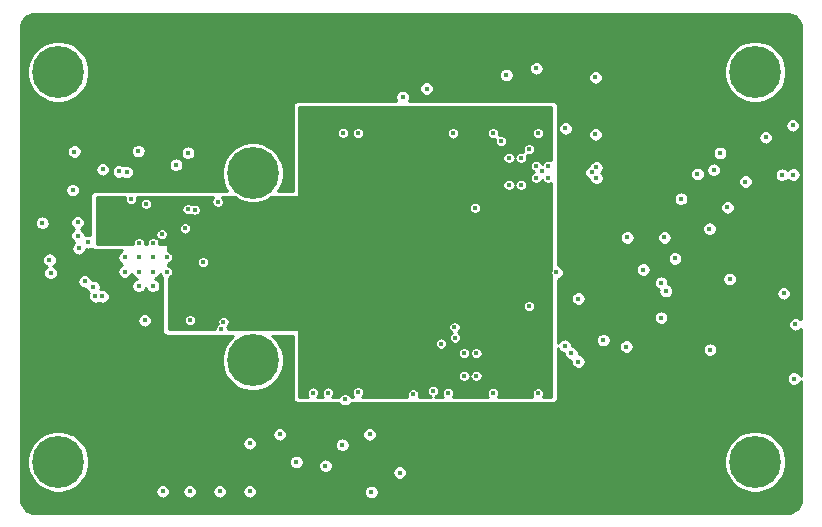
<source format=gbr>
G04 #@! TF.GenerationSoftware,KiCad,Pcbnew,(5.1.2)-2*
G04 #@! TF.CreationDate,2019-11-16T13:35:15-06:00*
G04 #@! TF.ProjectId,spi_control,7370695f-636f-46e7-9472-6f6c2e6b6963,rev?*
G04 #@! TF.SameCoordinates,Original*
G04 #@! TF.FileFunction,Copper,L3,Inr*
G04 #@! TF.FilePolarity,Positive*
%FSLAX46Y46*%
G04 Gerber Fmt 4.6, Leading zero omitted, Abs format (unit mm)*
G04 Created by KiCad (PCBNEW (5.1.2)-2) date 2019-11-16 13:35:15*
%MOMM*%
%LPD*%
G04 APERTURE LIST*
%ADD10C,0.700000*%
%ADD11C,4.400000*%
%ADD12C,0.400000*%
%ADD13C,0.254000*%
G04 APERTURE END LIST*
D10*
X78636726Y-83244274D03*
X77470000Y-82761000D03*
X76303274Y-83244274D03*
X75820000Y-84411000D03*
X76303274Y-85577726D03*
X77470000Y-86061000D03*
X78636726Y-85577726D03*
X79120000Y-84411000D03*
D11*
X77470000Y-84411000D03*
D10*
X78636726Y-67413274D03*
X77470000Y-66930000D03*
X76303274Y-67413274D03*
X75820000Y-68580000D03*
X76303274Y-69746726D03*
X77470000Y-70230000D03*
X78636726Y-69746726D03*
X79120000Y-68580000D03*
D11*
X77470000Y-68580000D03*
D10*
X121166726Y-91827874D03*
X120000000Y-91344600D03*
X118833274Y-91827874D03*
X118350000Y-92994600D03*
X118833274Y-94161326D03*
X120000000Y-94644600D03*
X121166726Y-94161326D03*
X121650000Y-92994600D03*
D11*
X120000000Y-92994600D03*
D10*
X121166726Y-58833274D03*
X120000000Y-58350000D03*
X118833274Y-58833274D03*
X118350000Y-60000000D03*
X118833274Y-61166726D03*
X120000000Y-61650000D03*
X121166726Y-61166726D03*
X121650000Y-60000000D03*
D11*
X120000000Y-60000000D03*
D10*
X62166726Y-91924274D03*
X61000000Y-91441000D03*
X59833274Y-91924274D03*
X59350000Y-93091000D03*
X59833274Y-94257726D03*
X61000000Y-94741000D03*
X62166726Y-94257726D03*
X62650000Y-93091000D03*
D11*
X61000000Y-92994600D03*
D10*
X62166726Y-58833274D03*
X61000000Y-58350000D03*
X59833274Y-58833274D03*
X59350000Y-60000000D03*
X59833274Y-61166726D03*
X61000000Y-61650000D03*
X62166726Y-61166726D03*
X62650000Y-60000000D03*
D11*
X61000000Y-60000000D03*
D12*
X115125500Y-68643500D03*
X116499500Y-68285500D03*
X117665500Y-71464010D03*
X113220500Y-75792490D03*
X106553000Y-68072000D03*
X106553000Y-68961000D03*
X60261500Y-75907900D03*
X68326008Y-81026000D03*
X70967600Y-67868796D03*
X71983604Y-66852800D03*
X66802000Y-68478400D03*
X106154220Y-68496180D03*
X112445800Y-78544420D03*
X123230500Y-68691902D03*
X59639200Y-72771000D03*
X67767200Y-66700400D03*
X60350400Y-77012800D03*
X116179600Y-83515200D03*
X109169200Y-74015600D03*
X112318800Y-74015600D03*
X123291602Y-85962916D03*
X112039400Y-80805790D03*
X117030500Y-66865500D03*
X62357000Y-66738500D03*
X66624200Y-76905000D03*
X66624200Y-75705000D03*
X67824200Y-78105000D03*
X67824200Y-76905000D03*
X67824200Y-75705000D03*
X67824200Y-74505000D03*
X69024200Y-78105000D03*
X69024200Y-76905000D03*
X69024200Y-75705000D03*
X69024200Y-74505000D03*
X70224200Y-76905000D03*
X70224200Y-75705000D03*
X123405900Y-81368900D03*
X119189500Y-69278500D03*
X106553000Y-70612000D03*
X106553000Y-71501000D03*
X112458500Y-69913500D03*
X112458500Y-68897500D03*
X112458500Y-70929500D03*
X111315500Y-68897500D03*
X111315500Y-69913500D03*
X111315500Y-70929500D03*
X111315500Y-71945500D03*
X112458500Y-71945500D03*
X112458500Y-72961500D03*
X111315500Y-72961500D03*
X63449200Y-76250800D03*
X106154220Y-71086980D03*
X111899700Y-69916040D03*
X111876840Y-69268340D03*
X111876840Y-70934580D03*
X111887000Y-71950580D03*
X111887000Y-72534780D03*
X109133640Y-75648820D03*
X112499140Y-79207360D03*
X111277400Y-84033360D03*
X120345200Y-80772000D03*
X69342000Y-81280000D03*
X96410000Y-83820000D03*
X95360000Y-85725000D03*
X99140000Y-69566000D03*
X100190000Y-67280000D03*
X96410000Y-85725000D03*
X95360000Y-83820000D03*
X99140000Y-67280000D03*
X100190000Y-69566000D03*
X102489000Y-71628000D03*
X101473000Y-71628000D03*
X102489000Y-70612000D03*
X101473000Y-70612000D03*
X64412821Y-72198444D03*
X66549637Y-71584555D03*
X73406000Y-77317600D03*
X73558400Y-70866000D03*
X68427620Y-72745600D03*
X83820000Y-65176332D03*
X82550000Y-65227212D03*
X101996240Y-71142860D03*
X101473000Y-67945000D03*
X101473000Y-68961000D03*
X102489000Y-68961000D03*
X102489000Y-67945000D03*
X73253600Y-76098400D03*
X72542408Y-71678800D03*
X85090000Y-65158618D03*
X86360000Y-65184020D03*
X94429580Y-65194178D03*
X97790000Y-65173860D03*
X101600000Y-65173860D03*
X101986080Y-68425060D03*
X101600000Y-87218520D03*
X97790000Y-87177878D03*
X93980000Y-87175338D03*
X83820000Y-87147400D03*
X82550000Y-87155020D03*
X74500000Y-71000000D03*
X64770000Y-68249800D03*
X71951823Y-71630633D03*
X62230000Y-70002400D03*
X91059000Y-87305611D03*
X69750002Y-73750002D03*
X67157600Y-70764400D03*
X68427600Y-71170800D03*
X62636400Y-73863200D03*
X62636400Y-72745600D03*
X62738020Y-74930000D03*
X116141500Y-73279000D03*
X110523020Y-76728320D03*
X117856000Y-77533500D03*
X112041940Y-77843380D03*
X122275600Y-68712080D03*
X123190000Y-64516000D03*
X122428000Y-78740000D03*
X107137200Y-82702400D03*
X113728501Y-70738999D03*
X120904020Y-65532000D03*
X66141600Y-68427600D03*
X72140189Y-81021811D03*
X94551500Y-81597500D03*
X103949496Y-64770000D03*
X103886000Y-83185000D03*
X74812094Y-81724932D03*
X74993507Y-81152993D03*
X92184990Y-61404500D03*
X90170000Y-62118244D03*
X85043510Y-91567826D03*
X103187500Y-76962000D03*
X89916000Y-93916500D03*
X98933000Y-60261500D03*
X96266000Y-71501000D03*
X98488498Y-65849500D03*
X86360000Y-87122000D03*
X94615000Y-82486500D03*
X105029000Y-84518500D03*
X105029000Y-79184500D03*
X100838000Y-79819500D03*
X100838000Y-66548000D03*
X101473000Y-59690000D03*
X87356000Y-90678000D03*
X93408500Y-82994508D03*
X106489500Y-65278000D03*
X106489500Y-60452000D03*
X104457508Y-83820000D03*
X85280500Y-87693500D03*
X109093000Y-83248500D03*
X87503000Y-95567500D03*
X77216000Y-91440000D03*
X63246000Y-77724000D03*
X63976430Y-78212303D03*
X64145450Y-78992344D03*
X64745402Y-79000872D03*
X69850000Y-95504000D03*
X72136000Y-95504000D03*
X74676000Y-95504000D03*
X77216000Y-95504000D03*
X71750000Y-73250000D03*
X92750000Y-87000000D03*
X63500000Y-74422000D03*
X79756000Y-90678000D03*
X83629504Y-93345000D03*
X81153008Y-93027500D03*
D13*
G36*
X122914466Y-55086961D02*
G01*
X123138075Y-55154472D01*
X123344317Y-55264133D01*
X123525328Y-55411762D01*
X123674220Y-55591742D01*
X123785315Y-55797209D01*
X123854388Y-56020344D01*
X123881000Y-56273544D01*
X123881001Y-80957289D01*
X123805589Y-80881877D01*
X123702896Y-80813260D01*
X123588789Y-80765995D01*
X123467654Y-80741900D01*
X123344146Y-80741900D01*
X123223011Y-80765995D01*
X123108904Y-80813260D01*
X123006211Y-80881877D01*
X122918877Y-80969211D01*
X122850260Y-81071904D01*
X122802995Y-81186011D01*
X122778900Y-81307146D01*
X122778900Y-81430654D01*
X122802995Y-81551789D01*
X122850260Y-81665896D01*
X122918877Y-81768589D01*
X123006211Y-81855923D01*
X123108904Y-81924540D01*
X123223011Y-81971805D01*
X123344146Y-81995900D01*
X123467654Y-81995900D01*
X123588789Y-81971805D01*
X123702896Y-81924540D01*
X123805589Y-81855923D01*
X123881001Y-81780511D01*
X123881001Y-85747420D01*
X123847242Y-85665920D01*
X123778625Y-85563227D01*
X123691291Y-85475893D01*
X123588598Y-85407276D01*
X123474491Y-85360011D01*
X123353356Y-85335916D01*
X123229848Y-85335916D01*
X123108713Y-85360011D01*
X122994606Y-85407276D01*
X122891913Y-85475893D01*
X122804579Y-85563227D01*
X122735962Y-85665920D01*
X122688697Y-85780027D01*
X122664602Y-85901162D01*
X122664602Y-86024670D01*
X122688697Y-86145805D01*
X122735962Y-86259912D01*
X122804579Y-86362605D01*
X122891913Y-86449939D01*
X122994606Y-86518556D01*
X123108713Y-86565821D01*
X123229848Y-86589916D01*
X123353356Y-86589916D01*
X123474491Y-86565821D01*
X123588598Y-86518556D01*
X123691291Y-86449939D01*
X123778625Y-86362605D01*
X123847242Y-86259912D01*
X123881001Y-86178412D01*
X123881001Y-96116881D01*
X123856039Y-96371465D01*
X123788526Y-96595079D01*
X123678867Y-96801317D01*
X123531236Y-96982330D01*
X123351258Y-97131220D01*
X123145794Y-97242314D01*
X122922655Y-97311388D01*
X122669456Y-97338000D01*
X59077109Y-97338000D01*
X58822535Y-97313039D01*
X58598921Y-97245526D01*
X58392683Y-97135867D01*
X58211670Y-96988236D01*
X58062780Y-96808258D01*
X57951686Y-96602794D01*
X57882612Y-96379655D01*
X57856000Y-96126456D01*
X57856000Y-92735863D01*
X58373000Y-92735863D01*
X58373000Y-93253337D01*
X58473954Y-93760868D01*
X58671983Y-94238951D01*
X58959476Y-94669215D01*
X59325385Y-95035124D01*
X59755649Y-95322617D01*
X60233732Y-95520646D01*
X60741263Y-95621600D01*
X61258737Y-95621600D01*
X61766268Y-95520646D01*
X61955541Y-95442246D01*
X69223000Y-95442246D01*
X69223000Y-95565754D01*
X69247095Y-95686889D01*
X69294360Y-95800996D01*
X69362977Y-95903689D01*
X69450311Y-95991023D01*
X69553004Y-96059640D01*
X69667111Y-96106905D01*
X69788246Y-96131000D01*
X69911754Y-96131000D01*
X70032889Y-96106905D01*
X70146996Y-96059640D01*
X70249689Y-95991023D01*
X70337023Y-95903689D01*
X70405640Y-95800996D01*
X70452905Y-95686889D01*
X70477000Y-95565754D01*
X70477000Y-95442246D01*
X71509000Y-95442246D01*
X71509000Y-95565754D01*
X71533095Y-95686889D01*
X71580360Y-95800996D01*
X71648977Y-95903689D01*
X71736311Y-95991023D01*
X71839004Y-96059640D01*
X71953111Y-96106905D01*
X72074246Y-96131000D01*
X72197754Y-96131000D01*
X72318889Y-96106905D01*
X72432996Y-96059640D01*
X72535689Y-95991023D01*
X72623023Y-95903689D01*
X72691640Y-95800996D01*
X72738905Y-95686889D01*
X72763000Y-95565754D01*
X72763000Y-95442246D01*
X74049000Y-95442246D01*
X74049000Y-95565754D01*
X74073095Y-95686889D01*
X74120360Y-95800996D01*
X74188977Y-95903689D01*
X74276311Y-95991023D01*
X74379004Y-96059640D01*
X74493111Y-96106905D01*
X74614246Y-96131000D01*
X74737754Y-96131000D01*
X74858889Y-96106905D01*
X74972996Y-96059640D01*
X75075689Y-95991023D01*
X75163023Y-95903689D01*
X75231640Y-95800996D01*
X75278905Y-95686889D01*
X75303000Y-95565754D01*
X75303000Y-95442246D01*
X76589000Y-95442246D01*
X76589000Y-95565754D01*
X76613095Y-95686889D01*
X76660360Y-95800996D01*
X76728977Y-95903689D01*
X76816311Y-95991023D01*
X76919004Y-96059640D01*
X77033111Y-96106905D01*
X77154246Y-96131000D01*
X77277754Y-96131000D01*
X77398889Y-96106905D01*
X77512996Y-96059640D01*
X77615689Y-95991023D01*
X77703023Y-95903689D01*
X77771640Y-95800996D01*
X77818905Y-95686889D01*
X77843000Y-95565754D01*
X77843000Y-95505746D01*
X86876000Y-95505746D01*
X86876000Y-95629254D01*
X86900095Y-95750389D01*
X86947360Y-95864496D01*
X87015977Y-95967189D01*
X87103311Y-96054523D01*
X87206004Y-96123140D01*
X87320111Y-96170405D01*
X87441246Y-96194500D01*
X87564754Y-96194500D01*
X87685889Y-96170405D01*
X87799996Y-96123140D01*
X87902689Y-96054523D01*
X87990023Y-95967189D01*
X88058640Y-95864496D01*
X88105905Y-95750389D01*
X88130000Y-95629254D01*
X88130000Y-95505746D01*
X88105905Y-95384611D01*
X88058640Y-95270504D01*
X87990023Y-95167811D01*
X87902689Y-95080477D01*
X87799996Y-95011860D01*
X87685889Y-94964595D01*
X87564754Y-94940500D01*
X87441246Y-94940500D01*
X87320111Y-94964595D01*
X87206004Y-95011860D01*
X87103311Y-95080477D01*
X87015977Y-95167811D01*
X86947360Y-95270504D01*
X86900095Y-95384611D01*
X86876000Y-95505746D01*
X77843000Y-95505746D01*
X77843000Y-95442246D01*
X77818905Y-95321111D01*
X77771640Y-95207004D01*
X77703023Y-95104311D01*
X77615689Y-95016977D01*
X77512996Y-94948360D01*
X77398889Y-94901095D01*
X77277754Y-94877000D01*
X77154246Y-94877000D01*
X77033111Y-94901095D01*
X76919004Y-94948360D01*
X76816311Y-95016977D01*
X76728977Y-95104311D01*
X76660360Y-95207004D01*
X76613095Y-95321111D01*
X76589000Y-95442246D01*
X75303000Y-95442246D01*
X75278905Y-95321111D01*
X75231640Y-95207004D01*
X75163023Y-95104311D01*
X75075689Y-95016977D01*
X74972996Y-94948360D01*
X74858889Y-94901095D01*
X74737754Y-94877000D01*
X74614246Y-94877000D01*
X74493111Y-94901095D01*
X74379004Y-94948360D01*
X74276311Y-95016977D01*
X74188977Y-95104311D01*
X74120360Y-95207004D01*
X74073095Y-95321111D01*
X74049000Y-95442246D01*
X72763000Y-95442246D01*
X72738905Y-95321111D01*
X72691640Y-95207004D01*
X72623023Y-95104311D01*
X72535689Y-95016977D01*
X72432996Y-94948360D01*
X72318889Y-94901095D01*
X72197754Y-94877000D01*
X72074246Y-94877000D01*
X71953111Y-94901095D01*
X71839004Y-94948360D01*
X71736311Y-95016977D01*
X71648977Y-95104311D01*
X71580360Y-95207004D01*
X71533095Y-95321111D01*
X71509000Y-95442246D01*
X70477000Y-95442246D01*
X70452905Y-95321111D01*
X70405640Y-95207004D01*
X70337023Y-95104311D01*
X70249689Y-95016977D01*
X70146996Y-94948360D01*
X70032889Y-94901095D01*
X69911754Y-94877000D01*
X69788246Y-94877000D01*
X69667111Y-94901095D01*
X69553004Y-94948360D01*
X69450311Y-95016977D01*
X69362977Y-95104311D01*
X69294360Y-95207004D01*
X69247095Y-95321111D01*
X69223000Y-95442246D01*
X61955541Y-95442246D01*
X62244351Y-95322617D01*
X62674615Y-95035124D01*
X63040524Y-94669215D01*
X63328017Y-94238951D01*
X63526046Y-93760868D01*
X63627000Y-93253337D01*
X63627000Y-92965746D01*
X80526008Y-92965746D01*
X80526008Y-93089254D01*
X80550103Y-93210389D01*
X80597368Y-93324496D01*
X80665985Y-93427189D01*
X80753319Y-93514523D01*
X80856012Y-93583140D01*
X80970119Y-93630405D01*
X81091254Y-93654500D01*
X81214762Y-93654500D01*
X81335897Y-93630405D01*
X81450004Y-93583140D01*
X81552697Y-93514523D01*
X81640031Y-93427189D01*
X81708648Y-93324496D01*
X81725734Y-93283246D01*
X83002504Y-93283246D01*
X83002504Y-93406754D01*
X83026599Y-93527889D01*
X83073864Y-93641996D01*
X83142481Y-93744689D01*
X83229815Y-93832023D01*
X83332508Y-93900640D01*
X83446615Y-93947905D01*
X83567750Y-93972000D01*
X83691258Y-93972000D01*
X83812393Y-93947905D01*
X83926500Y-93900640D01*
X83995185Y-93854746D01*
X89289000Y-93854746D01*
X89289000Y-93978254D01*
X89313095Y-94099389D01*
X89360360Y-94213496D01*
X89428977Y-94316189D01*
X89516311Y-94403523D01*
X89619004Y-94472140D01*
X89733111Y-94519405D01*
X89854246Y-94543500D01*
X89977754Y-94543500D01*
X90098889Y-94519405D01*
X90212996Y-94472140D01*
X90315689Y-94403523D01*
X90403023Y-94316189D01*
X90471640Y-94213496D01*
X90518905Y-94099389D01*
X90543000Y-93978254D01*
X90543000Y-93854746D01*
X90518905Y-93733611D01*
X90471640Y-93619504D01*
X90403023Y-93516811D01*
X90315689Y-93429477D01*
X90212996Y-93360860D01*
X90098889Y-93313595D01*
X89977754Y-93289500D01*
X89854246Y-93289500D01*
X89733111Y-93313595D01*
X89619004Y-93360860D01*
X89516311Y-93429477D01*
X89428977Y-93516811D01*
X89360360Y-93619504D01*
X89313095Y-93733611D01*
X89289000Y-93854746D01*
X83995185Y-93854746D01*
X84029193Y-93832023D01*
X84116527Y-93744689D01*
X84185144Y-93641996D01*
X84232409Y-93527889D01*
X84256504Y-93406754D01*
X84256504Y-93283246D01*
X84232409Y-93162111D01*
X84185144Y-93048004D01*
X84116527Y-92945311D01*
X84029193Y-92857977D01*
X83926500Y-92789360D01*
X83812393Y-92742095D01*
X83781063Y-92735863D01*
X117373000Y-92735863D01*
X117373000Y-93253337D01*
X117473954Y-93760868D01*
X117671983Y-94238951D01*
X117959476Y-94669215D01*
X118325385Y-95035124D01*
X118755649Y-95322617D01*
X119233732Y-95520646D01*
X119741263Y-95621600D01*
X120258737Y-95621600D01*
X120766268Y-95520646D01*
X121244351Y-95322617D01*
X121674615Y-95035124D01*
X122040524Y-94669215D01*
X122328017Y-94238951D01*
X122526046Y-93760868D01*
X122627000Y-93253337D01*
X122627000Y-92735863D01*
X122526046Y-92228332D01*
X122328017Y-91750249D01*
X122040524Y-91319985D01*
X121674615Y-90954076D01*
X121244351Y-90666583D01*
X120766268Y-90468554D01*
X120258737Y-90367600D01*
X119741263Y-90367600D01*
X119233732Y-90468554D01*
X118755649Y-90666583D01*
X118325385Y-90954076D01*
X117959476Y-91319985D01*
X117671983Y-91750249D01*
X117473954Y-92228332D01*
X117373000Y-92735863D01*
X83781063Y-92735863D01*
X83691258Y-92718000D01*
X83567750Y-92718000D01*
X83446615Y-92742095D01*
X83332508Y-92789360D01*
X83229815Y-92857977D01*
X83142481Y-92945311D01*
X83073864Y-93048004D01*
X83026599Y-93162111D01*
X83002504Y-93283246D01*
X81725734Y-93283246D01*
X81755913Y-93210389D01*
X81780008Y-93089254D01*
X81780008Y-92965746D01*
X81755913Y-92844611D01*
X81708648Y-92730504D01*
X81640031Y-92627811D01*
X81552697Y-92540477D01*
X81450004Y-92471860D01*
X81335897Y-92424595D01*
X81214762Y-92400500D01*
X81091254Y-92400500D01*
X80970119Y-92424595D01*
X80856012Y-92471860D01*
X80753319Y-92540477D01*
X80665985Y-92627811D01*
X80597368Y-92730504D01*
X80550103Y-92844611D01*
X80526008Y-92965746D01*
X63627000Y-92965746D01*
X63627000Y-92735863D01*
X63526046Y-92228332D01*
X63328017Y-91750249D01*
X63079453Y-91378246D01*
X76589000Y-91378246D01*
X76589000Y-91501754D01*
X76613095Y-91622889D01*
X76660360Y-91736996D01*
X76728977Y-91839689D01*
X76816311Y-91927023D01*
X76919004Y-91995640D01*
X77033111Y-92042905D01*
X77154246Y-92067000D01*
X77277754Y-92067000D01*
X77398889Y-92042905D01*
X77512996Y-91995640D01*
X77615689Y-91927023D01*
X77703023Y-91839689D01*
X77771640Y-91736996D01*
X77818905Y-91622889D01*
X77842141Y-91506072D01*
X84416510Y-91506072D01*
X84416510Y-91629580D01*
X84440605Y-91750715D01*
X84487870Y-91864822D01*
X84556487Y-91967515D01*
X84643821Y-92054849D01*
X84746514Y-92123466D01*
X84860621Y-92170731D01*
X84981756Y-92194826D01*
X85105264Y-92194826D01*
X85226399Y-92170731D01*
X85340506Y-92123466D01*
X85443199Y-92054849D01*
X85530533Y-91967515D01*
X85599150Y-91864822D01*
X85646415Y-91750715D01*
X85670510Y-91629580D01*
X85670510Y-91506072D01*
X85646415Y-91384937D01*
X85599150Y-91270830D01*
X85530533Y-91168137D01*
X85443199Y-91080803D01*
X85340506Y-91012186D01*
X85226399Y-90964921D01*
X85105264Y-90940826D01*
X84981756Y-90940826D01*
X84860621Y-90964921D01*
X84746514Y-91012186D01*
X84643821Y-91080803D01*
X84556487Y-91168137D01*
X84487870Y-91270830D01*
X84440605Y-91384937D01*
X84416510Y-91506072D01*
X77842141Y-91506072D01*
X77843000Y-91501754D01*
X77843000Y-91378246D01*
X77818905Y-91257111D01*
X77771640Y-91143004D01*
X77703023Y-91040311D01*
X77615689Y-90952977D01*
X77512996Y-90884360D01*
X77398889Y-90837095D01*
X77277754Y-90813000D01*
X77154246Y-90813000D01*
X77033111Y-90837095D01*
X76919004Y-90884360D01*
X76816311Y-90952977D01*
X76728977Y-91040311D01*
X76660360Y-91143004D01*
X76613095Y-91257111D01*
X76589000Y-91378246D01*
X63079453Y-91378246D01*
X63040524Y-91319985D01*
X62674615Y-90954076D01*
X62244351Y-90666583D01*
X62122828Y-90616246D01*
X79129000Y-90616246D01*
X79129000Y-90739754D01*
X79153095Y-90860889D01*
X79200360Y-90974996D01*
X79268977Y-91077689D01*
X79356311Y-91165023D01*
X79459004Y-91233640D01*
X79573111Y-91280905D01*
X79694246Y-91305000D01*
X79817754Y-91305000D01*
X79938889Y-91280905D01*
X80052996Y-91233640D01*
X80155689Y-91165023D01*
X80243023Y-91077689D01*
X80311640Y-90974996D01*
X80358905Y-90860889D01*
X80383000Y-90739754D01*
X80383000Y-90616246D01*
X86729000Y-90616246D01*
X86729000Y-90739754D01*
X86753095Y-90860889D01*
X86800360Y-90974996D01*
X86868977Y-91077689D01*
X86956311Y-91165023D01*
X87059004Y-91233640D01*
X87173111Y-91280905D01*
X87294246Y-91305000D01*
X87417754Y-91305000D01*
X87538889Y-91280905D01*
X87652996Y-91233640D01*
X87755689Y-91165023D01*
X87843023Y-91077689D01*
X87911640Y-90974996D01*
X87958905Y-90860889D01*
X87983000Y-90739754D01*
X87983000Y-90616246D01*
X87958905Y-90495111D01*
X87911640Y-90381004D01*
X87843023Y-90278311D01*
X87755689Y-90190977D01*
X87652996Y-90122360D01*
X87538889Y-90075095D01*
X87417754Y-90051000D01*
X87294246Y-90051000D01*
X87173111Y-90075095D01*
X87059004Y-90122360D01*
X86956311Y-90190977D01*
X86868977Y-90278311D01*
X86800360Y-90381004D01*
X86753095Y-90495111D01*
X86729000Y-90616246D01*
X80383000Y-90616246D01*
X80358905Y-90495111D01*
X80311640Y-90381004D01*
X80243023Y-90278311D01*
X80155689Y-90190977D01*
X80052996Y-90122360D01*
X79938889Y-90075095D01*
X79817754Y-90051000D01*
X79694246Y-90051000D01*
X79573111Y-90075095D01*
X79459004Y-90122360D01*
X79356311Y-90190977D01*
X79268977Y-90278311D01*
X79200360Y-90381004D01*
X79153095Y-90495111D01*
X79129000Y-90616246D01*
X62122828Y-90616246D01*
X61766268Y-90468554D01*
X61258737Y-90367600D01*
X60741263Y-90367600D01*
X60233732Y-90468554D01*
X59755649Y-90666583D01*
X59325385Y-90954076D01*
X58959476Y-91319985D01*
X58671983Y-91750249D01*
X58473954Y-92228332D01*
X58373000Y-92735863D01*
X57856000Y-92735863D01*
X57856000Y-80964246D01*
X67699008Y-80964246D01*
X67699008Y-81087754D01*
X67723103Y-81208889D01*
X67770368Y-81322996D01*
X67838985Y-81425689D01*
X67926319Y-81513023D01*
X68029012Y-81581640D01*
X68143119Y-81628905D01*
X68264254Y-81653000D01*
X68387762Y-81653000D01*
X68508897Y-81628905D01*
X68623004Y-81581640D01*
X68725697Y-81513023D01*
X68813031Y-81425689D01*
X68881648Y-81322996D01*
X68928913Y-81208889D01*
X68953008Y-81087754D01*
X68953008Y-80964246D01*
X68928913Y-80843111D01*
X68881648Y-80729004D01*
X68813031Y-80626311D01*
X68725697Y-80538977D01*
X68623004Y-80470360D01*
X68508897Y-80423095D01*
X68387762Y-80399000D01*
X68264254Y-80399000D01*
X68143119Y-80423095D01*
X68029012Y-80470360D01*
X67926319Y-80538977D01*
X67838985Y-80626311D01*
X67770368Y-80729004D01*
X67723103Y-80843111D01*
X67699008Y-80964246D01*
X57856000Y-80964246D01*
X57856000Y-77662246D01*
X62619000Y-77662246D01*
X62619000Y-77785754D01*
X62643095Y-77906889D01*
X62690360Y-78020996D01*
X62758977Y-78123689D01*
X62846311Y-78211023D01*
X62949004Y-78279640D01*
X63063111Y-78326905D01*
X63184246Y-78351000D01*
X63307754Y-78351000D01*
X63362566Y-78340097D01*
X63373525Y-78395192D01*
X63420790Y-78509299D01*
X63489407Y-78611992D01*
X63576741Y-78699326D01*
X63585686Y-78705303D01*
X63542545Y-78809455D01*
X63518450Y-78930590D01*
X63518450Y-79054098D01*
X63542545Y-79175233D01*
X63589810Y-79289340D01*
X63658427Y-79392033D01*
X63745761Y-79479367D01*
X63848454Y-79547984D01*
X63962561Y-79595249D01*
X64083696Y-79619344D01*
X64207204Y-79619344D01*
X64328339Y-79595249D01*
X64438246Y-79549724D01*
X64448406Y-79556512D01*
X64562513Y-79603777D01*
X64683648Y-79627872D01*
X64807156Y-79627872D01*
X64928291Y-79603777D01*
X65042398Y-79556512D01*
X65145091Y-79487895D01*
X65232425Y-79400561D01*
X65301042Y-79297868D01*
X65348307Y-79183761D01*
X65372402Y-79062626D01*
X65372402Y-78939118D01*
X65348307Y-78817983D01*
X65301042Y-78703876D01*
X65232425Y-78601183D01*
X65145091Y-78513849D01*
X65042398Y-78445232D01*
X64928291Y-78397967D01*
X64807156Y-78373872D01*
X64683648Y-78373872D01*
X64579453Y-78394597D01*
X64603430Y-78274057D01*
X64603430Y-78150549D01*
X64579335Y-78029414D01*
X64532070Y-77915307D01*
X64463453Y-77812614D01*
X64376119Y-77725280D01*
X64273426Y-77656663D01*
X64159319Y-77609398D01*
X64038184Y-77585303D01*
X63914676Y-77585303D01*
X63859864Y-77596206D01*
X63848905Y-77541111D01*
X63801640Y-77427004D01*
X63733023Y-77324311D01*
X63645689Y-77236977D01*
X63542996Y-77168360D01*
X63428889Y-77121095D01*
X63307754Y-77097000D01*
X63184246Y-77097000D01*
X63063111Y-77121095D01*
X62949004Y-77168360D01*
X62846311Y-77236977D01*
X62758977Y-77324311D01*
X62690360Y-77427004D01*
X62643095Y-77541111D01*
X62619000Y-77662246D01*
X57856000Y-77662246D01*
X57856000Y-75846146D01*
X59634500Y-75846146D01*
X59634500Y-75969654D01*
X59658595Y-76090789D01*
X59705860Y-76204896D01*
X59774477Y-76307589D01*
X59861811Y-76394923D01*
X59964504Y-76463540D01*
X60013489Y-76483830D01*
X59950711Y-76525777D01*
X59863377Y-76613111D01*
X59794760Y-76715804D01*
X59747495Y-76829911D01*
X59723400Y-76951046D01*
X59723400Y-77074554D01*
X59747495Y-77195689D01*
X59794760Y-77309796D01*
X59863377Y-77412489D01*
X59950711Y-77499823D01*
X60053404Y-77568440D01*
X60167511Y-77615705D01*
X60288646Y-77639800D01*
X60412154Y-77639800D01*
X60533289Y-77615705D01*
X60647396Y-77568440D01*
X60750089Y-77499823D01*
X60837423Y-77412489D01*
X60906040Y-77309796D01*
X60953305Y-77195689D01*
X60977400Y-77074554D01*
X60977400Y-76951046D01*
X60953305Y-76829911D01*
X60906040Y-76715804D01*
X60837423Y-76613111D01*
X60750089Y-76525777D01*
X60647396Y-76457160D01*
X60598411Y-76436870D01*
X60661189Y-76394923D01*
X60748523Y-76307589D01*
X60817140Y-76204896D01*
X60864405Y-76090789D01*
X60888500Y-75969654D01*
X60888500Y-75846146D01*
X60864405Y-75725011D01*
X60817140Y-75610904D01*
X60748523Y-75508211D01*
X60661189Y-75420877D01*
X60558496Y-75352260D01*
X60444389Y-75304995D01*
X60323254Y-75280900D01*
X60199746Y-75280900D01*
X60078611Y-75304995D01*
X59964504Y-75352260D01*
X59861811Y-75420877D01*
X59774477Y-75508211D01*
X59705860Y-75610904D01*
X59658595Y-75725011D01*
X59634500Y-75846146D01*
X57856000Y-75846146D01*
X57856000Y-72709246D01*
X59012200Y-72709246D01*
X59012200Y-72832754D01*
X59036295Y-72953889D01*
X59083560Y-73067996D01*
X59152177Y-73170689D01*
X59239511Y-73258023D01*
X59342204Y-73326640D01*
X59456311Y-73373905D01*
X59577446Y-73398000D01*
X59700954Y-73398000D01*
X59822089Y-73373905D01*
X59936196Y-73326640D01*
X60038889Y-73258023D01*
X60126223Y-73170689D01*
X60194840Y-73067996D01*
X60242105Y-72953889D01*
X60266200Y-72832754D01*
X60266200Y-72709246D01*
X60261148Y-72683846D01*
X62009400Y-72683846D01*
X62009400Y-72807354D01*
X62033495Y-72928489D01*
X62080760Y-73042596D01*
X62149377Y-73145289D01*
X62236711Y-73232623D01*
X62339404Y-73301240D01*
X62347033Y-73304400D01*
X62339404Y-73307560D01*
X62236711Y-73376177D01*
X62149377Y-73463511D01*
X62080760Y-73566204D01*
X62033495Y-73680311D01*
X62009400Y-73801446D01*
X62009400Y-73924954D01*
X62033495Y-74046089D01*
X62080760Y-74160196D01*
X62149377Y-74262889D01*
X62236711Y-74350223D01*
X62339404Y-74418840D01*
X62361041Y-74427803D01*
X62338331Y-74442977D01*
X62250997Y-74530311D01*
X62182380Y-74633004D01*
X62135115Y-74747111D01*
X62111020Y-74868246D01*
X62111020Y-74991754D01*
X62135115Y-75112889D01*
X62182380Y-75226996D01*
X62250997Y-75329689D01*
X62338331Y-75417023D01*
X62441024Y-75485640D01*
X62555131Y-75532905D01*
X62676266Y-75557000D01*
X62799774Y-75557000D01*
X62920909Y-75532905D01*
X63035016Y-75485640D01*
X63137709Y-75417023D01*
X63225043Y-75329689D01*
X63293660Y-75226996D01*
X63340925Y-75112889D01*
X63356854Y-75032810D01*
X63438246Y-75049000D01*
X63561754Y-75049000D01*
X63682889Y-75024905D01*
X63796996Y-74977640D01*
X63820095Y-74962206D01*
X63832406Y-74977274D01*
X63896996Y-75030518D01*
X63970733Y-75070139D01*
X64050782Y-75094612D01*
X64134067Y-75102999D01*
X66427034Y-75108009D01*
X66327204Y-75149360D01*
X66224511Y-75217977D01*
X66137177Y-75305311D01*
X66068560Y-75408004D01*
X66021295Y-75522111D01*
X65997200Y-75643246D01*
X65997200Y-75766754D01*
X66021295Y-75887889D01*
X66068560Y-76001996D01*
X66137177Y-76104689D01*
X66224511Y-76192023D01*
X66327204Y-76260640D01*
X66434298Y-76305000D01*
X66327204Y-76349360D01*
X66224511Y-76417977D01*
X66137177Y-76505311D01*
X66068560Y-76608004D01*
X66021295Y-76722111D01*
X65997200Y-76843246D01*
X65997200Y-76966754D01*
X66021295Y-77087889D01*
X66068560Y-77201996D01*
X66137177Y-77304689D01*
X66224511Y-77392023D01*
X66327204Y-77460640D01*
X66441311Y-77507905D01*
X66562446Y-77532000D01*
X66685954Y-77532000D01*
X66807089Y-77507905D01*
X66921196Y-77460640D01*
X67023889Y-77392023D01*
X67111223Y-77304689D01*
X67179840Y-77201996D01*
X67224200Y-77094902D01*
X67268560Y-77201996D01*
X67337177Y-77304689D01*
X67424511Y-77392023D01*
X67527204Y-77460640D01*
X67634298Y-77505000D01*
X67527204Y-77549360D01*
X67424511Y-77617977D01*
X67337177Y-77705311D01*
X67268560Y-77808004D01*
X67221295Y-77922111D01*
X67197200Y-78043246D01*
X67197200Y-78166754D01*
X67221295Y-78287889D01*
X67268560Y-78401996D01*
X67337177Y-78504689D01*
X67424511Y-78592023D01*
X67527204Y-78660640D01*
X67641311Y-78707905D01*
X67762446Y-78732000D01*
X67885954Y-78732000D01*
X68007089Y-78707905D01*
X68121196Y-78660640D01*
X68223889Y-78592023D01*
X68311223Y-78504689D01*
X68379840Y-78401996D01*
X68424200Y-78294902D01*
X68468560Y-78401996D01*
X68537177Y-78504689D01*
X68624511Y-78592023D01*
X68727204Y-78660640D01*
X68841311Y-78707905D01*
X68962446Y-78732000D01*
X69085954Y-78732000D01*
X69207089Y-78707905D01*
X69321196Y-78660640D01*
X69423889Y-78592023D01*
X69511223Y-78504689D01*
X69579840Y-78401996D01*
X69627105Y-78287889D01*
X69651200Y-78166754D01*
X69651200Y-78043246D01*
X69627105Y-77922111D01*
X69579840Y-77808004D01*
X69511223Y-77705311D01*
X69423889Y-77617977D01*
X69321196Y-77549360D01*
X69214102Y-77505000D01*
X69321196Y-77460640D01*
X69423889Y-77392023D01*
X69511223Y-77304689D01*
X69579840Y-77201996D01*
X69624200Y-77094902D01*
X69668560Y-77201996D01*
X69737177Y-77304689D01*
X69783944Y-77351456D01*
X69804004Y-81916876D01*
X69812205Y-81998304D01*
X69836503Y-82078406D01*
X69875962Y-82152228D01*
X69929065Y-82216935D01*
X69993772Y-82270038D01*
X70067594Y-82309497D01*
X70147696Y-82333795D01*
X70231000Y-82342000D01*
X74700408Y-82342000D01*
X74750340Y-82351932D01*
X74873848Y-82351932D01*
X74923780Y-82342000D01*
X75838002Y-82342000D01*
X75795385Y-82370476D01*
X75429476Y-82736385D01*
X75141983Y-83166649D01*
X74943954Y-83644732D01*
X74843000Y-84152263D01*
X74843000Y-84669737D01*
X74943954Y-85177268D01*
X75141983Y-85655351D01*
X75429476Y-86085615D01*
X75795385Y-86451524D01*
X76225649Y-86739017D01*
X76703732Y-86937046D01*
X77211263Y-87038000D01*
X77728737Y-87038000D01*
X78236268Y-86937046D01*
X78714351Y-86739017D01*
X79144615Y-86451524D01*
X79510524Y-86085615D01*
X79798017Y-85655351D01*
X79996046Y-85177268D01*
X80097000Y-84669737D01*
X80097000Y-84152263D01*
X79996046Y-83644732D01*
X79798017Y-83166649D01*
X79510524Y-82736385D01*
X79144615Y-82370476D01*
X79101998Y-82342000D01*
X80853000Y-82342000D01*
X80853000Y-87630000D01*
X80861205Y-87713304D01*
X80885503Y-87793406D01*
X80924962Y-87867228D01*
X80978065Y-87931935D01*
X81042772Y-87985038D01*
X81116594Y-88024497D01*
X81196696Y-88048795D01*
X81280000Y-88057000D01*
X84769296Y-88057000D01*
X84793477Y-88093189D01*
X84880811Y-88180523D01*
X84983504Y-88249140D01*
X85097611Y-88296405D01*
X85218746Y-88320500D01*
X85342254Y-88320500D01*
X85463389Y-88296405D01*
X85577496Y-88249140D01*
X85680189Y-88180523D01*
X85767523Y-88093189D01*
X85791704Y-88057000D01*
X102870000Y-88057000D01*
X102953304Y-88048795D01*
X103033406Y-88024497D01*
X103107228Y-87985038D01*
X103171935Y-87931935D01*
X103225038Y-87867228D01*
X103264497Y-87793406D01*
X103288795Y-87713304D01*
X103297000Y-87630000D01*
X103297000Y-83401458D01*
X103330360Y-83481996D01*
X103398977Y-83584689D01*
X103486311Y-83672023D01*
X103589004Y-83740640D01*
X103703111Y-83787905D01*
X103824246Y-83812000D01*
X103830508Y-83812000D01*
X103830508Y-83881754D01*
X103854603Y-84002889D01*
X103901868Y-84116996D01*
X103970485Y-84219689D01*
X104057819Y-84307023D01*
X104160512Y-84375640D01*
X104274619Y-84422905D01*
X104395754Y-84447000D01*
X104403939Y-84447000D01*
X104402000Y-84456746D01*
X104402000Y-84580254D01*
X104426095Y-84701389D01*
X104473360Y-84815496D01*
X104541977Y-84918189D01*
X104629311Y-85005523D01*
X104732004Y-85074140D01*
X104846111Y-85121405D01*
X104967246Y-85145500D01*
X105090754Y-85145500D01*
X105211889Y-85121405D01*
X105325996Y-85074140D01*
X105428689Y-85005523D01*
X105516023Y-84918189D01*
X105584640Y-84815496D01*
X105631905Y-84701389D01*
X105656000Y-84580254D01*
X105656000Y-84456746D01*
X105631905Y-84335611D01*
X105584640Y-84221504D01*
X105516023Y-84118811D01*
X105428689Y-84031477D01*
X105325996Y-83962860D01*
X105211889Y-83915595D01*
X105090754Y-83891500D01*
X105082569Y-83891500D01*
X105084508Y-83881754D01*
X105084508Y-83758246D01*
X105060413Y-83637111D01*
X105013148Y-83523004D01*
X104944531Y-83420311D01*
X104857197Y-83332977D01*
X104754504Y-83264360D01*
X104640397Y-83217095D01*
X104519262Y-83193000D01*
X104513000Y-83193000D01*
X104513000Y-83123246D01*
X104488905Y-83002111D01*
X104441640Y-82888004D01*
X104373023Y-82785311D01*
X104285689Y-82697977D01*
X104199887Y-82640646D01*
X106510200Y-82640646D01*
X106510200Y-82764154D01*
X106534295Y-82885289D01*
X106581560Y-82999396D01*
X106650177Y-83102089D01*
X106737511Y-83189423D01*
X106840204Y-83258040D01*
X106954311Y-83305305D01*
X107075446Y-83329400D01*
X107198954Y-83329400D01*
X107320089Y-83305305D01*
X107434196Y-83258040D01*
X107536889Y-83189423D01*
X107539566Y-83186746D01*
X108466000Y-83186746D01*
X108466000Y-83310254D01*
X108490095Y-83431389D01*
X108537360Y-83545496D01*
X108605977Y-83648189D01*
X108693311Y-83735523D01*
X108796004Y-83804140D01*
X108910111Y-83851405D01*
X109031246Y-83875500D01*
X109154754Y-83875500D01*
X109275889Y-83851405D01*
X109389996Y-83804140D01*
X109492689Y-83735523D01*
X109580023Y-83648189D01*
X109648640Y-83545496D01*
X109686768Y-83453446D01*
X115552600Y-83453446D01*
X115552600Y-83576954D01*
X115576695Y-83698089D01*
X115623960Y-83812196D01*
X115692577Y-83914889D01*
X115779911Y-84002223D01*
X115882604Y-84070840D01*
X115996711Y-84118105D01*
X116117846Y-84142200D01*
X116241354Y-84142200D01*
X116362489Y-84118105D01*
X116476596Y-84070840D01*
X116579289Y-84002223D01*
X116666623Y-83914889D01*
X116735240Y-83812196D01*
X116782505Y-83698089D01*
X116806600Y-83576954D01*
X116806600Y-83453446D01*
X116782505Y-83332311D01*
X116735240Y-83218204D01*
X116666623Y-83115511D01*
X116579289Y-83028177D01*
X116476596Y-82959560D01*
X116362489Y-82912295D01*
X116241354Y-82888200D01*
X116117846Y-82888200D01*
X115996711Y-82912295D01*
X115882604Y-82959560D01*
X115779911Y-83028177D01*
X115692577Y-83115511D01*
X115623960Y-83218204D01*
X115576695Y-83332311D01*
X115552600Y-83453446D01*
X109686768Y-83453446D01*
X109695905Y-83431389D01*
X109720000Y-83310254D01*
X109720000Y-83186746D01*
X109695905Y-83065611D01*
X109648640Y-82951504D01*
X109580023Y-82848811D01*
X109492689Y-82761477D01*
X109389996Y-82692860D01*
X109275889Y-82645595D01*
X109154754Y-82621500D01*
X109031246Y-82621500D01*
X108910111Y-82645595D01*
X108796004Y-82692860D01*
X108693311Y-82761477D01*
X108605977Y-82848811D01*
X108537360Y-82951504D01*
X108490095Y-83065611D01*
X108466000Y-83186746D01*
X107539566Y-83186746D01*
X107624223Y-83102089D01*
X107692840Y-82999396D01*
X107740105Y-82885289D01*
X107764200Y-82764154D01*
X107764200Y-82640646D01*
X107740105Y-82519511D01*
X107692840Y-82405404D01*
X107624223Y-82302711D01*
X107536889Y-82215377D01*
X107434196Y-82146760D01*
X107320089Y-82099495D01*
X107198954Y-82075400D01*
X107075446Y-82075400D01*
X106954311Y-82099495D01*
X106840204Y-82146760D01*
X106737511Y-82215377D01*
X106650177Y-82302711D01*
X106581560Y-82405404D01*
X106534295Y-82519511D01*
X106510200Y-82640646D01*
X104199887Y-82640646D01*
X104182996Y-82629360D01*
X104068889Y-82582095D01*
X103947754Y-82558000D01*
X103824246Y-82558000D01*
X103703111Y-82582095D01*
X103589004Y-82629360D01*
X103486311Y-82697977D01*
X103398977Y-82785311D01*
X103330360Y-82888004D01*
X103297000Y-82968542D01*
X103297000Y-80744036D01*
X111412400Y-80744036D01*
X111412400Y-80867544D01*
X111436495Y-80988679D01*
X111483760Y-81102786D01*
X111552377Y-81205479D01*
X111639711Y-81292813D01*
X111742404Y-81361430D01*
X111856511Y-81408695D01*
X111977646Y-81432790D01*
X112101154Y-81432790D01*
X112222289Y-81408695D01*
X112336396Y-81361430D01*
X112439089Y-81292813D01*
X112526423Y-81205479D01*
X112595040Y-81102786D01*
X112642305Y-80988679D01*
X112666400Y-80867544D01*
X112666400Y-80744036D01*
X112642305Y-80622901D01*
X112595040Y-80508794D01*
X112526423Y-80406101D01*
X112439089Y-80318767D01*
X112336396Y-80250150D01*
X112222289Y-80202885D01*
X112101154Y-80178790D01*
X111977646Y-80178790D01*
X111856511Y-80202885D01*
X111742404Y-80250150D01*
X111639711Y-80318767D01*
X111552377Y-80406101D01*
X111483760Y-80508794D01*
X111436495Y-80622901D01*
X111412400Y-80744036D01*
X103297000Y-80744036D01*
X103297000Y-79122746D01*
X104402000Y-79122746D01*
X104402000Y-79246254D01*
X104426095Y-79367389D01*
X104473360Y-79481496D01*
X104541977Y-79584189D01*
X104629311Y-79671523D01*
X104732004Y-79740140D01*
X104846111Y-79787405D01*
X104967246Y-79811500D01*
X105090754Y-79811500D01*
X105211889Y-79787405D01*
X105325996Y-79740140D01*
X105428689Y-79671523D01*
X105516023Y-79584189D01*
X105584640Y-79481496D01*
X105631905Y-79367389D01*
X105656000Y-79246254D01*
X105656000Y-79122746D01*
X105631905Y-79001611D01*
X105584640Y-78887504D01*
X105516023Y-78784811D01*
X105428689Y-78697477D01*
X105325996Y-78628860D01*
X105211889Y-78581595D01*
X105090754Y-78557500D01*
X104967246Y-78557500D01*
X104846111Y-78581595D01*
X104732004Y-78628860D01*
X104629311Y-78697477D01*
X104541977Y-78784811D01*
X104473360Y-78887504D01*
X104426095Y-79001611D01*
X104402000Y-79122746D01*
X103297000Y-79122746D01*
X103297000Y-77781626D01*
X111414940Y-77781626D01*
X111414940Y-77905134D01*
X111439035Y-78026269D01*
X111486300Y-78140376D01*
X111554917Y-78243069D01*
X111642251Y-78330403D01*
X111744944Y-78399020D01*
X111828550Y-78433651D01*
X111818800Y-78482666D01*
X111818800Y-78606174D01*
X111842895Y-78727309D01*
X111890160Y-78841416D01*
X111958777Y-78944109D01*
X112046111Y-79031443D01*
X112148804Y-79100060D01*
X112262911Y-79147325D01*
X112384046Y-79171420D01*
X112507554Y-79171420D01*
X112628689Y-79147325D01*
X112742796Y-79100060D01*
X112845489Y-79031443D01*
X112932823Y-78944109D01*
X113001440Y-78841416D01*
X113048705Y-78727309D01*
X113058464Y-78678246D01*
X121801000Y-78678246D01*
X121801000Y-78801754D01*
X121825095Y-78922889D01*
X121872360Y-79036996D01*
X121940977Y-79139689D01*
X122028311Y-79227023D01*
X122131004Y-79295640D01*
X122245111Y-79342905D01*
X122366246Y-79367000D01*
X122489754Y-79367000D01*
X122610889Y-79342905D01*
X122724996Y-79295640D01*
X122827689Y-79227023D01*
X122915023Y-79139689D01*
X122983640Y-79036996D01*
X123030905Y-78922889D01*
X123055000Y-78801754D01*
X123055000Y-78678246D01*
X123030905Y-78557111D01*
X122983640Y-78443004D01*
X122915023Y-78340311D01*
X122827689Y-78252977D01*
X122724996Y-78184360D01*
X122610889Y-78137095D01*
X122489754Y-78113000D01*
X122366246Y-78113000D01*
X122245111Y-78137095D01*
X122131004Y-78184360D01*
X122028311Y-78252977D01*
X121940977Y-78340311D01*
X121872360Y-78443004D01*
X121825095Y-78557111D01*
X121801000Y-78678246D01*
X113058464Y-78678246D01*
X113072800Y-78606174D01*
X113072800Y-78482666D01*
X113048705Y-78361531D01*
X113001440Y-78247424D01*
X112932823Y-78144731D01*
X112845489Y-78057397D01*
X112742796Y-77988780D01*
X112659190Y-77954149D01*
X112668940Y-77905134D01*
X112668940Y-77781626D01*
X112644845Y-77660491D01*
X112597580Y-77546384D01*
X112547709Y-77471746D01*
X117229000Y-77471746D01*
X117229000Y-77595254D01*
X117253095Y-77716389D01*
X117300360Y-77830496D01*
X117368977Y-77933189D01*
X117456311Y-78020523D01*
X117559004Y-78089140D01*
X117673111Y-78136405D01*
X117794246Y-78160500D01*
X117917754Y-78160500D01*
X118038889Y-78136405D01*
X118152996Y-78089140D01*
X118255689Y-78020523D01*
X118343023Y-77933189D01*
X118411640Y-77830496D01*
X118458905Y-77716389D01*
X118483000Y-77595254D01*
X118483000Y-77471746D01*
X118458905Y-77350611D01*
X118411640Y-77236504D01*
X118343023Y-77133811D01*
X118255689Y-77046477D01*
X118152996Y-76977860D01*
X118038889Y-76930595D01*
X117917754Y-76906500D01*
X117794246Y-76906500D01*
X117673111Y-76930595D01*
X117559004Y-76977860D01*
X117456311Y-77046477D01*
X117368977Y-77133811D01*
X117300360Y-77236504D01*
X117253095Y-77350611D01*
X117229000Y-77471746D01*
X112547709Y-77471746D01*
X112528963Y-77443691D01*
X112441629Y-77356357D01*
X112338936Y-77287740D01*
X112224829Y-77240475D01*
X112103694Y-77216380D01*
X111980186Y-77216380D01*
X111859051Y-77240475D01*
X111744944Y-77287740D01*
X111642251Y-77356357D01*
X111554917Y-77443691D01*
X111486300Y-77546384D01*
X111439035Y-77660491D01*
X111414940Y-77781626D01*
X103297000Y-77781626D01*
X103297000Y-77579503D01*
X103370389Y-77564905D01*
X103484496Y-77517640D01*
X103587189Y-77449023D01*
X103674523Y-77361689D01*
X103743140Y-77258996D01*
X103790405Y-77144889D01*
X103814500Y-77023754D01*
X103814500Y-76900246D01*
X103790405Y-76779111D01*
X103743788Y-76666566D01*
X109896020Y-76666566D01*
X109896020Y-76790074D01*
X109920115Y-76911209D01*
X109967380Y-77025316D01*
X110035997Y-77128009D01*
X110123331Y-77215343D01*
X110226024Y-77283960D01*
X110340131Y-77331225D01*
X110461266Y-77355320D01*
X110584774Y-77355320D01*
X110705909Y-77331225D01*
X110820016Y-77283960D01*
X110922709Y-77215343D01*
X111010043Y-77128009D01*
X111078660Y-77025316D01*
X111125925Y-76911209D01*
X111150020Y-76790074D01*
X111150020Y-76666566D01*
X111125925Y-76545431D01*
X111078660Y-76431324D01*
X111010043Y-76328631D01*
X110922709Y-76241297D01*
X110820016Y-76172680D01*
X110705909Y-76125415D01*
X110584774Y-76101320D01*
X110461266Y-76101320D01*
X110340131Y-76125415D01*
X110226024Y-76172680D01*
X110123331Y-76241297D01*
X110035997Y-76328631D01*
X109967380Y-76431324D01*
X109920115Y-76545431D01*
X109896020Y-76666566D01*
X103743788Y-76666566D01*
X103743140Y-76665004D01*
X103674523Y-76562311D01*
X103587189Y-76474977D01*
X103484496Y-76406360D01*
X103370389Y-76359095D01*
X103297000Y-76344497D01*
X103297000Y-75730736D01*
X112593500Y-75730736D01*
X112593500Y-75854244D01*
X112617595Y-75975379D01*
X112664860Y-76089486D01*
X112733477Y-76192179D01*
X112820811Y-76279513D01*
X112923504Y-76348130D01*
X113037611Y-76395395D01*
X113158746Y-76419490D01*
X113282254Y-76419490D01*
X113403389Y-76395395D01*
X113517496Y-76348130D01*
X113620189Y-76279513D01*
X113707523Y-76192179D01*
X113776140Y-76089486D01*
X113823405Y-75975379D01*
X113847500Y-75854244D01*
X113847500Y-75730736D01*
X113823405Y-75609601D01*
X113776140Y-75495494D01*
X113707523Y-75392801D01*
X113620189Y-75305467D01*
X113517496Y-75236850D01*
X113403389Y-75189585D01*
X113282254Y-75165490D01*
X113158746Y-75165490D01*
X113037611Y-75189585D01*
X112923504Y-75236850D01*
X112820811Y-75305467D01*
X112733477Y-75392801D01*
X112664860Y-75495494D01*
X112617595Y-75609601D01*
X112593500Y-75730736D01*
X103297000Y-75730736D01*
X103297000Y-73953846D01*
X108542200Y-73953846D01*
X108542200Y-74077354D01*
X108566295Y-74198489D01*
X108613560Y-74312596D01*
X108682177Y-74415289D01*
X108769511Y-74502623D01*
X108872204Y-74571240D01*
X108986311Y-74618505D01*
X109107446Y-74642600D01*
X109230954Y-74642600D01*
X109352089Y-74618505D01*
X109466196Y-74571240D01*
X109568889Y-74502623D01*
X109656223Y-74415289D01*
X109724840Y-74312596D01*
X109772105Y-74198489D01*
X109796200Y-74077354D01*
X109796200Y-73953846D01*
X111691800Y-73953846D01*
X111691800Y-74077354D01*
X111715895Y-74198489D01*
X111763160Y-74312596D01*
X111831777Y-74415289D01*
X111919111Y-74502623D01*
X112021804Y-74571240D01*
X112135911Y-74618505D01*
X112257046Y-74642600D01*
X112380554Y-74642600D01*
X112501689Y-74618505D01*
X112615796Y-74571240D01*
X112718489Y-74502623D01*
X112805823Y-74415289D01*
X112874440Y-74312596D01*
X112921705Y-74198489D01*
X112945800Y-74077354D01*
X112945800Y-73953846D01*
X112921705Y-73832711D01*
X112874440Y-73718604D01*
X112805823Y-73615911D01*
X112718489Y-73528577D01*
X112615796Y-73459960D01*
X112501689Y-73412695D01*
X112380554Y-73388600D01*
X112257046Y-73388600D01*
X112135911Y-73412695D01*
X112021804Y-73459960D01*
X111919111Y-73528577D01*
X111831777Y-73615911D01*
X111763160Y-73718604D01*
X111715895Y-73832711D01*
X111691800Y-73953846D01*
X109796200Y-73953846D01*
X109772105Y-73832711D01*
X109724840Y-73718604D01*
X109656223Y-73615911D01*
X109568889Y-73528577D01*
X109466196Y-73459960D01*
X109352089Y-73412695D01*
X109230954Y-73388600D01*
X109107446Y-73388600D01*
X108986311Y-73412695D01*
X108872204Y-73459960D01*
X108769511Y-73528577D01*
X108682177Y-73615911D01*
X108613560Y-73718604D01*
X108566295Y-73832711D01*
X108542200Y-73953846D01*
X103297000Y-73953846D01*
X103297000Y-73217246D01*
X115514500Y-73217246D01*
X115514500Y-73340754D01*
X115538595Y-73461889D01*
X115585860Y-73575996D01*
X115654477Y-73678689D01*
X115741811Y-73766023D01*
X115844504Y-73834640D01*
X115958611Y-73881905D01*
X116079746Y-73906000D01*
X116203254Y-73906000D01*
X116324389Y-73881905D01*
X116438496Y-73834640D01*
X116541189Y-73766023D01*
X116628523Y-73678689D01*
X116697140Y-73575996D01*
X116744405Y-73461889D01*
X116768500Y-73340754D01*
X116768500Y-73217246D01*
X116744405Y-73096111D01*
X116697140Y-72982004D01*
X116628523Y-72879311D01*
X116541189Y-72791977D01*
X116438496Y-72723360D01*
X116324389Y-72676095D01*
X116203254Y-72652000D01*
X116079746Y-72652000D01*
X115958611Y-72676095D01*
X115844504Y-72723360D01*
X115741811Y-72791977D01*
X115654477Y-72879311D01*
X115585860Y-72982004D01*
X115538595Y-73096111D01*
X115514500Y-73217246D01*
X103297000Y-73217246D01*
X103297000Y-71402256D01*
X117038500Y-71402256D01*
X117038500Y-71525764D01*
X117062595Y-71646899D01*
X117109860Y-71761006D01*
X117178477Y-71863699D01*
X117265811Y-71951033D01*
X117368504Y-72019650D01*
X117482611Y-72066915D01*
X117603746Y-72091010D01*
X117727254Y-72091010D01*
X117848389Y-72066915D01*
X117962496Y-72019650D01*
X118065189Y-71951033D01*
X118152523Y-71863699D01*
X118221140Y-71761006D01*
X118268405Y-71646899D01*
X118292500Y-71525764D01*
X118292500Y-71402256D01*
X118268405Y-71281121D01*
X118221140Y-71167014D01*
X118152523Y-71064321D01*
X118065189Y-70976987D01*
X117962496Y-70908370D01*
X117848389Y-70861105D01*
X117727254Y-70837010D01*
X117603746Y-70837010D01*
X117482611Y-70861105D01*
X117368504Y-70908370D01*
X117265811Y-70976987D01*
X117178477Y-71064321D01*
X117109860Y-71167014D01*
X117062595Y-71281121D01*
X117038500Y-71402256D01*
X103297000Y-71402256D01*
X103297000Y-70677245D01*
X113101501Y-70677245D01*
X113101501Y-70800753D01*
X113125596Y-70921888D01*
X113172861Y-71035995D01*
X113241478Y-71138688D01*
X113328812Y-71226022D01*
X113431505Y-71294639D01*
X113545612Y-71341904D01*
X113666747Y-71365999D01*
X113790255Y-71365999D01*
X113911390Y-71341904D01*
X114025497Y-71294639D01*
X114128190Y-71226022D01*
X114215524Y-71138688D01*
X114284141Y-71035995D01*
X114331406Y-70921888D01*
X114355501Y-70800753D01*
X114355501Y-70677245D01*
X114331406Y-70556110D01*
X114284141Y-70442003D01*
X114215524Y-70339310D01*
X114128190Y-70251976D01*
X114025497Y-70183359D01*
X113911390Y-70136094D01*
X113790255Y-70111999D01*
X113666747Y-70111999D01*
X113545612Y-70136094D01*
X113431505Y-70183359D01*
X113328812Y-70251976D01*
X113241478Y-70339310D01*
X113172861Y-70442003D01*
X113125596Y-70556110D01*
X113101501Y-70677245D01*
X103297000Y-70677245D01*
X103297000Y-68434426D01*
X105527220Y-68434426D01*
X105527220Y-68557934D01*
X105551315Y-68679069D01*
X105598580Y-68793176D01*
X105667197Y-68895869D01*
X105754531Y-68983203D01*
X105857224Y-69051820D01*
X105938476Y-69085476D01*
X105950095Y-69143889D01*
X105997360Y-69257996D01*
X106065977Y-69360689D01*
X106153311Y-69448023D01*
X106256004Y-69516640D01*
X106370111Y-69563905D01*
X106491246Y-69588000D01*
X106614754Y-69588000D01*
X106735889Y-69563905D01*
X106849996Y-69516640D01*
X106952689Y-69448023D01*
X107040023Y-69360689D01*
X107108640Y-69257996D01*
X107155905Y-69143889D01*
X107180000Y-69022754D01*
X107180000Y-68899246D01*
X107155905Y-68778111D01*
X107108640Y-68664004D01*
X107053678Y-68581746D01*
X114498500Y-68581746D01*
X114498500Y-68705254D01*
X114522595Y-68826389D01*
X114569860Y-68940496D01*
X114638477Y-69043189D01*
X114725811Y-69130523D01*
X114828504Y-69199140D01*
X114942611Y-69246405D01*
X115063746Y-69270500D01*
X115187254Y-69270500D01*
X115308389Y-69246405D01*
X115379991Y-69216746D01*
X118562500Y-69216746D01*
X118562500Y-69340254D01*
X118586595Y-69461389D01*
X118633860Y-69575496D01*
X118702477Y-69678189D01*
X118789811Y-69765523D01*
X118892504Y-69834140D01*
X119006611Y-69881405D01*
X119127746Y-69905500D01*
X119251254Y-69905500D01*
X119372389Y-69881405D01*
X119486496Y-69834140D01*
X119589189Y-69765523D01*
X119676523Y-69678189D01*
X119745140Y-69575496D01*
X119792405Y-69461389D01*
X119816500Y-69340254D01*
X119816500Y-69216746D01*
X119792405Y-69095611D01*
X119745140Y-68981504D01*
X119676523Y-68878811D01*
X119589189Y-68791477D01*
X119486496Y-68722860D01*
X119372389Y-68675595D01*
X119251254Y-68651500D01*
X119127746Y-68651500D01*
X119006611Y-68675595D01*
X118892504Y-68722860D01*
X118789811Y-68791477D01*
X118702477Y-68878811D01*
X118633860Y-68981504D01*
X118586595Y-69095611D01*
X118562500Y-69216746D01*
X115379991Y-69216746D01*
X115422496Y-69199140D01*
X115525189Y-69130523D01*
X115612523Y-69043189D01*
X115681140Y-68940496D01*
X115728405Y-68826389D01*
X115752500Y-68705254D01*
X115752500Y-68581746D01*
X115728405Y-68460611D01*
X115681140Y-68346504D01*
X115612523Y-68243811D01*
X115592458Y-68223746D01*
X115872500Y-68223746D01*
X115872500Y-68347254D01*
X115896595Y-68468389D01*
X115943860Y-68582496D01*
X116012477Y-68685189D01*
X116099811Y-68772523D01*
X116202504Y-68841140D01*
X116316611Y-68888405D01*
X116437746Y-68912500D01*
X116561254Y-68912500D01*
X116682389Y-68888405D01*
X116796496Y-68841140D01*
X116899189Y-68772523D01*
X116986523Y-68685189D01*
X117009817Y-68650326D01*
X121648600Y-68650326D01*
X121648600Y-68773834D01*
X121672695Y-68894969D01*
X121719960Y-69009076D01*
X121788577Y-69111769D01*
X121875911Y-69199103D01*
X121978604Y-69267720D01*
X122092711Y-69314985D01*
X122213846Y-69339080D01*
X122337354Y-69339080D01*
X122458489Y-69314985D01*
X122572596Y-69267720D01*
X122675289Y-69199103D01*
X122762623Y-69111769D01*
X122763036Y-69111150D01*
X122830811Y-69178925D01*
X122933504Y-69247542D01*
X123047611Y-69294807D01*
X123168746Y-69318902D01*
X123292254Y-69318902D01*
X123413389Y-69294807D01*
X123527496Y-69247542D01*
X123630189Y-69178925D01*
X123717523Y-69091591D01*
X123786140Y-68988898D01*
X123833405Y-68874791D01*
X123857500Y-68753656D01*
X123857500Y-68630148D01*
X123833405Y-68509013D01*
X123786140Y-68394906D01*
X123717523Y-68292213D01*
X123630189Y-68204879D01*
X123527496Y-68136262D01*
X123413389Y-68088997D01*
X123292254Y-68064902D01*
X123168746Y-68064902D01*
X123047611Y-68088997D01*
X122933504Y-68136262D01*
X122830811Y-68204879D01*
X122743477Y-68292213D01*
X122743064Y-68292832D01*
X122675289Y-68225057D01*
X122572596Y-68156440D01*
X122458489Y-68109175D01*
X122337354Y-68085080D01*
X122213846Y-68085080D01*
X122092711Y-68109175D01*
X121978604Y-68156440D01*
X121875911Y-68225057D01*
X121788577Y-68312391D01*
X121719960Y-68415084D01*
X121672695Y-68529191D01*
X121648600Y-68650326D01*
X117009817Y-68650326D01*
X117055140Y-68582496D01*
X117102405Y-68468389D01*
X117126500Y-68347254D01*
X117126500Y-68223746D01*
X117102405Y-68102611D01*
X117055140Y-67988504D01*
X116986523Y-67885811D01*
X116899189Y-67798477D01*
X116796496Y-67729860D01*
X116682389Y-67682595D01*
X116561254Y-67658500D01*
X116437746Y-67658500D01*
X116316611Y-67682595D01*
X116202504Y-67729860D01*
X116099811Y-67798477D01*
X116012477Y-67885811D01*
X115943860Y-67988504D01*
X115896595Y-68102611D01*
X115872500Y-68223746D01*
X115592458Y-68223746D01*
X115525189Y-68156477D01*
X115422496Y-68087860D01*
X115308389Y-68040595D01*
X115187254Y-68016500D01*
X115063746Y-68016500D01*
X114942611Y-68040595D01*
X114828504Y-68087860D01*
X114725811Y-68156477D01*
X114638477Y-68243811D01*
X114569860Y-68346504D01*
X114522595Y-68460611D01*
X114498500Y-68581746D01*
X107053678Y-68581746D01*
X107040023Y-68561311D01*
X106995212Y-68516500D01*
X107040023Y-68471689D01*
X107108640Y-68368996D01*
X107155905Y-68254889D01*
X107180000Y-68133754D01*
X107180000Y-68010246D01*
X107155905Y-67889111D01*
X107108640Y-67775004D01*
X107040023Y-67672311D01*
X106952689Y-67584977D01*
X106849996Y-67516360D01*
X106735889Y-67469095D01*
X106614754Y-67445000D01*
X106491246Y-67445000D01*
X106370111Y-67469095D01*
X106256004Y-67516360D01*
X106153311Y-67584977D01*
X106065977Y-67672311D01*
X105997360Y-67775004D01*
X105950095Y-67889111D01*
X105947286Y-67903235D01*
X105857224Y-67940540D01*
X105754531Y-68009157D01*
X105667197Y-68096491D01*
X105598580Y-68199184D01*
X105551315Y-68313291D01*
X105527220Y-68434426D01*
X103297000Y-68434426D01*
X103297000Y-66803746D01*
X116403500Y-66803746D01*
X116403500Y-66927254D01*
X116427595Y-67048389D01*
X116474860Y-67162496D01*
X116543477Y-67265189D01*
X116630811Y-67352523D01*
X116733504Y-67421140D01*
X116847611Y-67468405D01*
X116968746Y-67492500D01*
X117092254Y-67492500D01*
X117213389Y-67468405D01*
X117327496Y-67421140D01*
X117430189Y-67352523D01*
X117517523Y-67265189D01*
X117586140Y-67162496D01*
X117633405Y-67048389D01*
X117657500Y-66927254D01*
X117657500Y-66803746D01*
X117633405Y-66682611D01*
X117586140Y-66568504D01*
X117517523Y-66465811D01*
X117430189Y-66378477D01*
X117327496Y-66309860D01*
X117213389Y-66262595D01*
X117092254Y-66238500D01*
X116968746Y-66238500D01*
X116847611Y-66262595D01*
X116733504Y-66309860D01*
X116630811Y-66378477D01*
X116543477Y-66465811D01*
X116474860Y-66568504D01*
X116427595Y-66682611D01*
X116403500Y-66803746D01*
X103297000Y-66803746D01*
X103297000Y-64708246D01*
X103322496Y-64708246D01*
X103322496Y-64831754D01*
X103346591Y-64952889D01*
X103393856Y-65066996D01*
X103462473Y-65169689D01*
X103549807Y-65257023D01*
X103652500Y-65325640D01*
X103766607Y-65372905D01*
X103887742Y-65397000D01*
X104011250Y-65397000D01*
X104132385Y-65372905D01*
X104246492Y-65325640D01*
X104349185Y-65257023D01*
X104389962Y-65216246D01*
X105862500Y-65216246D01*
X105862500Y-65339754D01*
X105886595Y-65460889D01*
X105933860Y-65574996D01*
X106002477Y-65677689D01*
X106089811Y-65765023D01*
X106192504Y-65833640D01*
X106306611Y-65880905D01*
X106427746Y-65905000D01*
X106551254Y-65905000D01*
X106672389Y-65880905D01*
X106786496Y-65833640D01*
X106889189Y-65765023D01*
X106976523Y-65677689D01*
X107045140Y-65574996D01*
X107088529Y-65470246D01*
X120277020Y-65470246D01*
X120277020Y-65593754D01*
X120301115Y-65714889D01*
X120348380Y-65828996D01*
X120416997Y-65931689D01*
X120504331Y-66019023D01*
X120607024Y-66087640D01*
X120721131Y-66134905D01*
X120842266Y-66159000D01*
X120965774Y-66159000D01*
X121086909Y-66134905D01*
X121201016Y-66087640D01*
X121303709Y-66019023D01*
X121391043Y-65931689D01*
X121459660Y-65828996D01*
X121506925Y-65714889D01*
X121531020Y-65593754D01*
X121531020Y-65470246D01*
X121506925Y-65349111D01*
X121459660Y-65235004D01*
X121391043Y-65132311D01*
X121303709Y-65044977D01*
X121201016Y-64976360D01*
X121086909Y-64929095D01*
X120965774Y-64905000D01*
X120842266Y-64905000D01*
X120721131Y-64929095D01*
X120607024Y-64976360D01*
X120504331Y-65044977D01*
X120416997Y-65132311D01*
X120348380Y-65235004D01*
X120301115Y-65349111D01*
X120277020Y-65470246D01*
X107088529Y-65470246D01*
X107092405Y-65460889D01*
X107116500Y-65339754D01*
X107116500Y-65216246D01*
X107092405Y-65095111D01*
X107045140Y-64981004D01*
X106976523Y-64878311D01*
X106889189Y-64790977D01*
X106786496Y-64722360D01*
X106672389Y-64675095D01*
X106551254Y-64651000D01*
X106427746Y-64651000D01*
X106306611Y-64675095D01*
X106192504Y-64722360D01*
X106089811Y-64790977D01*
X106002477Y-64878311D01*
X105933860Y-64981004D01*
X105886595Y-65095111D01*
X105862500Y-65216246D01*
X104389962Y-65216246D01*
X104436519Y-65169689D01*
X104505136Y-65066996D01*
X104552401Y-64952889D01*
X104576496Y-64831754D01*
X104576496Y-64708246D01*
X104552401Y-64587111D01*
X104505136Y-64473004D01*
X104492603Y-64454246D01*
X122563000Y-64454246D01*
X122563000Y-64577754D01*
X122587095Y-64698889D01*
X122634360Y-64812996D01*
X122702977Y-64915689D01*
X122790311Y-65003023D01*
X122893004Y-65071640D01*
X123007111Y-65118905D01*
X123128246Y-65143000D01*
X123251754Y-65143000D01*
X123372889Y-65118905D01*
X123486996Y-65071640D01*
X123589689Y-65003023D01*
X123677023Y-64915689D01*
X123745640Y-64812996D01*
X123792905Y-64698889D01*
X123817000Y-64577754D01*
X123817000Y-64454246D01*
X123792905Y-64333111D01*
X123745640Y-64219004D01*
X123677023Y-64116311D01*
X123589689Y-64028977D01*
X123486996Y-63960360D01*
X123372889Y-63913095D01*
X123251754Y-63889000D01*
X123128246Y-63889000D01*
X123007111Y-63913095D01*
X122893004Y-63960360D01*
X122790311Y-64028977D01*
X122702977Y-64116311D01*
X122634360Y-64219004D01*
X122587095Y-64333111D01*
X122563000Y-64454246D01*
X104492603Y-64454246D01*
X104436519Y-64370311D01*
X104349185Y-64282977D01*
X104246492Y-64214360D01*
X104132385Y-64167095D01*
X104011250Y-64143000D01*
X103887742Y-64143000D01*
X103766607Y-64167095D01*
X103652500Y-64214360D01*
X103549807Y-64282977D01*
X103462473Y-64370311D01*
X103393856Y-64473004D01*
X103346591Y-64587111D01*
X103322496Y-64708246D01*
X103297000Y-64708246D01*
X103297000Y-62865000D01*
X103288795Y-62781696D01*
X103264497Y-62701594D01*
X103225038Y-62627772D01*
X103171935Y-62563065D01*
X103107228Y-62509962D01*
X103033406Y-62470503D01*
X102953304Y-62446205D01*
X102870000Y-62438000D01*
X90710432Y-62438000D01*
X90725640Y-62415240D01*
X90772905Y-62301133D01*
X90797000Y-62179998D01*
X90797000Y-62056490D01*
X90772905Y-61935355D01*
X90725640Y-61821248D01*
X90657023Y-61718555D01*
X90569689Y-61631221D01*
X90466996Y-61562604D01*
X90352889Y-61515339D01*
X90231754Y-61491244D01*
X90108246Y-61491244D01*
X89987111Y-61515339D01*
X89873004Y-61562604D01*
X89770311Y-61631221D01*
X89682977Y-61718555D01*
X89614360Y-61821248D01*
X89567095Y-61935355D01*
X89543000Y-62056490D01*
X89543000Y-62179998D01*
X89567095Y-62301133D01*
X89614360Y-62415240D01*
X89629568Y-62438000D01*
X81280000Y-62438000D01*
X81196696Y-62446205D01*
X81116594Y-62470503D01*
X81042772Y-62509962D01*
X80978065Y-62563065D01*
X80924962Y-62627772D01*
X80885503Y-62701594D01*
X80861205Y-62781696D01*
X80853000Y-62865000D01*
X80853000Y-70058000D01*
X79641898Y-70058000D01*
X79798017Y-69824351D01*
X79996046Y-69346268D01*
X80097000Y-68838737D01*
X80097000Y-68321263D01*
X79996046Y-67813732D01*
X79798017Y-67335649D01*
X79510524Y-66905385D01*
X79144615Y-66539476D01*
X78714351Y-66251983D01*
X78236268Y-66053954D01*
X77728737Y-65953000D01*
X77211263Y-65953000D01*
X76703732Y-66053954D01*
X76225649Y-66251983D01*
X75795385Y-66539476D01*
X75429476Y-66905385D01*
X75141983Y-67335649D01*
X74943954Y-67813732D01*
X74843000Y-68321263D01*
X74843000Y-68838737D01*
X74943954Y-69346268D01*
X75141983Y-69824351D01*
X75298102Y-70058000D01*
X64135000Y-70058000D01*
X64051696Y-70066205D01*
X63971594Y-70090503D01*
X63897772Y-70129962D01*
X63833065Y-70183065D01*
X63779962Y-70247772D01*
X63740503Y-70321594D01*
X63716205Y-70401696D01*
X63708000Y-70485000D01*
X63708000Y-73829496D01*
X63682889Y-73819095D01*
X63561754Y-73795000D01*
X63438246Y-73795000D01*
X63317111Y-73819095D01*
X63263400Y-73841343D01*
X63263400Y-73801446D01*
X63239305Y-73680311D01*
X63192040Y-73566204D01*
X63123423Y-73463511D01*
X63036089Y-73376177D01*
X62933396Y-73307560D01*
X62925767Y-73304400D01*
X62933396Y-73301240D01*
X63036089Y-73232623D01*
X63123423Y-73145289D01*
X63192040Y-73042596D01*
X63239305Y-72928489D01*
X63263400Y-72807354D01*
X63263400Y-72683846D01*
X63239305Y-72562711D01*
X63192040Y-72448604D01*
X63123423Y-72345911D01*
X63036089Y-72258577D01*
X62933396Y-72189960D01*
X62819289Y-72142695D01*
X62698154Y-72118600D01*
X62574646Y-72118600D01*
X62453511Y-72142695D01*
X62339404Y-72189960D01*
X62236711Y-72258577D01*
X62149377Y-72345911D01*
X62080760Y-72448604D01*
X62033495Y-72562711D01*
X62009400Y-72683846D01*
X60261148Y-72683846D01*
X60242105Y-72588111D01*
X60194840Y-72474004D01*
X60126223Y-72371311D01*
X60038889Y-72283977D01*
X59936196Y-72215360D01*
X59822089Y-72168095D01*
X59700954Y-72144000D01*
X59577446Y-72144000D01*
X59456311Y-72168095D01*
X59342204Y-72215360D01*
X59239511Y-72283977D01*
X59152177Y-72371311D01*
X59083560Y-72474004D01*
X59036295Y-72588111D01*
X59012200Y-72709246D01*
X57856000Y-72709246D01*
X57856000Y-69940646D01*
X61603000Y-69940646D01*
X61603000Y-70064154D01*
X61627095Y-70185289D01*
X61674360Y-70299396D01*
X61742977Y-70402089D01*
X61830311Y-70489423D01*
X61933004Y-70558040D01*
X62047111Y-70605305D01*
X62168246Y-70629400D01*
X62291754Y-70629400D01*
X62412889Y-70605305D01*
X62526996Y-70558040D01*
X62629689Y-70489423D01*
X62717023Y-70402089D01*
X62785640Y-70299396D01*
X62832905Y-70185289D01*
X62857000Y-70064154D01*
X62857000Y-69940646D01*
X62832905Y-69819511D01*
X62785640Y-69705404D01*
X62717023Y-69602711D01*
X62629689Y-69515377D01*
X62526996Y-69446760D01*
X62412889Y-69399495D01*
X62291754Y-69375400D01*
X62168246Y-69375400D01*
X62047111Y-69399495D01*
X61933004Y-69446760D01*
X61830311Y-69515377D01*
X61742977Y-69602711D01*
X61674360Y-69705404D01*
X61627095Y-69819511D01*
X61603000Y-69940646D01*
X57856000Y-69940646D01*
X57856000Y-68188046D01*
X64143000Y-68188046D01*
X64143000Y-68311554D01*
X64167095Y-68432689D01*
X64214360Y-68546796D01*
X64282977Y-68649489D01*
X64370311Y-68736823D01*
X64473004Y-68805440D01*
X64587111Y-68852705D01*
X64708246Y-68876800D01*
X64831754Y-68876800D01*
X64952889Y-68852705D01*
X65066996Y-68805440D01*
X65169689Y-68736823D01*
X65257023Y-68649489D01*
X65325640Y-68546796D01*
X65372905Y-68432689D01*
X65386200Y-68365846D01*
X65514600Y-68365846D01*
X65514600Y-68489354D01*
X65538695Y-68610489D01*
X65585960Y-68724596D01*
X65654577Y-68827289D01*
X65741911Y-68914623D01*
X65844604Y-68983240D01*
X65958711Y-69030505D01*
X66079846Y-69054600D01*
X66203354Y-69054600D01*
X66324489Y-69030505D01*
X66432658Y-68985700D01*
X66505004Y-69034040D01*
X66619111Y-69081305D01*
X66740246Y-69105400D01*
X66863754Y-69105400D01*
X66984889Y-69081305D01*
X67098996Y-69034040D01*
X67201689Y-68965423D01*
X67289023Y-68878089D01*
X67357640Y-68775396D01*
X67404905Y-68661289D01*
X67429000Y-68540154D01*
X67429000Y-68416646D01*
X67404905Y-68295511D01*
X67357640Y-68181404D01*
X67289023Y-68078711D01*
X67201689Y-67991377D01*
X67098996Y-67922760D01*
X66984889Y-67875495D01*
X66863754Y-67851400D01*
X66740246Y-67851400D01*
X66619111Y-67875495D01*
X66510942Y-67920300D01*
X66438596Y-67871960D01*
X66324489Y-67824695D01*
X66235741Y-67807042D01*
X70340600Y-67807042D01*
X70340600Y-67930550D01*
X70364695Y-68051685D01*
X70411960Y-68165792D01*
X70480577Y-68268485D01*
X70567911Y-68355819D01*
X70670604Y-68424436D01*
X70784711Y-68471701D01*
X70905846Y-68495796D01*
X71029354Y-68495796D01*
X71150489Y-68471701D01*
X71264596Y-68424436D01*
X71367289Y-68355819D01*
X71454623Y-68268485D01*
X71523240Y-68165792D01*
X71570505Y-68051685D01*
X71594600Y-67930550D01*
X71594600Y-67807042D01*
X71570505Y-67685907D01*
X71523240Y-67571800D01*
X71454623Y-67469107D01*
X71367289Y-67381773D01*
X71264596Y-67313156D01*
X71150489Y-67265891D01*
X71029354Y-67241796D01*
X70905846Y-67241796D01*
X70784711Y-67265891D01*
X70670604Y-67313156D01*
X70567911Y-67381773D01*
X70480577Y-67469107D01*
X70411960Y-67571800D01*
X70364695Y-67685907D01*
X70340600Y-67807042D01*
X66235741Y-67807042D01*
X66203354Y-67800600D01*
X66079846Y-67800600D01*
X65958711Y-67824695D01*
X65844604Y-67871960D01*
X65741911Y-67940577D01*
X65654577Y-68027911D01*
X65585960Y-68130604D01*
X65538695Y-68244711D01*
X65514600Y-68365846D01*
X65386200Y-68365846D01*
X65397000Y-68311554D01*
X65397000Y-68188046D01*
X65372905Y-68066911D01*
X65325640Y-67952804D01*
X65257023Y-67850111D01*
X65169689Y-67762777D01*
X65066996Y-67694160D01*
X64952889Y-67646895D01*
X64831754Y-67622800D01*
X64708246Y-67622800D01*
X64587111Y-67646895D01*
X64473004Y-67694160D01*
X64370311Y-67762777D01*
X64282977Y-67850111D01*
X64214360Y-67952804D01*
X64167095Y-68066911D01*
X64143000Y-68188046D01*
X57856000Y-68188046D01*
X57856000Y-66676746D01*
X61730000Y-66676746D01*
X61730000Y-66800254D01*
X61754095Y-66921389D01*
X61801360Y-67035496D01*
X61869977Y-67138189D01*
X61957311Y-67225523D01*
X62060004Y-67294140D01*
X62174111Y-67341405D01*
X62295246Y-67365500D01*
X62418754Y-67365500D01*
X62539889Y-67341405D01*
X62653996Y-67294140D01*
X62756689Y-67225523D01*
X62844023Y-67138189D01*
X62912640Y-67035496D01*
X62959905Y-66921389D01*
X62984000Y-66800254D01*
X62984000Y-66676746D01*
X62976422Y-66638646D01*
X67140200Y-66638646D01*
X67140200Y-66762154D01*
X67164295Y-66883289D01*
X67211560Y-66997396D01*
X67280177Y-67100089D01*
X67367511Y-67187423D01*
X67470204Y-67256040D01*
X67584311Y-67303305D01*
X67705446Y-67327400D01*
X67828954Y-67327400D01*
X67950089Y-67303305D01*
X68064196Y-67256040D01*
X68166889Y-67187423D01*
X68254223Y-67100089D01*
X68322840Y-66997396D01*
X68370105Y-66883289D01*
X68388453Y-66791046D01*
X71356604Y-66791046D01*
X71356604Y-66914554D01*
X71380699Y-67035689D01*
X71427964Y-67149796D01*
X71496581Y-67252489D01*
X71583915Y-67339823D01*
X71686608Y-67408440D01*
X71800715Y-67455705D01*
X71921850Y-67479800D01*
X72045358Y-67479800D01*
X72166493Y-67455705D01*
X72280600Y-67408440D01*
X72383293Y-67339823D01*
X72470627Y-67252489D01*
X72539244Y-67149796D01*
X72586509Y-67035689D01*
X72610604Y-66914554D01*
X72610604Y-66791046D01*
X72586509Y-66669911D01*
X72539244Y-66555804D01*
X72470627Y-66453111D01*
X72383293Y-66365777D01*
X72280600Y-66297160D01*
X72166493Y-66249895D01*
X72045358Y-66225800D01*
X71921850Y-66225800D01*
X71800715Y-66249895D01*
X71686608Y-66297160D01*
X71583915Y-66365777D01*
X71496581Y-66453111D01*
X71427964Y-66555804D01*
X71380699Y-66669911D01*
X71356604Y-66791046D01*
X68388453Y-66791046D01*
X68394200Y-66762154D01*
X68394200Y-66638646D01*
X68370105Y-66517511D01*
X68322840Y-66403404D01*
X68254223Y-66300711D01*
X68166889Y-66213377D01*
X68064196Y-66144760D01*
X67950089Y-66097495D01*
X67828954Y-66073400D01*
X67705446Y-66073400D01*
X67584311Y-66097495D01*
X67470204Y-66144760D01*
X67367511Y-66213377D01*
X67280177Y-66300711D01*
X67211560Y-66403404D01*
X67164295Y-66517511D01*
X67140200Y-66638646D01*
X62976422Y-66638646D01*
X62959905Y-66555611D01*
X62912640Y-66441504D01*
X62844023Y-66338811D01*
X62756689Y-66251477D01*
X62653996Y-66182860D01*
X62539889Y-66135595D01*
X62418754Y-66111500D01*
X62295246Y-66111500D01*
X62174111Y-66135595D01*
X62060004Y-66182860D01*
X61957311Y-66251477D01*
X61869977Y-66338811D01*
X61801360Y-66441504D01*
X61754095Y-66555611D01*
X61730000Y-66676746D01*
X57856000Y-66676746D01*
X57856000Y-59741263D01*
X58373000Y-59741263D01*
X58373000Y-60258737D01*
X58473954Y-60766268D01*
X58671983Y-61244351D01*
X58959476Y-61674615D01*
X59325385Y-62040524D01*
X59755649Y-62328017D01*
X60233732Y-62526046D01*
X60741263Y-62627000D01*
X61258737Y-62627000D01*
X61766268Y-62526046D01*
X62244351Y-62328017D01*
X62674615Y-62040524D01*
X63040524Y-61674615D01*
X63262271Y-61342746D01*
X91557990Y-61342746D01*
X91557990Y-61466254D01*
X91582085Y-61587389D01*
X91629350Y-61701496D01*
X91697967Y-61804189D01*
X91785301Y-61891523D01*
X91887994Y-61960140D01*
X92002101Y-62007405D01*
X92123236Y-62031500D01*
X92246744Y-62031500D01*
X92367879Y-62007405D01*
X92481986Y-61960140D01*
X92584679Y-61891523D01*
X92672013Y-61804189D01*
X92740630Y-61701496D01*
X92787895Y-61587389D01*
X92811990Y-61466254D01*
X92811990Y-61342746D01*
X92787895Y-61221611D01*
X92740630Y-61107504D01*
X92672013Y-61004811D01*
X92584679Y-60917477D01*
X92481986Y-60848860D01*
X92367879Y-60801595D01*
X92246744Y-60777500D01*
X92123236Y-60777500D01*
X92002101Y-60801595D01*
X91887994Y-60848860D01*
X91785301Y-60917477D01*
X91697967Y-61004811D01*
X91629350Y-61107504D01*
X91582085Y-61221611D01*
X91557990Y-61342746D01*
X63262271Y-61342746D01*
X63328017Y-61244351D01*
X63526046Y-60766268D01*
X63627000Y-60258737D01*
X63627000Y-60199746D01*
X98306000Y-60199746D01*
X98306000Y-60323254D01*
X98330095Y-60444389D01*
X98377360Y-60558496D01*
X98445977Y-60661189D01*
X98533311Y-60748523D01*
X98636004Y-60817140D01*
X98750111Y-60864405D01*
X98871246Y-60888500D01*
X98994754Y-60888500D01*
X99115889Y-60864405D01*
X99229996Y-60817140D01*
X99332689Y-60748523D01*
X99420023Y-60661189D01*
X99488640Y-60558496D01*
X99535905Y-60444389D01*
X99546674Y-60390246D01*
X105862500Y-60390246D01*
X105862500Y-60513754D01*
X105886595Y-60634889D01*
X105933860Y-60748996D01*
X106002477Y-60851689D01*
X106089811Y-60939023D01*
X106192504Y-61007640D01*
X106306611Y-61054905D01*
X106427746Y-61079000D01*
X106551254Y-61079000D01*
X106672389Y-61054905D01*
X106786496Y-61007640D01*
X106889189Y-60939023D01*
X106976523Y-60851689D01*
X107045140Y-60748996D01*
X107092405Y-60634889D01*
X107116500Y-60513754D01*
X107116500Y-60390246D01*
X107092405Y-60269111D01*
X107045140Y-60155004D01*
X106976523Y-60052311D01*
X106889189Y-59964977D01*
X106786496Y-59896360D01*
X106672389Y-59849095D01*
X106551254Y-59825000D01*
X106427746Y-59825000D01*
X106306611Y-59849095D01*
X106192504Y-59896360D01*
X106089811Y-59964977D01*
X106002477Y-60052311D01*
X105933860Y-60155004D01*
X105886595Y-60269111D01*
X105862500Y-60390246D01*
X99546674Y-60390246D01*
X99560000Y-60323254D01*
X99560000Y-60199746D01*
X99535905Y-60078611D01*
X99488640Y-59964504D01*
X99420023Y-59861811D01*
X99332689Y-59774477D01*
X99229996Y-59705860D01*
X99115889Y-59658595D01*
X98994754Y-59634500D01*
X98871246Y-59634500D01*
X98750111Y-59658595D01*
X98636004Y-59705860D01*
X98533311Y-59774477D01*
X98445977Y-59861811D01*
X98377360Y-59964504D01*
X98330095Y-60078611D01*
X98306000Y-60199746D01*
X63627000Y-60199746D01*
X63627000Y-59741263D01*
X63604520Y-59628246D01*
X100846000Y-59628246D01*
X100846000Y-59751754D01*
X100870095Y-59872889D01*
X100917360Y-59986996D01*
X100985977Y-60089689D01*
X101073311Y-60177023D01*
X101176004Y-60245640D01*
X101290111Y-60292905D01*
X101411246Y-60317000D01*
X101534754Y-60317000D01*
X101655889Y-60292905D01*
X101769996Y-60245640D01*
X101872689Y-60177023D01*
X101960023Y-60089689D01*
X102028640Y-59986996D01*
X102075905Y-59872889D01*
X102100000Y-59751754D01*
X102100000Y-59741263D01*
X117373000Y-59741263D01*
X117373000Y-60258737D01*
X117473954Y-60766268D01*
X117671983Y-61244351D01*
X117959476Y-61674615D01*
X118325385Y-62040524D01*
X118755649Y-62328017D01*
X119233732Y-62526046D01*
X119741263Y-62627000D01*
X120258737Y-62627000D01*
X120766268Y-62526046D01*
X121244351Y-62328017D01*
X121674615Y-62040524D01*
X122040524Y-61674615D01*
X122328017Y-61244351D01*
X122526046Y-60766268D01*
X122627000Y-60258737D01*
X122627000Y-59741263D01*
X122526046Y-59233732D01*
X122328017Y-58755649D01*
X122040524Y-58325385D01*
X121674615Y-57959476D01*
X121244351Y-57671983D01*
X120766268Y-57473954D01*
X120258737Y-57373000D01*
X119741263Y-57373000D01*
X119233732Y-57473954D01*
X118755649Y-57671983D01*
X118325385Y-57959476D01*
X117959476Y-58325385D01*
X117671983Y-58755649D01*
X117473954Y-59233732D01*
X117373000Y-59741263D01*
X102100000Y-59741263D01*
X102100000Y-59628246D01*
X102075905Y-59507111D01*
X102028640Y-59393004D01*
X101960023Y-59290311D01*
X101872689Y-59202977D01*
X101769996Y-59134360D01*
X101655889Y-59087095D01*
X101534754Y-59063000D01*
X101411246Y-59063000D01*
X101290111Y-59087095D01*
X101176004Y-59134360D01*
X101073311Y-59202977D01*
X100985977Y-59290311D01*
X100917360Y-59393004D01*
X100870095Y-59507111D01*
X100846000Y-59628246D01*
X63604520Y-59628246D01*
X63526046Y-59233732D01*
X63328017Y-58755649D01*
X63040524Y-58325385D01*
X62674615Y-57959476D01*
X62244351Y-57671983D01*
X61766268Y-57473954D01*
X61258737Y-57373000D01*
X60741263Y-57373000D01*
X60233732Y-57473954D01*
X59755649Y-57671983D01*
X59325385Y-57959476D01*
X58959476Y-58325385D01*
X58671983Y-58755649D01*
X58473954Y-59233732D01*
X58373000Y-59741263D01*
X57856000Y-59741263D01*
X57856000Y-56283108D01*
X57880961Y-56028534D01*
X57948472Y-55804925D01*
X58058133Y-55598683D01*
X58205762Y-55417672D01*
X58385742Y-55268780D01*
X58591209Y-55157685D01*
X58814344Y-55088612D01*
X59067544Y-55062000D01*
X122659892Y-55062000D01*
X122914466Y-55086961D01*
X122914466Y-55086961D01*
G37*
X122914466Y-55086961D02*
X123138075Y-55154472D01*
X123344317Y-55264133D01*
X123525328Y-55411762D01*
X123674220Y-55591742D01*
X123785315Y-55797209D01*
X123854388Y-56020344D01*
X123881000Y-56273544D01*
X123881001Y-80957289D01*
X123805589Y-80881877D01*
X123702896Y-80813260D01*
X123588789Y-80765995D01*
X123467654Y-80741900D01*
X123344146Y-80741900D01*
X123223011Y-80765995D01*
X123108904Y-80813260D01*
X123006211Y-80881877D01*
X122918877Y-80969211D01*
X122850260Y-81071904D01*
X122802995Y-81186011D01*
X122778900Y-81307146D01*
X122778900Y-81430654D01*
X122802995Y-81551789D01*
X122850260Y-81665896D01*
X122918877Y-81768589D01*
X123006211Y-81855923D01*
X123108904Y-81924540D01*
X123223011Y-81971805D01*
X123344146Y-81995900D01*
X123467654Y-81995900D01*
X123588789Y-81971805D01*
X123702896Y-81924540D01*
X123805589Y-81855923D01*
X123881001Y-81780511D01*
X123881001Y-85747420D01*
X123847242Y-85665920D01*
X123778625Y-85563227D01*
X123691291Y-85475893D01*
X123588598Y-85407276D01*
X123474491Y-85360011D01*
X123353356Y-85335916D01*
X123229848Y-85335916D01*
X123108713Y-85360011D01*
X122994606Y-85407276D01*
X122891913Y-85475893D01*
X122804579Y-85563227D01*
X122735962Y-85665920D01*
X122688697Y-85780027D01*
X122664602Y-85901162D01*
X122664602Y-86024670D01*
X122688697Y-86145805D01*
X122735962Y-86259912D01*
X122804579Y-86362605D01*
X122891913Y-86449939D01*
X122994606Y-86518556D01*
X123108713Y-86565821D01*
X123229848Y-86589916D01*
X123353356Y-86589916D01*
X123474491Y-86565821D01*
X123588598Y-86518556D01*
X123691291Y-86449939D01*
X123778625Y-86362605D01*
X123847242Y-86259912D01*
X123881001Y-86178412D01*
X123881001Y-96116881D01*
X123856039Y-96371465D01*
X123788526Y-96595079D01*
X123678867Y-96801317D01*
X123531236Y-96982330D01*
X123351258Y-97131220D01*
X123145794Y-97242314D01*
X122922655Y-97311388D01*
X122669456Y-97338000D01*
X59077109Y-97338000D01*
X58822535Y-97313039D01*
X58598921Y-97245526D01*
X58392683Y-97135867D01*
X58211670Y-96988236D01*
X58062780Y-96808258D01*
X57951686Y-96602794D01*
X57882612Y-96379655D01*
X57856000Y-96126456D01*
X57856000Y-92735863D01*
X58373000Y-92735863D01*
X58373000Y-93253337D01*
X58473954Y-93760868D01*
X58671983Y-94238951D01*
X58959476Y-94669215D01*
X59325385Y-95035124D01*
X59755649Y-95322617D01*
X60233732Y-95520646D01*
X60741263Y-95621600D01*
X61258737Y-95621600D01*
X61766268Y-95520646D01*
X61955541Y-95442246D01*
X69223000Y-95442246D01*
X69223000Y-95565754D01*
X69247095Y-95686889D01*
X69294360Y-95800996D01*
X69362977Y-95903689D01*
X69450311Y-95991023D01*
X69553004Y-96059640D01*
X69667111Y-96106905D01*
X69788246Y-96131000D01*
X69911754Y-96131000D01*
X70032889Y-96106905D01*
X70146996Y-96059640D01*
X70249689Y-95991023D01*
X70337023Y-95903689D01*
X70405640Y-95800996D01*
X70452905Y-95686889D01*
X70477000Y-95565754D01*
X70477000Y-95442246D01*
X71509000Y-95442246D01*
X71509000Y-95565754D01*
X71533095Y-95686889D01*
X71580360Y-95800996D01*
X71648977Y-95903689D01*
X71736311Y-95991023D01*
X71839004Y-96059640D01*
X71953111Y-96106905D01*
X72074246Y-96131000D01*
X72197754Y-96131000D01*
X72318889Y-96106905D01*
X72432996Y-96059640D01*
X72535689Y-95991023D01*
X72623023Y-95903689D01*
X72691640Y-95800996D01*
X72738905Y-95686889D01*
X72763000Y-95565754D01*
X72763000Y-95442246D01*
X74049000Y-95442246D01*
X74049000Y-95565754D01*
X74073095Y-95686889D01*
X74120360Y-95800996D01*
X74188977Y-95903689D01*
X74276311Y-95991023D01*
X74379004Y-96059640D01*
X74493111Y-96106905D01*
X74614246Y-96131000D01*
X74737754Y-96131000D01*
X74858889Y-96106905D01*
X74972996Y-96059640D01*
X75075689Y-95991023D01*
X75163023Y-95903689D01*
X75231640Y-95800996D01*
X75278905Y-95686889D01*
X75303000Y-95565754D01*
X75303000Y-95442246D01*
X76589000Y-95442246D01*
X76589000Y-95565754D01*
X76613095Y-95686889D01*
X76660360Y-95800996D01*
X76728977Y-95903689D01*
X76816311Y-95991023D01*
X76919004Y-96059640D01*
X77033111Y-96106905D01*
X77154246Y-96131000D01*
X77277754Y-96131000D01*
X77398889Y-96106905D01*
X77512996Y-96059640D01*
X77615689Y-95991023D01*
X77703023Y-95903689D01*
X77771640Y-95800996D01*
X77818905Y-95686889D01*
X77843000Y-95565754D01*
X77843000Y-95505746D01*
X86876000Y-95505746D01*
X86876000Y-95629254D01*
X86900095Y-95750389D01*
X86947360Y-95864496D01*
X87015977Y-95967189D01*
X87103311Y-96054523D01*
X87206004Y-96123140D01*
X87320111Y-96170405D01*
X87441246Y-96194500D01*
X87564754Y-96194500D01*
X87685889Y-96170405D01*
X87799996Y-96123140D01*
X87902689Y-96054523D01*
X87990023Y-95967189D01*
X88058640Y-95864496D01*
X88105905Y-95750389D01*
X88130000Y-95629254D01*
X88130000Y-95505746D01*
X88105905Y-95384611D01*
X88058640Y-95270504D01*
X87990023Y-95167811D01*
X87902689Y-95080477D01*
X87799996Y-95011860D01*
X87685889Y-94964595D01*
X87564754Y-94940500D01*
X87441246Y-94940500D01*
X87320111Y-94964595D01*
X87206004Y-95011860D01*
X87103311Y-95080477D01*
X87015977Y-95167811D01*
X86947360Y-95270504D01*
X86900095Y-95384611D01*
X86876000Y-95505746D01*
X77843000Y-95505746D01*
X77843000Y-95442246D01*
X77818905Y-95321111D01*
X77771640Y-95207004D01*
X77703023Y-95104311D01*
X77615689Y-95016977D01*
X77512996Y-94948360D01*
X77398889Y-94901095D01*
X77277754Y-94877000D01*
X77154246Y-94877000D01*
X77033111Y-94901095D01*
X76919004Y-94948360D01*
X76816311Y-95016977D01*
X76728977Y-95104311D01*
X76660360Y-95207004D01*
X76613095Y-95321111D01*
X76589000Y-95442246D01*
X75303000Y-95442246D01*
X75278905Y-95321111D01*
X75231640Y-95207004D01*
X75163023Y-95104311D01*
X75075689Y-95016977D01*
X74972996Y-94948360D01*
X74858889Y-94901095D01*
X74737754Y-94877000D01*
X74614246Y-94877000D01*
X74493111Y-94901095D01*
X74379004Y-94948360D01*
X74276311Y-95016977D01*
X74188977Y-95104311D01*
X74120360Y-95207004D01*
X74073095Y-95321111D01*
X74049000Y-95442246D01*
X72763000Y-95442246D01*
X72738905Y-95321111D01*
X72691640Y-95207004D01*
X72623023Y-95104311D01*
X72535689Y-95016977D01*
X72432996Y-94948360D01*
X72318889Y-94901095D01*
X72197754Y-94877000D01*
X72074246Y-94877000D01*
X71953111Y-94901095D01*
X71839004Y-94948360D01*
X71736311Y-95016977D01*
X71648977Y-95104311D01*
X71580360Y-95207004D01*
X71533095Y-95321111D01*
X71509000Y-95442246D01*
X70477000Y-95442246D01*
X70452905Y-95321111D01*
X70405640Y-95207004D01*
X70337023Y-95104311D01*
X70249689Y-95016977D01*
X70146996Y-94948360D01*
X70032889Y-94901095D01*
X69911754Y-94877000D01*
X69788246Y-94877000D01*
X69667111Y-94901095D01*
X69553004Y-94948360D01*
X69450311Y-95016977D01*
X69362977Y-95104311D01*
X69294360Y-95207004D01*
X69247095Y-95321111D01*
X69223000Y-95442246D01*
X61955541Y-95442246D01*
X62244351Y-95322617D01*
X62674615Y-95035124D01*
X63040524Y-94669215D01*
X63328017Y-94238951D01*
X63526046Y-93760868D01*
X63627000Y-93253337D01*
X63627000Y-92965746D01*
X80526008Y-92965746D01*
X80526008Y-93089254D01*
X80550103Y-93210389D01*
X80597368Y-93324496D01*
X80665985Y-93427189D01*
X80753319Y-93514523D01*
X80856012Y-93583140D01*
X80970119Y-93630405D01*
X81091254Y-93654500D01*
X81214762Y-93654500D01*
X81335897Y-93630405D01*
X81450004Y-93583140D01*
X81552697Y-93514523D01*
X81640031Y-93427189D01*
X81708648Y-93324496D01*
X81725734Y-93283246D01*
X83002504Y-93283246D01*
X83002504Y-93406754D01*
X83026599Y-93527889D01*
X83073864Y-93641996D01*
X83142481Y-93744689D01*
X83229815Y-93832023D01*
X83332508Y-93900640D01*
X83446615Y-93947905D01*
X83567750Y-93972000D01*
X83691258Y-93972000D01*
X83812393Y-93947905D01*
X83926500Y-93900640D01*
X83995185Y-93854746D01*
X89289000Y-93854746D01*
X89289000Y-93978254D01*
X89313095Y-94099389D01*
X89360360Y-94213496D01*
X89428977Y-94316189D01*
X89516311Y-94403523D01*
X89619004Y-94472140D01*
X89733111Y-94519405D01*
X89854246Y-94543500D01*
X89977754Y-94543500D01*
X90098889Y-94519405D01*
X90212996Y-94472140D01*
X90315689Y-94403523D01*
X90403023Y-94316189D01*
X90471640Y-94213496D01*
X90518905Y-94099389D01*
X90543000Y-93978254D01*
X90543000Y-93854746D01*
X90518905Y-93733611D01*
X90471640Y-93619504D01*
X90403023Y-93516811D01*
X90315689Y-93429477D01*
X90212996Y-93360860D01*
X90098889Y-93313595D01*
X89977754Y-93289500D01*
X89854246Y-93289500D01*
X89733111Y-93313595D01*
X89619004Y-93360860D01*
X89516311Y-93429477D01*
X89428977Y-93516811D01*
X89360360Y-93619504D01*
X89313095Y-93733611D01*
X89289000Y-93854746D01*
X83995185Y-93854746D01*
X84029193Y-93832023D01*
X84116527Y-93744689D01*
X84185144Y-93641996D01*
X84232409Y-93527889D01*
X84256504Y-93406754D01*
X84256504Y-93283246D01*
X84232409Y-93162111D01*
X84185144Y-93048004D01*
X84116527Y-92945311D01*
X84029193Y-92857977D01*
X83926500Y-92789360D01*
X83812393Y-92742095D01*
X83781063Y-92735863D01*
X117373000Y-92735863D01*
X117373000Y-93253337D01*
X117473954Y-93760868D01*
X117671983Y-94238951D01*
X117959476Y-94669215D01*
X118325385Y-95035124D01*
X118755649Y-95322617D01*
X119233732Y-95520646D01*
X119741263Y-95621600D01*
X120258737Y-95621600D01*
X120766268Y-95520646D01*
X121244351Y-95322617D01*
X121674615Y-95035124D01*
X122040524Y-94669215D01*
X122328017Y-94238951D01*
X122526046Y-93760868D01*
X122627000Y-93253337D01*
X122627000Y-92735863D01*
X122526046Y-92228332D01*
X122328017Y-91750249D01*
X122040524Y-91319985D01*
X121674615Y-90954076D01*
X121244351Y-90666583D01*
X120766268Y-90468554D01*
X120258737Y-90367600D01*
X119741263Y-90367600D01*
X119233732Y-90468554D01*
X118755649Y-90666583D01*
X118325385Y-90954076D01*
X117959476Y-91319985D01*
X117671983Y-91750249D01*
X117473954Y-92228332D01*
X117373000Y-92735863D01*
X83781063Y-92735863D01*
X83691258Y-92718000D01*
X83567750Y-92718000D01*
X83446615Y-92742095D01*
X83332508Y-92789360D01*
X83229815Y-92857977D01*
X83142481Y-92945311D01*
X83073864Y-93048004D01*
X83026599Y-93162111D01*
X83002504Y-93283246D01*
X81725734Y-93283246D01*
X81755913Y-93210389D01*
X81780008Y-93089254D01*
X81780008Y-92965746D01*
X81755913Y-92844611D01*
X81708648Y-92730504D01*
X81640031Y-92627811D01*
X81552697Y-92540477D01*
X81450004Y-92471860D01*
X81335897Y-92424595D01*
X81214762Y-92400500D01*
X81091254Y-92400500D01*
X80970119Y-92424595D01*
X80856012Y-92471860D01*
X80753319Y-92540477D01*
X80665985Y-92627811D01*
X80597368Y-92730504D01*
X80550103Y-92844611D01*
X80526008Y-92965746D01*
X63627000Y-92965746D01*
X63627000Y-92735863D01*
X63526046Y-92228332D01*
X63328017Y-91750249D01*
X63079453Y-91378246D01*
X76589000Y-91378246D01*
X76589000Y-91501754D01*
X76613095Y-91622889D01*
X76660360Y-91736996D01*
X76728977Y-91839689D01*
X76816311Y-91927023D01*
X76919004Y-91995640D01*
X77033111Y-92042905D01*
X77154246Y-92067000D01*
X77277754Y-92067000D01*
X77398889Y-92042905D01*
X77512996Y-91995640D01*
X77615689Y-91927023D01*
X77703023Y-91839689D01*
X77771640Y-91736996D01*
X77818905Y-91622889D01*
X77842141Y-91506072D01*
X84416510Y-91506072D01*
X84416510Y-91629580D01*
X84440605Y-91750715D01*
X84487870Y-91864822D01*
X84556487Y-91967515D01*
X84643821Y-92054849D01*
X84746514Y-92123466D01*
X84860621Y-92170731D01*
X84981756Y-92194826D01*
X85105264Y-92194826D01*
X85226399Y-92170731D01*
X85340506Y-92123466D01*
X85443199Y-92054849D01*
X85530533Y-91967515D01*
X85599150Y-91864822D01*
X85646415Y-91750715D01*
X85670510Y-91629580D01*
X85670510Y-91506072D01*
X85646415Y-91384937D01*
X85599150Y-91270830D01*
X85530533Y-91168137D01*
X85443199Y-91080803D01*
X85340506Y-91012186D01*
X85226399Y-90964921D01*
X85105264Y-90940826D01*
X84981756Y-90940826D01*
X84860621Y-90964921D01*
X84746514Y-91012186D01*
X84643821Y-91080803D01*
X84556487Y-91168137D01*
X84487870Y-91270830D01*
X84440605Y-91384937D01*
X84416510Y-91506072D01*
X77842141Y-91506072D01*
X77843000Y-91501754D01*
X77843000Y-91378246D01*
X77818905Y-91257111D01*
X77771640Y-91143004D01*
X77703023Y-91040311D01*
X77615689Y-90952977D01*
X77512996Y-90884360D01*
X77398889Y-90837095D01*
X77277754Y-90813000D01*
X77154246Y-90813000D01*
X77033111Y-90837095D01*
X76919004Y-90884360D01*
X76816311Y-90952977D01*
X76728977Y-91040311D01*
X76660360Y-91143004D01*
X76613095Y-91257111D01*
X76589000Y-91378246D01*
X63079453Y-91378246D01*
X63040524Y-91319985D01*
X62674615Y-90954076D01*
X62244351Y-90666583D01*
X62122828Y-90616246D01*
X79129000Y-90616246D01*
X79129000Y-90739754D01*
X79153095Y-90860889D01*
X79200360Y-90974996D01*
X79268977Y-91077689D01*
X79356311Y-91165023D01*
X79459004Y-91233640D01*
X79573111Y-91280905D01*
X79694246Y-91305000D01*
X79817754Y-91305000D01*
X79938889Y-91280905D01*
X80052996Y-91233640D01*
X80155689Y-91165023D01*
X80243023Y-91077689D01*
X80311640Y-90974996D01*
X80358905Y-90860889D01*
X80383000Y-90739754D01*
X80383000Y-90616246D01*
X86729000Y-90616246D01*
X86729000Y-90739754D01*
X86753095Y-90860889D01*
X86800360Y-90974996D01*
X86868977Y-91077689D01*
X86956311Y-91165023D01*
X87059004Y-91233640D01*
X87173111Y-91280905D01*
X87294246Y-91305000D01*
X87417754Y-91305000D01*
X87538889Y-91280905D01*
X87652996Y-91233640D01*
X87755689Y-91165023D01*
X87843023Y-91077689D01*
X87911640Y-90974996D01*
X87958905Y-90860889D01*
X87983000Y-90739754D01*
X87983000Y-90616246D01*
X87958905Y-90495111D01*
X87911640Y-90381004D01*
X87843023Y-90278311D01*
X87755689Y-90190977D01*
X87652996Y-90122360D01*
X87538889Y-90075095D01*
X87417754Y-90051000D01*
X87294246Y-90051000D01*
X87173111Y-90075095D01*
X87059004Y-90122360D01*
X86956311Y-90190977D01*
X86868977Y-90278311D01*
X86800360Y-90381004D01*
X86753095Y-90495111D01*
X86729000Y-90616246D01*
X80383000Y-90616246D01*
X80358905Y-90495111D01*
X80311640Y-90381004D01*
X80243023Y-90278311D01*
X80155689Y-90190977D01*
X80052996Y-90122360D01*
X79938889Y-90075095D01*
X79817754Y-90051000D01*
X79694246Y-90051000D01*
X79573111Y-90075095D01*
X79459004Y-90122360D01*
X79356311Y-90190977D01*
X79268977Y-90278311D01*
X79200360Y-90381004D01*
X79153095Y-90495111D01*
X79129000Y-90616246D01*
X62122828Y-90616246D01*
X61766268Y-90468554D01*
X61258737Y-90367600D01*
X60741263Y-90367600D01*
X60233732Y-90468554D01*
X59755649Y-90666583D01*
X59325385Y-90954076D01*
X58959476Y-91319985D01*
X58671983Y-91750249D01*
X58473954Y-92228332D01*
X58373000Y-92735863D01*
X57856000Y-92735863D01*
X57856000Y-80964246D01*
X67699008Y-80964246D01*
X67699008Y-81087754D01*
X67723103Y-81208889D01*
X67770368Y-81322996D01*
X67838985Y-81425689D01*
X67926319Y-81513023D01*
X68029012Y-81581640D01*
X68143119Y-81628905D01*
X68264254Y-81653000D01*
X68387762Y-81653000D01*
X68508897Y-81628905D01*
X68623004Y-81581640D01*
X68725697Y-81513023D01*
X68813031Y-81425689D01*
X68881648Y-81322996D01*
X68928913Y-81208889D01*
X68953008Y-81087754D01*
X68953008Y-80964246D01*
X68928913Y-80843111D01*
X68881648Y-80729004D01*
X68813031Y-80626311D01*
X68725697Y-80538977D01*
X68623004Y-80470360D01*
X68508897Y-80423095D01*
X68387762Y-80399000D01*
X68264254Y-80399000D01*
X68143119Y-80423095D01*
X68029012Y-80470360D01*
X67926319Y-80538977D01*
X67838985Y-80626311D01*
X67770368Y-80729004D01*
X67723103Y-80843111D01*
X67699008Y-80964246D01*
X57856000Y-80964246D01*
X57856000Y-77662246D01*
X62619000Y-77662246D01*
X62619000Y-77785754D01*
X62643095Y-77906889D01*
X62690360Y-78020996D01*
X62758977Y-78123689D01*
X62846311Y-78211023D01*
X62949004Y-78279640D01*
X63063111Y-78326905D01*
X63184246Y-78351000D01*
X63307754Y-78351000D01*
X63362566Y-78340097D01*
X63373525Y-78395192D01*
X63420790Y-78509299D01*
X63489407Y-78611992D01*
X63576741Y-78699326D01*
X63585686Y-78705303D01*
X63542545Y-78809455D01*
X63518450Y-78930590D01*
X63518450Y-79054098D01*
X63542545Y-79175233D01*
X63589810Y-79289340D01*
X63658427Y-79392033D01*
X63745761Y-79479367D01*
X63848454Y-79547984D01*
X63962561Y-79595249D01*
X64083696Y-79619344D01*
X64207204Y-79619344D01*
X64328339Y-79595249D01*
X64438246Y-79549724D01*
X64448406Y-79556512D01*
X64562513Y-79603777D01*
X64683648Y-79627872D01*
X64807156Y-79627872D01*
X64928291Y-79603777D01*
X65042398Y-79556512D01*
X65145091Y-79487895D01*
X65232425Y-79400561D01*
X65301042Y-79297868D01*
X65348307Y-79183761D01*
X65372402Y-79062626D01*
X65372402Y-78939118D01*
X65348307Y-78817983D01*
X65301042Y-78703876D01*
X65232425Y-78601183D01*
X65145091Y-78513849D01*
X65042398Y-78445232D01*
X64928291Y-78397967D01*
X64807156Y-78373872D01*
X64683648Y-78373872D01*
X64579453Y-78394597D01*
X64603430Y-78274057D01*
X64603430Y-78150549D01*
X64579335Y-78029414D01*
X64532070Y-77915307D01*
X64463453Y-77812614D01*
X64376119Y-77725280D01*
X64273426Y-77656663D01*
X64159319Y-77609398D01*
X64038184Y-77585303D01*
X63914676Y-77585303D01*
X63859864Y-77596206D01*
X63848905Y-77541111D01*
X63801640Y-77427004D01*
X63733023Y-77324311D01*
X63645689Y-77236977D01*
X63542996Y-77168360D01*
X63428889Y-77121095D01*
X63307754Y-77097000D01*
X63184246Y-77097000D01*
X63063111Y-77121095D01*
X62949004Y-77168360D01*
X62846311Y-77236977D01*
X62758977Y-77324311D01*
X62690360Y-77427004D01*
X62643095Y-77541111D01*
X62619000Y-77662246D01*
X57856000Y-77662246D01*
X57856000Y-75846146D01*
X59634500Y-75846146D01*
X59634500Y-75969654D01*
X59658595Y-76090789D01*
X59705860Y-76204896D01*
X59774477Y-76307589D01*
X59861811Y-76394923D01*
X59964504Y-76463540D01*
X60013489Y-76483830D01*
X59950711Y-76525777D01*
X59863377Y-76613111D01*
X59794760Y-76715804D01*
X59747495Y-76829911D01*
X59723400Y-76951046D01*
X59723400Y-77074554D01*
X59747495Y-77195689D01*
X59794760Y-77309796D01*
X59863377Y-77412489D01*
X59950711Y-77499823D01*
X60053404Y-77568440D01*
X60167511Y-77615705D01*
X60288646Y-77639800D01*
X60412154Y-77639800D01*
X60533289Y-77615705D01*
X60647396Y-77568440D01*
X60750089Y-77499823D01*
X60837423Y-77412489D01*
X60906040Y-77309796D01*
X60953305Y-77195689D01*
X60977400Y-77074554D01*
X60977400Y-76951046D01*
X60953305Y-76829911D01*
X60906040Y-76715804D01*
X60837423Y-76613111D01*
X60750089Y-76525777D01*
X60647396Y-76457160D01*
X60598411Y-76436870D01*
X60661189Y-76394923D01*
X60748523Y-76307589D01*
X60817140Y-76204896D01*
X60864405Y-76090789D01*
X60888500Y-75969654D01*
X60888500Y-75846146D01*
X60864405Y-75725011D01*
X60817140Y-75610904D01*
X60748523Y-75508211D01*
X60661189Y-75420877D01*
X60558496Y-75352260D01*
X60444389Y-75304995D01*
X60323254Y-75280900D01*
X60199746Y-75280900D01*
X60078611Y-75304995D01*
X59964504Y-75352260D01*
X59861811Y-75420877D01*
X59774477Y-75508211D01*
X59705860Y-75610904D01*
X59658595Y-75725011D01*
X59634500Y-75846146D01*
X57856000Y-75846146D01*
X57856000Y-72709246D01*
X59012200Y-72709246D01*
X59012200Y-72832754D01*
X59036295Y-72953889D01*
X59083560Y-73067996D01*
X59152177Y-73170689D01*
X59239511Y-73258023D01*
X59342204Y-73326640D01*
X59456311Y-73373905D01*
X59577446Y-73398000D01*
X59700954Y-73398000D01*
X59822089Y-73373905D01*
X59936196Y-73326640D01*
X60038889Y-73258023D01*
X60126223Y-73170689D01*
X60194840Y-73067996D01*
X60242105Y-72953889D01*
X60266200Y-72832754D01*
X60266200Y-72709246D01*
X60261148Y-72683846D01*
X62009400Y-72683846D01*
X62009400Y-72807354D01*
X62033495Y-72928489D01*
X62080760Y-73042596D01*
X62149377Y-73145289D01*
X62236711Y-73232623D01*
X62339404Y-73301240D01*
X62347033Y-73304400D01*
X62339404Y-73307560D01*
X62236711Y-73376177D01*
X62149377Y-73463511D01*
X62080760Y-73566204D01*
X62033495Y-73680311D01*
X62009400Y-73801446D01*
X62009400Y-73924954D01*
X62033495Y-74046089D01*
X62080760Y-74160196D01*
X62149377Y-74262889D01*
X62236711Y-74350223D01*
X62339404Y-74418840D01*
X62361041Y-74427803D01*
X62338331Y-74442977D01*
X62250997Y-74530311D01*
X62182380Y-74633004D01*
X62135115Y-74747111D01*
X62111020Y-74868246D01*
X62111020Y-74991754D01*
X62135115Y-75112889D01*
X62182380Y-75226996D01*
X62250997Y-75329689D01*
X62338331Y-75417023D01*
X62441024Y-75485640D01*
X62555131Y-75532905D01*
X62676266Y-75557000D01*
X62799774Y-75557000D01*
X62920909Y-75532905D01*
X63035016Y-75485640D01*
X63137709Y-75417023D01*
X63225043Y-75329689D01*
X63293660Y-75226996D01*
X63340925Y-75112889D01*
X63356854Y-75032810D01*
X63438246Y-75049000D01*
X63561754Y-75049000D01*
X63682889Y-75024905D01*
X63796996Y-74977640D01*
X63820095Y-74962206D01*
X63832406Y-74977274D01*
X63896996Y-75030518D01*
X63970733Y-75070139D01*
X64050782Y-75094612D01*
X64134067Y-75102999D01*
X66427034Y-75108009D01*
X66327204Y-75149360D01*
X66224511Y-75217977D01*
X66137177Y-75305311D01*
X66068560Y-75408004D01*
X66021295Y-75522111D01*
X65997200Y-75643246D01*
X65997200Y-75766754D01*
X66021295Y-75887889D01*
X66068560Y-76001996D01*
X66137177Y-76104689D01*
X66224511Y-76192023D01*
X66327204Y-76260640D01*
X66434298Y-76305000D01*
X66327204Y-76349360D01*
X66224511Y-76417977D01*
X66137177Y-76505311D01*
X66068560Y-76608004D01*
X66021295Y-76722111D01*
X65997200Y-76843246D01*
X65997200Y-76966754D01*
X66021295Y-77087889D01*
X66068560Y-77201996D01*
X66137177Y-77304689D01*
X66224511Y-77392023D01*
X66327204Y-77460640D01*
X66441311Y-77507905D01*
X66562446Y-77532000D01*
X66685954Y-77532000D01*
X66807089Y-77507905D01*
X66921196Y-77460640D01*
X67023889Y-77392023D01*
X67111223Y-77304689D01*
X67179840Y-77201996D01*
X67224200Y-77094902D01*
X67268560Y-77201996D01*
X67337177Y-77304689D01*
X67424511Y-77392023D01*
X67527204Y-77460640D01*
X67634298Y-77505000D01*
X67527204Y-77549360D01*
X67424511Y-77617977D01*
X67337177Y-77705311D01*
X67268560Y-77808004D01*
X67221295Y-77922111D01*
X67197200Y-78043246D01*
X67197200Y-78166754D01*
X67221295Y-78287889D01*
X67268560Y-78401996D01*
X67337177Y-78504689D01*
X67424511Y-78592023D01*
X67527204Y-78660640D01*
X67641311Y-78707905D01*
X67762446Y-78732000D01*
X67885954Y-78732000D01*
X68007089Y-78707905D01*
X68121196Y-78660640D01*
X68223889Y-78592023D01*
X68311223Y-78504689D01*
X68379840Y-78401996D01*
X68424200Y-78294902D01*
X68468560Y-78401996D01*
X68537177Y-78504689D01*
X68624511Y-78592023D01*
X68727204Y-78660640D01*
X68841311Y-78707905D01*
X68962446Y-78732000D01*
X69085954Y-78732000D01*
X69207089Y-78707905D01*
X69321196Y-78660640D01*
X69423889Y-78592023D01*
X69511223Y-78504689D01*
X69579840Y-78401996D01*
X69627105Y-78287889D01*
X69651200Y-78166754D01*
X69651200Y-78043246D01*
X69627105Y-77922111D01*
X69579840Y-77808004D01*
X69511223Y-77705311D01*
X69423889Y-77617977D01*
X69321196Y-77549360D01*
X69214102Y-77505000D01*
X69321196Y-77460640D01*
X69423889Y-77392023D01*
X69511223Y-77304689D01*
X69579840Y-77201996D01*
X69624200Y-77094902D01*
X69668560Y-77201996D01*
X69737177Y-77304689D01*
X69783944Y-77351456D01*
X69804004Y-81916876D01*
X69812205Y-81998304D01*
X69836503Y-82078406D01*
X69875962Y-82152228D01*
X69929065Y-82216935D01*
X69993772Y-82270038D01*
X70067594Y-82309497D01*
X70147696Y-82333795D01*
X70231000Y-82342000D01*
X74700408Y-82342000D01*
X74750340Y-82351932D01*
X74873848Y-82351932D01*
X74923780Y-82342000D01*
X75838002Y-82342000D01*
X75795385Y-82370476D01*
X75429476Y-82736385D01*
X75141983Y-83166649D01*
X74943954Y-83644732D01*
X74843000Y-84152263D01*
X74843000Y-84669737D01*
X74943954Y-85177268D01*
X75141983Y-85655351D01*
X75429476Y-86085615D01*
X75795385Y-86451524D01*
X76225649Y-86739017D01*
X76703732Y-86937046D01*
X77211263Y-87038000D01*
X77728737Y-87038000D01*
X78236268Y-86937046D01*
X78714351Y-86739017D01*
X79144615Y-86451524D01*
X79510524Y-86085615D01*
X79798017Y-85655351D01*
X79996046Y-85177268D01*
X80097000Y-84669737D01*
X80097000Y-84152263D01*
X79996046Y-83644732D01*
X79798017Y-83166649D01*
X79510524Y-82736385D01*
X79144615Y-82370476D01*
X79101998Y-82342000D01*
X80853000Y-82342000D01*
X80853000Y-87630000D01*
X80861205Y-87713304D01*
X80885503Y-87793406D01*
X80924962Y-87867228D01*
X80978065Y-87931935D01*
X81042772Y-87985038D01*
X81116594Y-88024497D01*
X81196696Y-88048795D01*
X81280000Y-88057000D01*
X84769296Y-88057000D01*
X84793477Y-88093189D01*
X84880811Y-88180523D01*
X84983504Y-88249140D01*
X85097611Y-88296405D01*
X85218746Y-88320500D01*
X85342254Y-88320500D01*
X85463389Y-88296405D01*
X85577496Y-88249140D01*
X85680189Y-88180523D01*
X85767523Y-88093189D01*
X85791704Y-88057000D01*
X102870000Y-88057000D01*
X102953304Y-88048795D01*
X103033406Y-88024497D01*
X103107228Y-87985038D01*
X103171935Y-87931935D01*
X103225038Y-87867228D01*
X103264497Y-87793406D01*
X103288795Y-87713304D01*
X103297000Y-87630000D01*
X103297000Y-83401458D01*
X103330360Y-83481996D01*
X103398977Y-83584689D01*
X103486311Y-83672023D01*
X103589004Y-83740640D01*
X103703111Y-83787905D01*
X103824246Y-83812000D01*
X103830508Y-83812000D01*
X103830508Y-83881754D01*
X103854603Y-84002889D01*
X103901868Y-84116996D01*
X103970485Y-84219689D01*
X104057819Y-84307023D01*
X104160512Y-84375640D01*
X104274619Y-84422905D01*
X104395754Y-84447000D01*
X104403939Y-84447000D01*
X104402000Y-84456746D01*
X104402000Y-84580254D01*
X104426095Y-84701389D01*
X104473360Y-84815496D01*
X104541977Y-84918189D01*
X104629311Y-85005523D01*
X104732004Y-85074140D01*
X104846111Y-85121405D01*
X104967246Y-85145500D01*
X105090754Y-85145500D01*
X105211889Y-85121405D01*
X105325996Y-85074140D01*
X105428689Y-85005523D01*
X105516023Y-84918189D01*
X105584640Y-84815496D01*
X105631905Y-84701389D01*
X105656000Y-84580254D01*
X105656000Y-84456746D01*
X105631905Y-84335611D01*
X105584640Y-84221504D01*
X105516023Y-84118811D01*
X105428689Y-84031477D01*
X105325996Y-83962860D01*
X105211889Y-83915595D01*
X105090754Y-83891500D01*
X105082569Y-83891500D01*
X105084508Y-83881754D01*
X105084508Y-83758246D01*
X105060413Y-83637111D01*
X105013148Y-83523004D01*
X104944531Y-83420311D01*
X104857197Y-83332977D01*
X104754504Y-83264360D01*
X104640397Y-83217095D01*
X104519262Y-83193000D01*
X104513000Y-83193000D01*
X104513000Y-83123246D01*
X104488905Y-83002111D01*
X104441640Y-82888004D01*
X104373023Y-82785311D01*
X104285689Y-82697977D01*
X104199887Y-82640646D01*
X106510200Y-82640646D01*
X106510200Y-82764154D01*
X106534295Y-82885289D01*
X106581560Y-82999396D01*
X106650177Y-83102089D01*
X106737511Y-83189423D01*
X106840204Y-83258040D01*
X106954311Y-83305305D01*
X107075446Y-83329400D01*
X107198954Y-83329400D01*
X107320089Y-83305305D01*
X107434196Y-83258040D01*
X107536889Y-83189423D01*
X107539566Y-83186746D01*
X108466000Y-83186746D01*
X108466000Y-83310254D01*
X108490095Y-83431389D01*
X108537360Y-83545496D01*
X108605977Y-83648189D01*
X108693311Y-83735523D01*
X108796004Y-83804140D01*
X108910111Y-83851405D01*
X109031246Y-83875500D01*
X109154754Y-83875500D01*
X109275889Y-83851405D01*
X109389996Y-83804140D01*
X109492689Y-83735523D01*
X109580023Y-83648189D01*
X109648640Y-83545496D01*
X109686768Y-83453446D01*
X115552600Y-83453446D01*
X115552600Y-83576954D01*
X115576695Y-83698089D01*
X115623960Y-83812196D01*
X115692577Y-83914889D01*
X115779911Y-84002223D01*
X115882604Y-84070840D01*
X115996711Y-84118105D01*
X116117846Y-84142200D01*
X116241354Y-84142200D01*
X116362489Y-84118105D01*
X116476596Y-84070840D01*
X116579289Y-84002223D01*
X116666623Y-83914889D01*
X116735240Y-83812196D01*
X116782505Y-83698089D01*
X116806600Y-83576954D01*
X116806600Y-83453446D01*
X116782505Y-83332311D01*
X116735240Y-83218204D01*
X116666623Y-83115511D01*
X116579289Y-83028177D01*
X116476596Y-82959560D01*
X116362489Y-82912295D01*
X116241354Y-82888200D01*
X116117846Y-82888200D01*
X115996711Y-82912295D01*
X115882604Y-82959560D01*
X115779911Y-83028177D01*
X115692577Y-83115511D01*
X115623960Y-83218204D01*
X115576695Y-83332311D01*
X115552600Y-83453446D01*
X109686768Y-83453446D01*
X109695905Y-83431389D01*
X109720000Y-83310254D01*
X109720000Y-83186746D01*
X109695905Y-83065611D01*
X109648640Y-82951504D01*
X109580023Y-82848811D01*
X109492689Y-82761477D01*
X109389996Y-82692860D01*
X109275889Y-82645595D01*
X109154754Y-82621500D01*
X109031246Y-82621500D01*
X108910111Y-82645595D01*
X108796004Y-82692860D01*
X108693311Y-82761477D01*
X108605977Y-82848811D01*
X108537360Y-82951504D01*
X108490095Y-83065611D01*
X108466000Y-83186746D01*
X107539566Y-83186746D01*
X107624223Y-83102089D01*
X107692840Y-82999396D01*
X107740105Y-82885289D01*
X107764200Y-82764154D01*
X107764200Y-82640646D01*
X107740105Y-82519511D01*
X107692840Y-82405404D01*
X107624223Y-82302711D01*
X107536889Y-82215377D01*
X107434196Y-82146760D01*
X107320089Y-82099495D01*
X107198954Y-82075400D01*
X107075446Y-82075400D01*
X106954311Y-82099495D01*
X106840204Y-82146760D01*
X106737511Y-82215377D01*
X106650177Y-82302711D01*
X106581560Y-82405404D01*
X106534295Y-82519511D01*
X106510200Y-82640646D01*
X104199887Y-82640646D01*
X104182996Y-82629360D01*
X104068889Y-82582095D01*
X103947754Y-82558000D01*
X103824246Y-82558000D01*
X103703111Y-82582095D01*
X103589004Y-82629360D01*
X103486311Y-82697977D01*
X103398977Y-82785311D01*
X103330360Y-82888004D01*
X103297000Y-82968542D01*
X103297000Y-80744036D01*
X111412400Y-80744036D01*
X111412400Y-80867544D01*
X111436495Y-80988679D01*
X111483760Y-81102786D01*
X111552377Y-81205479D01*
X111639711Y-81292813D01*
X111742404Y-81361430D01*
X111856511Y-81408695D01*
X111977646Y-81432790D01*
X112101154Y-81432790D01*
X112222289Y-81408695D01*
X112336396Y-81361430D01*
X112439089Y-81292813D01*
X112526423Y-81205479D01*
X112595040Y-81102786D01*
X112642305Y-80988679D01*
X112666400Y-80867544D01*
X112666400Y-80744036D01*
X112642305Y-80622901D01*
X112595040Y-80508794D01*
X112526423Y-80406101D01*
X112439089Y-80318767D01*
X112336396Y-80250150D01*
X112222289Y-80202885D01*
X112101154Y-80178790D01*
X111977646Y-80178790D01*
X111856511Y-80202885D01*
X111742404Y-80250150D01*
X111639711Y-80318767D01*
X111552377Y-80406101D01*
X111483760Y-80508794D01*
X111436495Y-80622901D01*
X111412400Y-80744036D01*
X103297000Y-80744036D01*
X103297000Y-79122746D01*
X104402000Y-79122746D01*
X104402000Y-79246254D01*
X104426095Y-79367389D01*
X104473360Y-79481496D01*
X104541977Y-79584189D01*
X104629311Y-79671523D01*
X104732004Y-79740140D01*
X104846111Y-79787405D01*
X104967246Y-79811500D01*
X105090754Y-79811500D01*
X105211889Y-79787405D01*
X105325996Y-79740140D01*
X105428689Y-79671523D01*
X105516023Y-79584189D01*
X105584640Y-79481496D01*
X105631905Y-79367389D01*
X105656000Y-79246254D01*
X105656000Y-79122746D01*
X105631905Y-79001611D01*
X105584640Y-78887504D01*
X105516023Y-78784811D01*
X105428689Y-78697477D01*
X105325996Y-78628860D01*
X105211889Y-78581595D01*
X105090754Y-78557500D01*
X104967246Y-78557500D01*
X104846111Y-78581595D01*
X104732004Y-78628860D01*
X104629311Y-78697477D01*
X104541977Y-78784811D01*
X104473360Y-78887504D01*
X104426095Y-79001611D01*
X104402000Y-79122746D01*
X103297000Y-79122746D01*
X103297000Y-77781626D01*
X111414940Y-77781626D01*
X111414940Y-77905134D01*
X111439035Y-78026269D01*
X111486300Y-78140376D01*
X111554917Y-78243069D01*
X111642251Y-78330403D01*
X111744944Y-78399020D01*
X111828550Y-78433651D01*
X111818800Y-78482666D01*
X111818800Y-78606174D01*
X111842895Y-78727309D01*
X111890160Y-78841416D01*
X111958777Y-78944109D01*
X112046111Y-79031443D01*
X112148804Y-79100060D01*
X112262911Y-79147325D01*
X112384046Y-79171420D01*
X112507554Y-79171420D01*
X112628689Y-79147325D01*
X112742796Y-79100060D01*
X112845489Y-79031443D01*
X112932823Y-78944109D01*
X113001440Y-78841416D01*
X113048705Y-78727309D01*
X113058464Y-78678246D01*
X121801000Y-78678246D01*
X121801000Y-78801754D01*
X121825095Y-78922889D01*
X121872360Y-79036996D01*
X121940977Y-79139689D01*
X122028311Y-79227023D01*
X122131004Y-79295640D01*
X122245111Y-79342905D01*
X122366246Y-79367000D01*
X122489754Y-79367000D01*
X122610889Y-79342905D01*
X122724996Y-79295640D01*
X122827689Y-79227023D01*
X122915023Y-79139689D01*
X122983640Y-79036996D01*
X123030905Y-78922889D01*
X123055000Y-78801754D01*
X123055000Y-78678246D01*
X123030905Y-78557111D01*
X122983640Y-78443004D01*
X122915023Y-78340311D01*
X122827689Y-78252977D01*
X122724996Y-78184360D01*
X122610889Y-78137095D01*
X122489754Y-78113000D01*
X122366246Y-78113000D01*
X122245111Y-78137095D01*
X122131004Y-78184360D01*
X122028311Y-78252977D01*
X121940977Y-78340311D01*
X121872360Y-78443004D01*
X121825095Y-78557111D01*
X121801000Y-78678246D01*
X113058464Y-78678246D01*
X113072800Y-78606174D01*
X113072800Y-78482666D01*
X113048705Y-78361531D01*
X113001440Y-78247424D01*
X112932823Y-78144731D01*
X112845489Y-78057397D01*
X112742796Y-77988780D01*
X112659190Y-77954149D01*
X112668940Y-77905134D01*
X112668940Y-77781626D01*
X112644845Y-77660491D01*
X112597580Y-77546384D01*
X112547709Y-77471746D01*
X117229000Y-77471746D01*
X117229000Y-77595254D01*
X117253095Y-77716389D01*
X117300360Y-77830496D01*
X117368977Y-77933189D01*
X117456311Y-78020523D01*
X117559004Y-78089140D01*
X117673111Y-78136405D01*
X117794246Y-78160500D01*
X117917754Y-78160500D01*
X118038889Y-78136405D01*
X118152996Y-78089140D01*
X118255689Y-78020523D01*
X118343023Y-77933189D01*
X118411640Y-77830496D01*
X118458905Y-77716389D01*
X118483000Y-77595254D01*
X118483000Y-77471746D01*
X118458905Y-77350611D01*
X118411640Y-77236504D01*
X118343023Y-77133811D01*
X118255689Y-77046477D01*
X118152996Y-76977860D01*
X118038889Y-76930595D01*
X117917754Y-76906500D01*
X117794246Y-76906500D01*
X117673111Y-76930595D01*
X117559004Y-76977860D01*
X117456311Y-77046477D01*
X117368977Y-77133811D01*
X117300360Y-77236504D01*
X117253095Y-77350611D01*
X117229000Y-77471746D01*
X112547709Y-77471746D01*
X112528963Y-77443691D01*
X112441629Y-77356357D01*
X112338936Y-77287740D01*
X112224829Y-77240475D01*
X112103694Y-77216380D01*
X111980186Y-77216380D01*
X111859051Y-77240475D01*
X111744944Y-77287740D01*
X111642251Y-77356357D01*
X111554917Y-77443691D01*
X111486300Y-77546384D01*
X111439035Y-77660491D01*
X111414940Y-77781626D01*
X103297000Y-77781626D01*
X103297000Y-77579503D01*
X103370389Y-77564905D01*
X103484496Y-77517640D01*
X103587189Y-77449023D01*
X103674523Y-77361689D01*
X103743140Y-77258996D01*
X103790405Y-77144889D01*
X103814500Y-77023754D01*
X103814500Y-76900246D01*
X103790405Y-76779111D01*
X103743788Y-76666566D01*
X109896020Y-76666566D01*
X109896020Y-76790074D01*
X109920115Y-76911209D01*
X109967380Y-77025316D01*
X110035997Y-77128009D01*
X110123331Y-77215343D01*
X110226024Y-77283960D01*
X110340131Y-77331225D01*
X110461266Y-77355320D01*
X110584774Y-77355320D01*
X110705909Y-77331225D01*
X110820016Y-77283960D01*
X110922709Y-77215343D01*
X111010043Y-77128009D01*
X111078660Y-77025316D01*
X111125925Y-76911209D01*
X111150020Y-76790074D01*
X111150020Y-76666566D01*
X111125925Y-76545431D01*
X111078660Y-76431324D01*
X111010043Y-76328631D01*
X110922709Y-76241297D01*
X110820016Y-76172680D01*
X110705909Y-76125415D01*
X110584774Y-76101320D01*
X110461266Y-76101320D01*
X110340131Y-76125415D01*
X110226024Y-76172680D01*
X110123331Y-76241297D01*
X110035997Y-76328631D01*
X109967380Y-76431324D01*
X109920115Y-76545431D01*
X109896020Y-76666566D01*
X103743788Y-76666566D01*
X103743140Y-76665004D01*
X103674523Y-76562311D01*
X103587189Y-76474977D01*
X103484496Y-76406360D01*
X103370389Y-76359095D01*
X103297000Y-76344497D01*
X103297000Y-75730736D01*
X112593500Y-75730736D01*
X112593500Y-75854244D01*
X112617595Y-75975379D01*
X112664860Y-76089486D01*
X112733477Y-76192179D01*
X112820811Y-76279513D01*
X112923504Y-76348130D01*
X113037611Y-76395395D01*
X113158746Y-76419490D01*
X113282254Y-76419490D01*
X113403389Y-76395395D01*
X113517496Y-76348130D01*
X113620189Y-76279513D01*
X113707523Y-76192179D01*
X113776140Y-76089486D01*
X113823405Y-75975379D01*
X113847500Y-75854244D01*
X113847500Y-75730736D01*
X113823405Y-75609601D01*
X113776140Y-75495494D01*
X113707523Y-75392801D01*
X113620189Y-75305467D01*
X113517496Y-75236850D01*
X113403389Y-75189585D01*
X113282254Y-75165490D01*
X113158746Y-75165490D01*
X113037611Y-75189585D01*
X112923504Y-75236850D01*
X112820811Y-75305467D01*
X112733477Y-75392801D01*
X112664860Y-75495494D01*
X112617595Y-75609601D01*
X112593500Y-75730736D01*
X103297000Y-75730736D01*
X103297000Y-73953846D01*
X108542200Y-73953846D01*
X108542200Y-74077354D01*
X108566295Y-74198489D01*
X108613560Y-74312596D01*
X108682177Y-74415289D01*
X108769511Y-74502623D01*
X108872204Y-74571240D01*
X108986311Y-74618505D01*
X109107446Y-74642600D01*
X109230954Y-74642600D01*
X109352089Y-74618505D01*
X109466196Y-74571240D01*
X109568889Y-74502623D01*
X109656223Y-74415289D01*
X109724840Y-74312596D01*
X109772105Y-74198489D01*
X109796200Y-74077354D01*
X109796200Y-73953846D01*
X111691800Y-73953846D01*
X111691800Y-74077354D01*
X111715895Y-74198489D01*
X111763160Y-74312596D01*
X111831777Y-74415289D01*
X111919111Y-74502623D01*
X112021804Y-74571240D01*
X112135911Y-74618505D01*
X112257046Y-74642600D01*
X112380554Y-74642600D01*
X112501689Y-74618505D01*
X112615796Y-74571240D01*
X112718489Y-74502623D01*
X112805823Y-74415289D01*
X112874440Y-74312596D01*
X112921705Y-74198489D01*
X112945800Y-74077354D01*
X112945800Y-73953846D01*
X112921705Y-73832711D01*
X112874440Y-73718604D01*
X112805823Y-73615911D01*
X112718489Y-73528577D01*
X112615796Y-73459960D01*
X112501689Y-73412695D01*
X112380554Y-73388600D01*
X112257046Y-73388600D01*
X112135911Y-73412695D01*
X112021804Y-73459960D01*
X111919111Y-73528577D01*
X111831777Y-73615911D01*
X111763160Y-73718604D01*
X111715895Y-73832711D01*
X111691800Y-73953846D01*
X109796200Y-73953846D01*
X109772105Y-73832711D01*
X109724840Y-73718604D01*
X109656223Y-73615911D01*
X109568889Y-73528577D01*
X109466196Y-73459960D01*
X109352089Y-73412695D01*
X109230954Y-73388600D01*
X109107446Y-73388600D01*
X108986311Y-73412695D01*
X108872204Y-73459960D01*
X108769511Y-73528577D01*
X108682177Y-73615911D01*
X108613560Y-73718604D01*
X108566295Y-73832711D01*
X108542200Y-73953846D01*
X103297000Y-73953846D01*
X103297000Y-73217246D01*
X115514500Y-73217246D01*
X115514500Y-73340754D01*
X115538595Y-73461889D01*
X115585860Y-73575996D01*
X115654477Y-73678689D01*
X115741811Y-73766023D01*
X115844504Y-73834640D01*
X115958611Y-73881905D01*
X116079746Y-73906000D01*
X116203254Y-73906000D01*
X116324389Y-73881905D01*
X116438496Y-73834640D01*
X116541189Y-73766023D01*
X116628523Y-73678689D01*
X116697140Y-73575996D01*
X116744405Y-73461889D01*
X116768500Y-73340754D01*
X116768500Y-73217246D01*
X116744405Y-73096111D01*
X116697140Y-72982004D01*
X116628523Y-72879311D01*
X116541189Y-72791977D01*
X116438496Y-72723360D01*
X116324389Y-72676095D01*
X116203254Y-72652000D01*
X116079746Y-72652000D01*
X115958611Y-72676095D01*
X115844504Y-72723360D01*
X115741811Y-72791977D01*
X115654477Y-72879311D01*
X115585860Y-72982004D01*
X115538595Y-73096111D01*
X115514500Y-73217246D01*
X103297000Y-73217246D01*
X103297000Y-71402256D01*
X117038500Y-71402256D01*
X117038500Y-71525764D01*
X117062595Y-71646899D01*
X117109860Y-71761006D01*
X117178477Y-71863699D01*
X117265811Y-71951033D01*
X117368504Y-72019650D01*
X117482611Y-72066915D01*
X117603746Y-72091010D01*
X117727254Y-72091010D01*
X117848389Y-72066915D01*
X117962496Y-72019650D01*
X118065189Y-71951033D01*
X118152523Y-71863699D01*
X118221140Y-71761006D01*
X118268405Y-71646899D01*
X118292500Y-71525764D01*
X118292500Y-71402256D01*
X118268405Y-71281121D01*
X118221140Y-71167014D01*
X118152523Y-71064321D01*
X118065189Y-70976987D01*
X117962496Y-70908370D01*
X117848389Y-70861105D01*
X117727254Y-70837010D01*
X117603746Y-70837010D01*
X117482611Y-70861105D01*
X117368504Y-70908370D01*
X117265811Y-70976987D01*
X117178477Y-71064321D01*
X117109860Y-71167014D01*
X117062595Y-71281121D01*
X117038500Y-71402256D01*
X103297000Y-71402256D01*
X103297000Y-70677245D01*
X113101501Y-70677245D01*
X113101501Y-70800753D01*
X113125596Y-70921888D01*
X113172861Y-71035995D01*
X113241478Y-71138688D01*
X113328812Y-71226022D01*
X113431505Y-71294639D01*
X113545612Y-71341904D01*
X113666747Y-71365999D01*
X113790255Y-71365999D01*
X113911390Y-71341904D01*
X114025497Y-71294639D01*
X114128190Y-71226022D01*
X114215524Y-71138688D01*
X114284141Y-71035995D01*
X114331406Y-70921888D01*
X114355501Y-70800753D01*
X114355501Y-70677245D01*
X114331406Y-70556110D01*
X114284141Y-70442003D01*
X114215524Y-70339310D01*
X114128190Y-70251976D01*
X114025497Y-70183359D01*
X113911390Y-70136094D01*
X113790255Y-70111999D01*
X113666747Y-70111999D01*
X113545612Y-70136094D01*
X113431505Y-70183359D01*
X113328812Y-70251976D01*
X113241478Y-70339310D01*
X113172861Y-70442003D01*
X113125596Y-70556110D01*
X113101501Y-70677245D01*
X103297000Y-70677245D01*
X103297000Y-68434426D01*
X105527220Y-68434426D01*
X105527220Y-68557934D01*
X105551315Y-68679069D01*
X105598580Y-68793176D01*
X105667197Y-68895869D01*
X105754531Y-68983203D01*
X105857224Y-69051820D01*
X105938476Y-69085476D01*
X105950095Y-69143889D01*
X105997360Y-69257996D01*
X106065977Y-69360689D01*
X106153311Y-69448023D01*
X106256004Y-69516640D01*
X106370111Y-69563905D01*
X106491246Y-69588000D01*
X106614754Y-69588000D01*
X106735889Y-69563905D01*
X106849996Y-69516640D01*
X106952689Y-69448023D01*
X107040023Y-69360689D01*
X107108640Y-69257996D01*
X107155905Y-69143889D01*
X107180000Y-69022754D01*
X107180000Y-68899246D01*
X107155905Y-68778111D01*
X107108640Y-68664004D01*
X107053678Y-68581746D01*
X114498500Y-68581746D01*
X114498500Y-68705254D01*
X114522595Y-68826389D01*
X114569860Y-68940496D01*
X114638477Y-69043189D01*
X114725811Y-69130523D01*
X114828504Y-69199140D01*
X114942611Y-69246405D01*
X115063746Y-69270500D01*
X115187254Y-69270500D01*
X115308389Y-69246405D01*
X115379991Y-69216746D01*
X118562500Y-69216746D01*
X118562500Y-69340254D01*
X118586595Y-69461389D01*
X118633860Y-69575496D01*
X118702477Y-69678189D01*
X118789811Y-69765523D01*
X118892504Y-69834140D01*
X119006611Y-69881405D01*
X119127746Y-69905500D01*
X119251254Y-69905500D01*
X119372389Y-69881405D01*
X119486496Y-69834140D01*
X119589189Y-69765523D01*
X119676523Y-69678189D01*
X119745140Y-69575496D01*
X119792405Y-69461389D01*
X119816500Y-69340254D01*
X119816500Y-69216746D01*
X119792405Y-69095611D01*
X119745140Y-68981504D01*
X119676523Y-68878811D01*
X119589189Y-68791477D01*
X119486496Y-68722860D01*
X119372389Y-68675595D01*
X119251254Y-68651500D01*
X119127746Y-68651500D01*
X119006611Y-68675595D01*
X118892504Y-68722860D01*
X118789811Y-68791477D01*
X118702477Y-68878811D01*
X118633860Y-68981504D01*
X118586595Y-69095611D01*
X118562500Y-69216746D01*
X115379991Y-69216746D01*
X115422496Y-69199140D01*
X115525189Y-69130523D01*
X115612523Y-69043189D01*
X115681140Y-68940496D01*
X115728405Y-68826389D01*
X115752500Y-68705254D01*
X115752500Y-68581746D01*
X115728405Y-68460611D01*
X115681140Y-68346504D01*
X115612523Y-68243811D01*
X115592458Y-68223746D01*
X115872500Y-68223746D01*
X115872500Y-68347254D01*
X115896595Y-68468389D01*
X115943860Y-68582496D01*
X116012477Y-68685189D01*
X116099811Y-68772523D01*
X116202504Y-68841140D01*
X116316611Y-68888405D01*
X116437746Y-68912500D01*
X116561254Y-68912500D01*
X116682389Y-68888405D01*
X116796496Y-68841140D01*
X116899189Y-68772523D01*
X116986523Y-68685189D01*
X117009817Y-68650326D01*
X121648600Y-68650326D01*
X121648600Y-68773834D01*
X121672695Y-68894969D01*
X121719960Y-69009076D01*
X121788577Y-69111769D01*
X121875911Y-69199103D01*
X121978604Y-69267720D01*
X122092711Y-69314985D01*
X122213846Y-69339080D01*
X122337354Y-69339080D01*
X122458489Y-69314985D01*
X122572596Y-69267720D01*
X122675289Y-69199103D01*
X122762623Y-69111769D01*
X122763036Y-69111150D01*
X122830811Y-69178925D01*
X122933504Y-69247542D01*
X123047611Y-69294807D01*
X123168746Y-69318902D01*
X123292254Y-69318902D01*
X123413389Y-69294807D01*
X123527496Y-69247542D01*
X123630189Y-69178925D01*
X123717523Y-69091591D01*
X123786140Y-68988898D01*
X123833405Y-68874791D01*
X123857500Y-68753656D01*
X123857500Y-68630148D01*
X123833405Y-68509013D01*
X123786140Y-68394906D01*
X123717523Y-68292213D01*
X123630189Y-68204879D01*
X123527496Y-68136262D01*
X123413389Y-68088997D01*
X123292254Y-68064902D01*
X123168746Y-68064902D01*
X123047611Y-68088997D01*
X122933504Y-68136262D01*
X122830811Y-68204879D01*
X122743477Y-68292213D01*
X122743064Y-68292832D01*
X122675289Y-68225057D01*
X122572596Y-68156440D01*
X122458489Y-68109175D01*
X122337354Y-68085080D01*
X122213846Y-68085080D01*
X122092711Y-68109175D01*
X121978604Y-68156440D01*
X121875911Y-68225057D01*
X121788577Y-68312391D01*
X121719960Y-68415084D01*
X121672695Y-68529191D01*
X121648600Y-68650326D01*
X117009817Y-68650326D01*
X117055140Y-68582496D01*
X117102405Y-68468389D01*
X117126500Y-68347254D01*
X117126500Y-68223746D01*
X117102405Y-68102611D01*
X117055140Y-67988504D01*
X116986523Y-67885811D01*
X116899189Y-67798477D01*
X116796496Y-67729860D01*
X116682389Y-67682595D01*
X116561254Y-67658500D01*
X116437746Y-67658500D01*
X116316611Y-67682595D01*
X116202504Y-67729860D01*
X116099811Y-67798477D01*
X116012477Y-67885811D01*
X115943860Y-67988504D01*
X115896595Y-68102611D01*
X115872500Y-68223746D01*
X115592458Y-68223746D01*
X115525189Y-68156477D01*
X115422496Y-68087860D01*
X115308389Y-68040595D01*
X115187254Y-68016500D01*
X115063746Y-68016500D01*
X114942611Y-68040595D01*
X114828504Y-68087860D01*
X114725811Y-68156477D01*
X114638477Y-68243811D01*
X114569860Y-68346504D01*
X114522595Y-68460611D01*
X114498500Y-68581746D01*
X107053678Y-68581746D01*
X107040023Y-68561311D01*
X106995212Y-68516500D01*
X107040023Y-68471689D01*
X107108640Y-68368996D01*
X107155905Y-68254889D01*
X107180000Y-68133754D01*
X107180000Y-68010246D01*
X107155905Y-67889111D01*
X107108640Y-67775004D01*
X107040023Y-67672311D01*
X106952689Y-67584977D01*
X106849996Y-67516360D01*
X106735889Y-67469095D01*
X106614754Y-67445000D01*
X106491246Y-67445000D01*
X106370111Y-67469095D01*
X106256004Y-67516360D01*
X106153311Y-67584977D01*
X106065977Y-67672311D01*
X105997360Y-67775004D01*
X105950095Y-67889111D01*
X105947286Y-67903235D01*
X105857224Y-67940540D01*
X105754531Y-68009157D01*
X105667197Y-68096491D01*
X105598580Y-68199184D01*
X105551315Y-68313291D01*
X105527220Y-68434426D01*
X103297000Y-68434426D01*
X103297000Y-66803746D01*
X116403500Y-66803746D01*
X116403500Y-66927254D01*
X116427595Y-67048389D01*
X116474860Y-67162496D01*
X116543477Y-67265189D01*
X116630811Y-67352523D01*
X116733504Y-67421140D01*
X116847611Y-67468405D01*
X116968746Y-67492500D01*
X117092254Y-67492500D01*
X117213389Y-67468405D01*
X117327496Y-67421140D01*
X117430189Y-67352523D01*
X117517523Y-67265189D01*
X117586140Y-67162496D01*
X117633405Y-67048389D01*
X117657500Y-66927254D01*
X117657500Y-66803746D01*
X117633405Y-66682611D01*
X117586140Y-66568504D01*
X117517523Y-66465811D01*
X117430189Y-66378477D01*
X117327496Y-66309860D01*
X117213389Y-66262595D01*
X117092254Y-66238500D01*
X116968746Y-66238500D01*
X116847611Y-66262595D01*
X116733504Y-66309860D01*
X116630811Y-66378477D01*
X116543477Y-66465811D01*
X116474860Y-66568504D01*
X116427595Y-66682611D01*
X116403500Y-66803746D01*
X103297000Y-66803746D01*
X103297000Y-64708246D01*
X103322496Y-64708246D01*
X103322496Y-64831754D01*
X103346591Y-64952889D01*
X103393856Y-65066996D01*
X103462473Y-65169689D01*
X103549807Y-65257023D01*
X103652500Y-65325640D01*
X103766607Y-65372905D01*
X103887742Y-65397000D01*
X104011250Y-65397000D01*
X104132385Y-65372905D01*
X104246492Y-65325640D01*
X104349185Y-65257023D01*
X104389962Y-65216246D01*
X105862500Y-65216246D01*
X105862500Y-65339754D01*
X105886595Y-65460889D01*
X105933860Y-65574996D01*
X106002477Y-65677689D01*
X106089811Y-65765023D01*
X106192504Y-65833640D01*
X106306611Y-65880905D01*
X106427746Y-65905000D01*
X106551254Y-65905000D01*
X106672389Y-65880905D01*
X106786496Y-65833640D01*
X106889189Y-65765023D01*
X106976523Y-65677689D01*
X107045140Y-65574996D01*
X107088529Y-65470246D01*
X120277020Y-65470246D01*
X120277020Y-65593754D01*
X120301115Y-65714889D01*
X120348380Y-65828996D01*
X120416997Y-65931689D01*
X120504331Y-66019023D01*
X120607024Y-66087640D01*
X120721131Y-66134905D01*
X120842266Y-66159000D01*
X120965774Y-66159000D01*
X121086909Y-66134905D01*
X121201016Y-66087640D01*
X121303709Y-66019023D01*
X121391043Y-65931689D01*
X121459660Y-65828996D01*
X121506925Y-65714889D01*
X121531020Y-65593754D01*
X121531020Y-65470246D01*
X121506925Y-65349111D01*
X121459660Y-65235004D01*
X121391043Y-65132311D01*
X121303709Y-65044977D01*
X121201016Y-64976360D01*
X121086909Y-64929095D01*
X120965774Y-64905000D01*
X120842266Y-64905000D01*
X120721131Y-64929095D01*
X120607024Y-64976360D01*
X120504331Y-65044977D01*
X120416997Y-65132311D01*
X120348380Y-65235004D01*
X120301115Y-65349111D01*
X120277020Y-65470246D01*
X107088529Y-65470246D01*
X107092405Y-65460889D01*
X107116500Y-65339754D01*
X107116500Y-65216246D01*
X107092405Y-65095111D01*
X107045140Y-64981004D01*
X106976523Y-64878311D01*
X106889189Y-64790977D01*
X106786496Y-64722360D01*
X106672389Y-64675095D01*
X106551254Y-64651000D01*
X106427746Y-64651000D01*
X106306611Y-64675095D01*
X106192504Y-64722360D01*
X106089811Y-64790977D01*
X106002477Y-64878311D01*
X105933860Y-64981004D01*
X105886595Y-65095111D01*
X105862500Y-65216246D01*
X104389962Y-65216246D01*
X104436519Y-65169689D01*
X104505136Y-65066996D01*
X104552401Y-64952889D01*
X104576496Y-64831754D01*
X104576496Y-64708246D01*
X104552401Y-64587111D01*
X104505136Y-64473004D01*
X104492603Y-64454246D01*
X122563000Y-64454246D01*
X122563000Y-64577754D01*
X122587095Y-64698889D01*
X122634360Y-64812996D01*
X122702977Y-64915689D01*
X122790311Y-65003023D01*
X122893004Y-65071640D01*
X123007111Y-65118905D01*
X123128246Y-65143000D01*
X123251754Y-65143000D01*
X123372889Y-65118905D01*
X123486996Y-65071640D01*
X123589689Y-65003023D01*
X123677023Y-64915689D01*
X123745640Y-64812996D01*
X123792905Y-64698889D01*
X123817000Y-64577754D01*
X123817000Y-64454246D01*
X123792905Y-64333111D01*
X123745640Y-64219004D01*
X123677023Y-64116311D01*
X123589689Y-64028977D01*
X123486996Y-63960360D01*
X123372889Y-63913095D01*
X123251754Y-63889000D01*
X123128246Y-63889000D01*
X123007111Y-63913095D01*
X122893004Y-63960360D01*
X122790311Y-64028977D01*
X122702977Y-64116311D01*
X122634360Y-64219004D01*
X122587095Y-64333111D01*
X122563000Y-64454246D01*
X104492603Y-64454246D01*
X104436519Y-64370311D01*
X104349185Y-64282977D01*
X104246492Y-64214360D01*
X104132385Y-64167095D01*
X104011250Y-64143000D01*
X103887742Y-64143000D01*
X103766607Y-64167095D01*
X103652500Y-64214360D01*
X103549807Y-64282977D01*
X103462473Y-64370311D01*
X103393856Y-64473004D01*
X103346591Y-64587111D01*
X103322496Y-64708246D01*
X103297000Y-64708246D01*
X103297000Y-62865000D01*
X103288795Y-62781696D01*
X103264497Y-62701594D01*
X103225038Y-62627772D01*
X103171935Y-62563065D01*
X103107228Y-62509962D01*
X103033406Y-62470503D01*
X102953304Y-62446205D01*
X102870000Y-62438000D01*
X90710432Y-62438000D01*
X90725640Y-62415240D01*
X90772905Y-62301133D01*
X90797000Y-62179998D01*
X90797000Y-62056490D01*
X90772905Y-61935355D01*
X90725640Y-61821248D01*
X90657023Y-61718555D01*
X90569689Y-61631221D01*
X90466996Y-61562604D01*
X90352889Y-61515339D01*
X90231754Y-61491244D01*
X90108246Y-61491244D01*
X89987111Y-61515339D01*
X89873004Y-61562604D01*
X89770311Y-61631221D01*
X89682977Y-61718555D01*
X89614360Y-61821248D01*
X89567095Y-61935355D01*
X89543000Y-62056490D01*
X89543000Y-62179998D01*
X89567095Y-62301133D01*
X89614360Y-62415240D01*
X89629568Y-62438000D01*
X81280000Y-62438000D01*
X81196696Y-62446205D01*
X81116594Y-62470503D01*
X81042772Y-62509962D01*
X80978065Y-62563065D01*
X80924962Y-62627772D01*
X80885503Y-62701594D01*
X80861205Y-62781696D01*
X80853000Y-62865000D01*
X80853000Y-70058000D01*
X79641898Y-70058000D01*
X79798017Y-69824351D01*
X79996046Y-69346268D01*
X80097000Y-68838737D01*
X80097000Y-68321263D01*
X79996046Y-67813732D01*
X79798017Y-67335649D01*
X79510524Y-66905385D01*
X79144615Y-66539476D01*
X78714351Y-66251983D01*
X78236268Y-66053954D01*
X77728737Y-65953000D01*
X77211263Y-65953000D01*
X76703732Y-66053954D01*
X76225649Y-66251983D01*
X75795385Y-66539476D01*
X75429476Y-66905385D01*
X75141983Y-67335649D01*
X74943954Y-67813732D01*
X74843000Y-68321263D01*
X74843000Y-68838737D01*
X74943954Y-69346268D01*
X75141983Y-69824351D01*
X75298102Y-70058000D01*
X64135000Y-70058000D01*
X64051696Y-70066205D01*
X63971594Y-70090503D01*
X63897772Y-70129962D01*
X63833065Y-70183065D01*
X63779962Y-70247772D01*
X63740503Y-70321594D01*
X63716205Y-70401696D01*
X63708000Y-70485000D01*
X63708000Y-73829496D01*
X63682889Y-73819095D01*
X63561754Y-73795000D01*
X63438246Y-73795000D01*
X63317111Y-73819095D01*
X63263400Y-73841343D01*
X63263400Y-73801446D01*
X63239305Y-73680311D01*
X63192040Y-73566204D01*
X63123423Y-73463511D01*
X63036089Y-73376177D01*
X62933396Y-73307560D01*
X62925767Y-73304400D01*
X62933396Y-73301240D01*
X63036089Y-73232623D01*
X63123423Y-73145289D01*
X63192040Y-73042596D01*
X63239305Y-72928489D01*
X63263400Y-72807354D01*
X63263400Y-72683846D01*
X63239305Y-72562711D01*
X63192040Y-72448604D01*
X63123423Y-72345911D01*
X63036089Y-72258577D01*
X62933396Y-72189960D01*
X62819289Y-72142695D01*
X62698154Y-72118600D01*
X62574646Y-72118600D01*
X62453511Y-72142695D01*
X62339404Y-72189960D01*
X62236711Y-72258577D01*
X62149377Y-72345911D01*
X62080760Y-72448604D01*
X62033495Y-72562711D01*
X62009400Y-72683846D01*
X60261148Y-72683846D01*
X60242105Y-72588111D01*
X60194840Y-72474004D01*
X60126223Y-72371311D01*
X60038889Y-72283977D01*
X59936196Y-72215360D01*
X59822089Y-72168095D01*
X59700954Y-72144000D01*
X59577446Y-72144000D01*
X59456311Y-72168095D01*
X59342204Y-72215360D01*
X59239511Y-72283977D01*
X59152177Y-72371311D01*
X59083560Y-72474004D01*
X59036295Y-72588111D01*
X59012200Y-72709246D01*
X57856000Y-72709246D01*
X57856000Y-69940646D01*
X61603000Y-69940646D01*
X61603000Y-70064154D01*
X61627095Y-70185289D01*
X61674360Y-70299396D01*
X61742977Y-70402089D01*
X61830311Y-70489423D01*
X61933004Y-70558040D01*
X62047111Y-70605305D01*
X62168246Y-70629400D01*
X62291754Y-70629400D01*
X62412889Y-70605305D01*
X62526996Y-70558040D01*
X62629689Y-70489423D01*
X62717023Y-70402089D01*
X62785640Y-70299396D01*
X62832905Y-70185289D01*
X62857000Y-70064154D01*
X62857000Y-69940646D01*
X62832905Y-69819511D01*
X62785640Y-69705404D01*
X62717023Y-69602711D01*
X62629689Y-69515377D01*
X62526996Y-69446760D01*
X62412889Y-69399495D01*
X62291754Y-69375400D01*
X62168246Y-69375400D01*
X62047111Y-69399495D01*
X61933004Y-69446760D01*
X61830311Y-69515377D01*
X61742977Y-69602711D01*
X61674360Y-69705404D01*
X61627095Y-69819511D01*
X61603000Y-69940646D01*
X57856000Y-69940646D01*
X57856000Y-68188046D01*
X64143000Y-68188046D01*
X64143000Y-68311554D01*
X64167095Y-68432689D01*
X64214360Y-68546796D01*
X64282977Y-68649489D01*
X64370311Y-68736823D01*
X64473004Y-68805440D01*
X64587111Y-68852705D01*
X64708246Y-68876800D01*
X64831754Y-68876800D01*
X64952889Y-68852705D01*
X65066996Y-68805440D01*
X65169689Y-68736823D01*
X65257023Y-68649489D01*
X65325640Y-68546796D01*
X65372905Y-68432689D01*
X65386200Y-68365846D01*
X65514600Y-68365846D01*
X65514600Y-68489354D01*
X65538695Y-68610489D01*
X65585960Y-68724596D01*
X65654577Y-68827289D01*
X65741911Y-68914623D01*
X65844604Y-68983240D01*
X65958711Y-69030505D01*
X66079846Y-69054600D01*
X66203354Y-69054600D01*
X66324489Y-69030505D01*
X66432658Y-68985700D01*
X66505004Y-69034040D01*
X66619111Y-69081305D01*
X66740246Y-69105400D01*
X66863754Y-69105400D01*
X66984889Y-69081305D01*
X67098996Y-69034040D01*
X67201689Y-68965423D01*
X67289023Y-68878089D01*
X67357640Y-68775396D01*
X67404905Y-68661289D01*
X67429000Y-68540154D01*
X67429000Y-68416646D01*
X67404905Y-68295511D01*
X67357640Y-68181404D01*
X67289023Y-68078711D01*
X67201689Y-67991377D01*
X67098996Y-67922760D01*
X66984889Y-67875495D01*
X66863754Y-67851400D01*
X66740246Y-67851400D01*
X66619111Y-67875495D01*
X66510942Y-67920300D01*
X66438596Y-67871960D01*
X66324489Y-67824695D01*
X66235741Y-67807042D01*
X70340600Y-67807042D01*
X70340600Y-67930550D01*
X70364695Y-68051685D01*
X70411960Y-68165792D01*
X70480577Y-68268485D01*
X70567911Y-68355819D01*
X70670604Y-68424436D01*
X70784711Y-68471701D01*
X70905846Y-68495796D01*
X71029354Y-68495796D01*
X71150489Y-68471701D01*
X71264596Y-68424436D01*
X71367289Y-68355819D01*
X71454623Y-68268485D01*
X71523240Y-68165792D01*
X71570505Y-68051685D01*
X71594600Y-67930550D01*
X71594600Y-67807042D01*
X71570505Y-67685907D01*
X71523240Y-67571800D01*
X71454623Y-67469107D01*
X71367289Y-67381773D01*
X71264596Y-67313156D01*
X71150489Y-67265891D01*
X71029354Y-67241796D01*
X70905846Y-67241796D01*
X70784711Y-67265891D01*
X70670604Y-67313156D01*
X70567911Y-67381773D01*
X70480577Y-67469107D01*
X70411960Y-67571800D01*
X70364695Y-67685907D01*
X70340600Y-67807042D01*
X66235741Y-67807042D01*
X66203354Y-67800600D01*
X66079846Y-67800600D01*
X65958711Y-67824695D01*
X65844604Y-67871960D01*
X65741911Y-67940577D01*
X65654577Y-68027911D01*
X65585960Y-68130604D01*
X65538695Y-68244711D01*
X65514600Y-68365846D01*
X65386200Y-68365846D01*
X65397000Y-68311554D01*
X65397000Y-68188046D01*
X65372905Y-68066911D01*
X65325640Y-67952804D01*
X65257023Y-67850111D01*
X65169689Y-67762777D01*
X65066996Y-67694160D01*
X64952889Y-67646895D01*
X64831754Y-67622800D01*
X64708246Y-67622800D01*
X64587111Y-67646895D01*
X64473004Y-67694160D01*
X64370311Y-67762777D01*
X64282977Y-67850111D01*
X64214360Y-67952804D01*
X64167095Y-68066911D01*
X64143000Y-68188046D01*
X57856000Y-68188046D01*
X57856000Y-66676746D01*
X61730000Y-66676746D01*
X61730000Y-66800254D01*
X61754095Y-66921389D01*
X61801360Y-67035496D01*
X61869977Y-67138189D01*
X61957311Y-67225523D01*
X62060004Y-67294140D01*
X62174111Y-67341405D01*
X62295246Y-67365500D01*
X62418754Y-67365500D01*
X62539889Y-67341405D01*
X62653996Y-67294140D01*
X62756689Y-67225523D01*
X62844023Y-67138189D01*
X62912640Y-67035496D01*
X62959905Y-66921389D01*
X62984000Y-66800254D01*
X62984000Y-66676746D01*
X62976422Y-66638646D01*
X67140200Y-66638646D01*
X67140200Y-66762154D01*
X67164295Y-66883289D01*
X67211560Y-66997396D01*
X67280177Y-67100089D01*
X67367511Y-67187423D01*
X67470204Y-67256040D01*
X67584311Y-67303305D01*
X67705446Y-67327400D01*
X67828954Y-67327400D01*
X67950089Y-67303305D01*
X68064196Y-67256040D01*
X68166889Y-67187423D01*
X68254223Y-67100089D01*
X68322840Y-66997396D01*
X68370105Y-66883289D01*
X68388453Y-66791046D01*
X71356604Y-66791046D01*
X71356604Y-66914554D01*
X71380699Y-67035689D01*
X71427964Y-67149796D01*
X71496581Y-67252489D01*
X71583915Y-67339823D01*
X71686608Y-67408440D01*
X71800715Y-67455705D01*
X71921850Y-67479800D01*
X72045358Y-67479800D01*
X72166493Y-67455705D01*
X72280600Y-67408440D01*
X72383293Y-67339823D01*
X72470627Y-67252489D01*
X72539244Y-67149796D01*
X72586509Y-67035689D01*
X72610604Y-66914554D01*
X72610604Y-66791046D01*
X72586509Y-66669911D01*
X72539244Y-66555804D01*
X72470627Y-66453111D01*
X72383293Y-66365777D01*
X72280600Y-66297160D01*
X72166493Y-66249895D01*
X72045358Y-66225800D01*
X71921850Y-66225800D01*
X71800715Y-66249895D01*
X71686608Y-66297160D01*
X71583915Y-66365777D01*
X71496581Y-66453111D01*
X71427964Y-66555804D01*
X71380699Y-66669911D01*
X71356604Y-66791046D01*
X68388453Y-66791046D01*
X68394200Y-66762154D01*
X68394200Y-66638646D01*
X68370105Y-66517511D01*
X68322840Y-66403404D01*
X68254223Y-66300711D01*
X68166889Y-66213377D01*
X68064196Y-66144760D01*
X67950089Y-66097495D01*
X67828954Y-66073400D01*
X67705446Y-66073400D01*
X67584311Y-66097495D01*
X67470204Y-66144760D01*
X67367511Y-66213377D01*
X67280177Y-66300711D01*
X67211560Y-66403404D01*
X67164295Y-66517511D01*
X67140200Y-66638646D01*
X62976422Y-66638646D01*
X62959905Y-66555611D01*
X62912640Y-66441504D01*
X62844023Y-66338811D01*
X62756689Y-66251477D01*
X62653996Y-66182860D01*
X62539889Y-66135595D01*
X62418754Y-66111500D01*
X62295246Y-66111500D01*
X62174111Y-66135595D01*
X62060004Y-66182860D01*
X61957311Y-66251477D01*
X61869977Y-66338811D01*
X61801360Y-66441504D01*
X61754095Y-66555611D01*
X61730000Y-66676746D01*
X57856000Y-66676746D01*
X57856000Y-59741263D01*
X58373000Y-59741263D01*
X58373000Y-60258737D01*
X58473954Y-60766268D01*
X58671983Y-61244351D01*
X58959476Y-61674615D01*
X59325385Y-62040524D01*
X59755649Y-62328017D01*
X60233732Y-62526046D01*
X60741263Y-62627000D01*
X61258737Y-62627000D01*
X61766268Y-62526046D01*
X62244351Y-62328017D01*
X62674615Y-62040524D01*
X63040524Y-61674615D01*
X63262271Y-61342746D01*
X91557990Y-61342746D01*
X91557990Y-61466254D01*
X91582085Y-61587389D01*
X91629350Y-61701496D01*
X91697967Y-61804189D01*
X91785301Y-61891523D01*
X91887994Y-61960140D01*
X92002101Y-62007405D01*
X92123236Y-62031500D01*
X92246744Y-62031500D01*
X92367879Y-62007405D01*
X92481986Y-61960140D01*
X92584679Y-61891523D01*
X92672013Y-61804189D01*
X92740630Y-61701496D01*
X92787895Y-61587389D01*
X92811990Y-61466254D01*
X92811990Y-61342746D01*
X92787895Y-61221611D01*
X92740630Y-61107504D01*
X92672013Y-61004811D01*
X92584679Y-60917477D01*
X92481986Y-60848860D01*
X92367879Y-60801595D01*
X92246744Y-60777500D01*
X92123236Y-60777500D01*
X92002101Y-60801595D01*
X91887994Y-60848860D01*
X91785301Y-60917477D01*
X91697967Y-61004811D01*
X91629350Y-61107504D01*
X91582085Y-61221611D01*
X91557990Y-61342746D01*
X63262271Y-61342746D01*
X63328017Y-61244351D01*
X63526046Y-60766268D01*
X63627000Y-60258737D01*
X63627000Y-60199746D01*
X98306000Y-60199746D01*
X98306000Y-60323254D01*
X98330095Y-60444389D01*
X98377360Y-60558496D01*
X98445977Y-60661189D01*
X98533311Y-60748523D01*
X98636004Y-60817140D01*
X98750111Y-60864405D01*
X98871246Y-60888500D01*
X98994754Y-60888500D01*
X99115889Y-60864405D01*
X99229996Y-60817140D01*
X99332689Y-60748523D01*
X99420023Y-60661189D01*
X99488640Y-60558496D01*
X99535905Y-60444389D01*
X99546674Y-60390246D01*
X105862500Y-60390246D01*
X105862500Y-60513754D01*
X105886595Y-60634889D01*
X105933860Y-60748996D01*
X106002477Y-60851689D01*
X106089811Y-60939023D01*
X106192504Y-61007640D01*
X106306611Y-61054905D01*
X106427746Y-61079000D01*
X106551254Y-61079000D01*
X106672389Y-61054905D01*
X106786496Y-61007640D01*
X106889189Y-60939023D01*
X106976523Y-60851689D01*
X107045140Y-60748996D01*
X107092405Y-60634889D01*
X107116500Y-60513754D01*
X107116500Y-60390246D01*
X107092405Y-60269111D01*
X107045140Y-60155004D01*
X106976523Y-60052311D01*
X106889189Y-59964977D01*
X106786496Y-59896360D01*
X106672389Y-59849095D01*
X106551254Y-59825000D01*
X106427746Y-59825000D01*
X106306611Y-59849095D01*
X106192504Y-59896360D01*
X106089811Y-59964977D01*
X106002477Y-60052311D01*
X105933860Y-60155004D01*
X105886595Y-60269111D01*
X105862500Y-60390246D01*
X99546674Y-60390246D01*
X99560000Y-60323254D01*
X99560000Y-60199746D01*
X99535905Y-60078611D01*
X99488640Y-59964504D01*
X99420023Y-59861811D01*
X99332689Y-59774477D01*
X99229996Y-59705860D01*
X99115889Y-59658595D01*
X98994754Y-59634500D01*
X98871246Y-59634500D01*
X98750111Y-59658595D01*
X98636004Y-59705860D01*
X98533311Y-59774477D01*
X98445977Y-59861811D01*
X98377360Y-59964504D01*
X98330095Y-60078611D01*
X98306000Y-60199746D01*
X63627000Y-60199746D01*
X63627000Y-59741263D01*
X63604520Y-59628246D01*
X100846000Y-59628246D01*
X100846000Y-59751754D01*
X100870095Y-59872889D01*
X100917360Y-59986996D01*
X100985977Y-60089689D01*
X101073311Y-60177023D01*
X101176004Y-60245640D01*
X101290111Y-60292905D01*
X101411246Y-60317000D01*
X101534754Y-60317000D01*
X101655889Y-60292905D01*
X101769996Y-60245640D01*
X101872689Y-60177023D01*
X101960023Y-60089689D01*
X102028640Y-59986996D01*
X102075905Y-59872889D01*
X102100000Y-59751754D01*
X102100000Y-59741263D01*
X117373000Y-59741263D01*
X117373000Y-60258737D01*
X117473954Y-60766268D01*
X117671983Y-61244351D01*
X117959476Y-61674615D01*
X118325385Y-62040524D01*
X118755649Y-62328017D01*
X119233732Y-62526046D01*
X119741263Y-62627000D01*
X120258737Y-62627000D01*
X120766268Y-62526046D01*
X121244351Y-62328017D01*
X121674615Y-62040524D01*
X122040524Y-61674615D01*
X122328017Y-61244351D01*
X122526046Y-60766268D01*
X122627000Y-60258737D01*
X122627000Y-59741263D01*
X122526046Y-59233732D01*
X122328017Y-58755649D01*
X122040524Y-58325385D01*
X121674615Y-57959476D01*
X121244351Y-57671983D01*
X120766268Y-57473954D01*
X120258737Y-57373000D01*
X119741263Y-57373000D01*
X119233732Y-57473954D01*
X118755649Y-57671983D01*
X118325385Y-57959476D01*
X117959476Y-58325385D01*
X117671983Y-58755649D01*
X117473954Y-59233732D01*
X117373000Y-59741263D01*
X102100000Y-59741263D01*
X102100000Y-59628246D01*
X102075905Y-59507111D01*
X102028640Y-59393004D01*
X101960023Y-59290311D01*
X101872689Y-59202977D01*
X101769996Y-59134360D01*
X101655889Y-59087095D01*
X101534754Y-59063000D01*
X101411246Y-59063000D01*
X101290111Y-59087095D01*
X101176004Y-59134360D01*
X101073311Y-59202977D01*
X100985977Y-59290311D01*
X100917360Y-59393004D01*
X100870095Y-59507111D01*
X100846000Y-59628246D01*
X63604520Y-59628246D01*
X63526046Y-59233732D01*
X63328017Y-58755649D01*
X63040524Y-58325385D01*
X62674615Y-57959476D01*
X62244351Y-57671983D01*
X61766268Y-57473954D01*
X61258737Y-57373000D01*
X60741263Y-57373000D01*
X60233732Y-57473954D01*
X59755649Y-57671983D01*
X59325385Y-57959476D01*
X58959476Y-58325385D01*
X58671983Y-58755649D01*
X58473954Y-59233732D01*
X58373000Y-59741263D01*
X57856000Y-59741263D01*
X57856000Y-56283108D01*
X57880961Y-56028534D01*
X57948472Y-55804925D01*
X58058133Y-55598683D01*
X58205762Y-55417672D01*
X58385742Y-55268780D01*
X58591209Y-55157685D01*
X58814344Y-55088612D01*
X59067544Y-55062000D01*
X122659892Y-55062000D01*
X122914466Y-55086961D01*
G36*
X102743000Y-67480900D02*
G01*
X102738628Y-67477979D01*
X102642720Y-67438252D01*
X102540905Y-67418000D01*
X102437095Y-67418000D01*
X102335280Y-67438252D01*
X102239372Y-67477979D01*
X102153057Y-67535652D01*
X102079652Y-67609057D01*
X102021979Y-67695372D01*
X101982252Y-67791280D01*
X101981000Y-67797574D01*
X101979748Y-67791280D01*
X101940021Y-67695372D01*
X101882348Y-67609057D01*
X101808943Y-67535652D01*
X101722628Y-67477979D01*
X101626720Y-67438252D01*
X101524905Y-67418000D01*
X101421095Y-67418000D01*
X101319280Y-67438252D01*
X101223372Y-67477979D01*
X101137057Y-67535652D01*
X101063652Y-67609057D01*
X101005979Y-67695372D01*
X100966252Y-67791280D01*
X100946000Y-67893095D01*
X100946000Y-67996905D01*
X100966252Y-68098720D01*
X101005979Y-68194628D01*
X101063652Y-68280943D01*
X101137057Y-68354348D01*
X101223372Y-68412021D01*
X101319280Y-68451748D01*
X101325574Y-68453000D01*
X101319280Y-68454252D01*
X101223372Y-68493979D01*
X101137057Y-68551652D01*
X101063652Y-68625057D01*
X101005979Y-68711372D01*
X100966252Y-68807280D01*
X100946000Y-68909095D01*
X100946000Y-69012905D01*
X100966252Y-69114720D01*
X101005979Y-69210628D01*
X101063652Y-69296943D01*
X101137057Y-69370348D01*
X101223372Y-69428021D01*
X101319280Y-69467748D01*
X101421095Y-69488000D01*
X101524905Y-69488000D01*
X101626720Y-69467748D01*
X101722628Y-69428021D01*
X101808943Y-69370348D01*
X101882348Y-69296943D01*
X101940021Y-69210628D01*
X101979748Y-69114720D01*
X101981000Y-69108426D01*
X101982252Y-69114720D01*
X102021979Y-69210628D01*
X102079652Y-69296943D01*
X102153057Y-69370348D01*
X102239372Y-69428021D01*
X102335280Y-69467748D01*
X102437095Y-69488000D01*
X102540905Y-69488000D01*
X102642720Y-69467748D01*
X102738628Y-69428021D01*
X102743000Y-69425100D01*
X102743000Y-76678666D01*
X102720479Y-76712372D01*
X102680752Y-76808280D01*
X102660500Y-76910095D01*
X102660500Y-77013905D01*
X102680752Y-77115720D01*
X102720479Y-77211628D01*
X102743000Y-77245334D01*
X102743000Y-87503000D01*
X102043734Y-87503000D01*
X102067021Y-87468148D01*
X102106748Y-87372240D01*
X102127000Y-87270425D01*
X102127000Y-87166615D01*
X102106748Y-87064800D01*
X102067021Y-86968892D01*
X102009348Y-86882577D01*
X101935943Y-86809172D01*
X101849628Y-86751499D01*
X101753720Y-86711772D01*
X101651905Y-86691520D01*
X101548095Y-86691520D01*
X101446280Y-86711772D01*
X101350372Y-86751499D01*
X101264057Y-86809172D01*
X101190652Y-86882577D01*
X101132979Y-86968892D01*
X101093252Y-87064800D01*
X101073000Y-87166615D01*
X101073000Y-87270425D01*
X101093252Y-87372240D01*
X101132979Y-87468148D01*
X101156266Y-87503000D01*
X98206578Y-87503000D01*
X98257021Y-87427506D01*
X98296748Y-87331598D01*
X98317000Y-87229783D01*
X98317000Y-87125973D01*
X98296748Y-87024158D01*
X98257021Y-86928250D01*
X98199348Y-86841935D01*
X98125943Y-86768530D01*
X98039628Y-86710857D01*
X97943720Y-86671130D01*
X97841905Y-86650878D01*
X97738095Y-86650878D01*
X97636280Y-86671130D01*
X97540372Y-86710857D01*
X97454057Y-86768530D01*
X97380652Y-86841935D01*
X97322979Y-86928250D01*
X97283252Y-87024158D01*
X97263000Y-87125973D01*
X97263000Y-87229783D01*
X97283252Y-87331598D01*
X97322979Y-87427506D01*
X97373422Y-87503000D01*
X94394881Y-87503000D01*
X94447021Y-87424966D01*
X94486748Y-87329058D01*
X94507000Y-87227243D01*
X94507000Y-87123433D01*
X94486748Y-87021618D01*
X94447021Y-86925710D01*
X94389348Y-86839395D01*
X94315943Y-86765990D01*
X94229628Y-86708317D01*
X94133720Y-86668590D01*
X94031905Y-86648338D01*
X93928095Y-86648338D01*
X93826280Y-86668590D01*
X93730372Y-86708317D01*
X93644057Y-86765990D01*
X93570652Y-86839395D01*
X93512979Y-86925710D01*
X93473252Y-87021618D01*
X93453000Y-87123433D01*
X93453000Y-87227243D01*
X93473252Y-87329058D01*
X93512979Y-87424966D01*
X93565119Y-87503000D01*
X92912768Y-87503000D01*
X92999628Y-87467021D01*
X93085943Y-87409348D01*
X93159348Y-87335943D01*
X93217021Y-87249628D01*
X93256748Y-87153720D01*
X93277000Y-87051905D01*
X93277000Y-86948095D01*
X93256748Y-86846280D01*
X93217021Y-86750372D01*
X93159348Y-86664057D01*
X93085943Y-86590652D01*
X92999628Y-86532979D01*
X92903720Y-86493252D01*
X92801905Y-86473000D01*
X92698095Y-86473000D01*
X92596280Y-86493252D01*
X92500372Y-86532979D01*
X92414057Y-86590652D01*
X92340652Y-86664057D01*
X92282979Y-86750372D01*
X92243252Y-86846280D01*
X92223000Y-86948095D01*
X92223000Y-87051905D01*
X92243252Y-87153720D01*
X92282979Y-87249628D01*
X92340652Y-87335943D01*
X92414057Y-87409348D01*
X92500372Y-87467021D01*
X92587232Y-87503000D01*
X91547659Y-87503000D01*
X91565748Y-87459331D01*
X91586000Y-87357516D01*
X91586000Y-87253706D01*
X91565748Y-87151891D01*
X91526021Y-87055983D01*
X91468348Y-86969668D01*
X91394943Y-86896263D01*
X91308628Y-86838590D01*
X91212720Y-86798863D01*
X91110905Y-86778611D01*
X91007095Y-86778611D01*
X90905280Y-86798863D01*
X90809372Y-86838590D01*
X90723057Y-86896263D01*
X90649652Y-86969668D01*
X90591979Y-87055983D01*
X90552252Y-87151891D01*
X90532000Y-87253706D01*
X90532000Y-87357516D01*
X90552252Y-87459331D01*
X90570341Y-87503000D01*
X86724291Y-87503000D01*
X86769348Y-87457943D01*
X86827021Y-87371628D01*
X86866748Y-87275720D01*
X86887000Y-87173905D01*
X86887000Y-87070095D01*
X86866748Y-86968280D01*
X86827021Y-86872372D01*
X86769348Y-86786057D01*
X86695943Y-86712652D01*
X86609628Y-86654979D01*
X86513720Y-86615252D01*
X86411905Y-86595000D01*
X86308095Y-86595000D01*
X86206280Y-86615252D01*
X86110372Y-86654979D01*
X86024057Y-86712652D01*
X85950652Y-86786057D01*
X85892979Y-86872372D01*
X85853252Y-86968280D01*
X85833000Y-87070095D01*
X85833000Y-87173905D01*
X85853252Y-87275720D01*
X85892979Y-87371628D01*
X85950652Y-87457943D01*
X85995709Y-87503000D01*
X85772013Y-87503000D01*
X85747521Y-87443872D01*
X85689848Y-87357557D01*
X85616443Y-87284152D01*
X85530128Y-87226479D01*
X85434220Y-87186752D01*
X85332405Y-87166500D01*
X85228595Y-87166500D01*
X85126780Y-87186752D01*
X85030872Y-87226479D01*
X84944557Y-87284152D01*
X84871152Y-87357557D01*
X84813479Y-87443872D01*
X84788987Y-87503000D01*
X84209691Y-87503000D01*
X84229348Y-87483343D01*
X84287021Y-87397028D01*
X84326748Y-87301120D01*
X84347000Y-87199305D01*
X84347000Y-87095495D01*
X84326748Y-86993680D01*
X84287021Y-86897772D01*
X84229348Y-86811457D01*
X84155943Y-86738052D01*
X84069628Y-86680379D01*
X83973720Y-86640652D01*
X83871905Y-86620400D01*
X83768095Y-86620400D01*
X83666280Y-86640652D01*
X83570372Y-86680379D01*
X83484057Y-86738052D01*
X83410652Y-86811457D01*
X83352979Y-86897772D01*
X83313252Y-86993680D01*
X83293000Y-87095495D01*
X83293000Y-87199305D01*
X83313252Y-87301120D01*
X83352979Y-87397028D01*
X83410652Y-87483343D01*
X83430309Y-87503000D01*
X82947311Y-87503000D01*
X82959348Y-87490963D01*
X83017021Y-87404648D01*
X83056748Y-87308740D01*
X83077000Y-87206925D01*
X83077000Y-87103115D01*
X83056748Y-87001300D01*
X83017021Y-86905392D01*
X82959348Y-86819077D01*
X82885943Y-86745672D01*
X82799628Y-86687999D01*
X82703720Y-86648272D01*
X82601905Y-86628020D01*
X82498095Y-86628020D01*
X82396280Y-86648272D01*
X82300372Y-86687999D01*
X82214057Y-86745672D01*
X82140652Y-86819077D01*
X82082979Y-86905392D01*
X82043252Y-87001300D01*
X82023000Y-87103115D01*
X82023000Y-87206925D01*
X82043252Y-87308740D01*
X82082979Y-87404648D01*
X82140652Y-87490963D01*
X82152689Y-87503000D01*
X81407000Y-87503000D01*
X81407000Y-85673095D01*
X94833000Y-85673095D01*
X94833000Y-85776905D01*
X94853252Y-85878720D01*
X94892979Y-85974628D01*
X94950652Y-86060943D01*
X95024057Y-86134348D01*
X95110372Y-86192021D01*
X95206280Y-86231748D01*
X95308095Y-86252000D01*
X95411905Y-86252000D01*
X95513720Y-86231748D01*
X95609628Y-86192021D01*
X95695943Y-86134348D01*
X95769348Y-86060943D01*
X95827021Y-85974628D01*
X95866748Y-85878720D01*
X95885000Y-85786960D01*
X95903252Y-85878720D01*
X95942979Y-85974628D01*
X96000652Y-86060943D01*
X96074057Y-86134348D01*
X96160372Y-86192021D01*
X96256280Y-86231748D01*
X96358095Y-86252000D01*
X96461905Y-86252000D01*
X96563720Y-86231748D01*
X96659628Y-86192021D01*
X96745943Y-86134348D01*
X96819348Y-86060943D01*
X96877021Y-85974628D01*
X96916748Y-85878720D01*
X96937000Y-85776905D01*
X96937000Y-85673095D01*
X96916748Y-85571280D01*
X96877021Y-85475372D01*
X96819348Y-85389057D01*
X96745943Y-85315652D01*
X96659628Y-85257979D01*
X96563720Y-85218252D01*
X96461905Y-85198000D01*
X96358095Y-85198000D01*
X96256280Y-85218252D01*
X96160372Y-85257979D01*
X96074057Y-85315652D01*
X96000652Y-85389057D01*
X95942979Y-85475372D01*
X95903252Y-85571280D01*
X95885000Y-85663040D01*
X95866748Y-85571280D01*
X95827021Y-85475372D01*
X95769348Y-85389057D01*
X95695943Y-85315652D01*
X95609628Y-85257979D01*
X95513720Y-85218252D01*
X95411905Y-85198000D01*
X95308095Y-85198000D01*
X95206280Y-85218252D01*
X95110372Y-85257979D01*
X95024057Y-85315652D01*
X94950652Y-85389057D01*
X94892979Y-85475372D01*
X94853252Y-85571280D01*
X94833000Y-85673095D01*
X81407000Y-85673095D01*
X81407000Y-83768095D01*
X94833000Y-83768095D01*
X94833000Y-83871905D01*
X94853252Y-83973720D01*
X94892979Y-84069628D01*
X94950652Y-84155943D01*
X95024057Y-84229348D01*
X95110372Y-84287021D01*
X95206280Y-84326748D01*
X95308095Y-84347000D01*
X95411905Y-84347000D01*
X95513720Y-84326748D01*
X95609628Y-84287021D01*
X95695943Y-84229348D01*
X95769348Y-84155943D01*
X95827021Y-84069628D01*
X95866748Y-83973720D01*
X95885000Y-83881960D01*
X95903252Y-83973720D01*
X95942979Y-84069628D01*
X96000652Y-84155943D01*
X96074057Y-84229348D01*
X96160372Y-84287021D01*
X96256280Y-84326748D01*
X96358095Y-84347000D01*
X96461905Y-84347000D01*
X96563720Y-84326748D01*
X96659628Y-84287021D01*
X96745943Y-84229348D01*
X96819348Y-84155943D01*
X96877021Y-84069628D01*
X96916748Y-83973720D01*
X96937000Y-83871905D01*
X96937000Y-83768095D01*
X96916748Y-83666280D01*
X96877021Y-83570372D01*
X96819348Y-83484057D01*
X96745943Y-83410652D01*
X96659628Y-83352979D01*
X96563720Y-83313252D01*
X96461905Y-83293000D01*
X96358095Y-83293000D01*
X96256280Y-83313252D01*
X96160372Y-83352979D01*
X96074057Y-83410652D01*
X96000652Y-83484057D01*
X95942979Y-83570372D01*
X95903252Y-83666280D01*
X95885000Y-83758040D01*
X95866748Y-83666280D01*
X95827021Y-83570372D01*
X95769348Y-83484057D01*
X95695943Y-83410652D01*
X95609628Y-83352979D01*
X95513720Y-83313252D01*
X95411905Y-83293000D01*
X95308095Y-83293000D01*
X95206280Y-83313252D01*
X95110372Y-83352979D01*
X95024057Y-83410652D01*
X94950652Y-83484057D01*
X94892979Y-83570372D01*
X94853252Y-83666280D01*
X94833000Y-83768095D01*
X81407000Y-83768095D01*
X81407000Y-82942603D01*
X92881500Y-82942603D01*
X92881500Y-83046413D01*
X92901752Y-83148228D01*
X92941479Y-83244136D01*
X92999152Y-83330451D01*
X93072557Y-83403856D01*
X93158872Y-83461529D01*
X93254780Y-83501256D01*
X93356595Y-83521508D01*
X93460405Y-83521508D01*
X93562220Y-83501256D01*
X93658128Y-83461529D01*
X93744443Y-83403856D01*
X93817848Y-83330451D01*
X93875521Y-83244136D01*
X93915248Y-83148228D01*
X93935500Y-83046413D01*
X93935500Y-82942603D01*
X93915248Y-82840788D01*
X93875521Y-82744880D01*
X93817848Y-82658565D01*
X93744443Y-82585160D01*
X93658128Y-82527487D01*
X93562220Y-82487760D01*
X93460405Y-82467508D01*
X93356595Y-82467508D01*
X93254780Y-82487760D01*
X93158872Y-82527487D01*
X93072557Y-82585160D01*
X92999152Y-82658565D01*
X92941479Y-82744880D01*
X92901752Y-82840788D01*
X92881500Y-82942603D01*
X81407000Y-82942603D01*
X81407000Y-81915000D01*
X81404560Y-81890224D01*
X81397333Y-81866399D01*
X81385597Y-81844443D01*
X81369803Y-81825197D01*
X81350557Y-81809403D01*
X81328601Y-81797667D01*
X81304776Y-81790440D01*
X81280000Y-81788000D01*
X75336874Y-81788000D01*
X75339094Y-81776837D01*
X75339094Y-81673027D01*
X75318842Y-81571212D01*
X75318264Y-81569815D01*
X75329450Y-81562341D01*
X75346196Y-81545595D01*
X94024500Y-81545595D01*
X94024500Y-81649405D01*
X94044752Y-81751220D01*
X94084479Y-81847128D01*
X94142152Y-81933443D01*
X94215557Y-82006848D01*
X94299916Y-82063214D01*
X94279057Y-82077152D01*
X94205652Y-82150557D01*
X94147979Y-82236872D01*
X94108252Y-82332780D01*
X94088000Y-82434595D01*
X94088000Y-82538405D01*
X94108252Y-82640220D01*
X94147979Y-82736128D01*
X94205652Y-82822443D01*
X94279057Y-82895848D01*
X94365372Y-82953521D01*
X94461280Y-82993248D01*
X94563095Y-83013500D01*
X94666905Y-83013500D01*
X94768720Y-82993248D01*
X94864628Y-82953521D01*
X94950943Y-82895848D01*
X95024348Y-82822443D01*
X95082021Y-82736128D01*
X95121748Y-82640220D01*
X95142000Y-82538405D01*
X95142000Y-82434595D01*
X95121748Y-82332780D01*
X95082021Y-82236872D01*
X95024348Y-82150557D01*
X94950943Y-82077152D01*
X94866584Y-82020786D01*
X94887443Y-82006848D01*
X94960848Y-81933443D01*
X95018521Y-81847128D01*
X95058248Y-81751220D01*
X95078500Y-81649405D01*
X95078500Y-81545595D01*
X95058248Y-81443780D01*
X95018521Y-81347872D01*
X94960848Y-81261557D01*
X94887443Y-81188152D01*
X94801128Y-81130479D01*
X94705220Y-81090752D01*
X94603405Y-81070500D01*
X94499595Y-81070500D01*
X94397780Y-81090752D01*
X94301872Y-81130479D01*
X94215557Y-81188152D01*
X94142152Y-81261557D01*
X94084479Y-81347872D01*
X94044752Y-81443780D01*
X94024500Y-81545595D01*
X75346196Y-81545595D01*
X75402855Y-81488936D01*
X75460528Y-81402621D01*
X75500255Y-81306713D01*
X75520507Y-81204898D01*
X75520507Y-81101088D01*
X75500255Y-80999273D01*
X75460528Y-80903365D01*
X75402855Y-80817050D01*
X75329450Y-80743645D01*
X75243135Y-80685972D01*
X75147227Y-80646245D01*
X75045412Y-80625993D01*
X74941602Y-80625993D01*
X74839787Y-80646245D01*
X74743879Y-80685972D01*
X74657564Y-80743645D01*
X74584159Y-80817050D01*
X74526486Y-80903365D01*
X74486759Y-80999273D01*
X74466507Y-81101088D01*
X74466507Y-81204898D01*
X74486759Y-81306713D01*
X74487337Y-81308110D01*
X74476151Y-81315584D01*
X74402746Y-81388989D01*
X74345073Y-81475304D01*
X74305346Y-81571212D01*
X74285094Y-81673027D01*
X74285094Y-81776837D01*
X74287314Y-81788000D01*
X70357443Y-81788000D01*
X70353849Y-80969906D01*
X71613189Y-80969906D01*
X71613189Y-81073716D01*
X71633441Y-81175531D01*
X71673168Y-81271439D01*
X71730841Y-81357754D01*
X71804246Y-81431159D01*
X71890561Y-81488832D01*
X71986469Y-81528559D01*
X72088284Y-81548811D01*
X72192094Y-81548811D01*
X72293909Y-81528559D01*
X72389817Y-81488832D01*
X72476132Y-81431159D01*
X72549537Y-81357754D01*
X72607210Y-81271439D01*
X72646937Y-81175531D01*
X72667189Y-81073716D01*
X72667189Y-80969906D01*
X72646937Y-80868091D01*
X72607210Y-80772183D01*
X72549537Y-80685868D01*
X72476132Y-80612463D01*
X72389817Y-80554790D01*
X72293909Y-80515063D01*
X72192094Y-80494811D01*
X72088284Y-80494811D01*
X71986469Y-80515063D01*
X71890561Y-80554790D01*
X71804246Y-80612463D01*
X71730841Y-80685868D01*
X71673168Y-80772183D01*
X71633441Y-80868091D01*
X71613189Y-80969906D01*
X70353849Y-80969906D01*
X70348567Y-79767595D01*
X100311000Y-79767595D01*
X100311000Y-79871405D01*
X100331252Y-79973220D01*
X100370979Y-80069128D01*
X100428652Y-80155443D01*
X100502057Y-80228848D01*
X100588372Y-80286521D01*
X100684280Y-80326248D01*
X100786095Y-80346500D01*
X100889905Y-80346500D01*
X100991720Y-80326248D01*
X101087628Y-80286521D01*
X101173943Y-80228848D01*
X101247348Y-80155443D01*
X101305021Y-80069128D01*
X101344748Y-79973220D01*
X101365000Y-79871405D01*
X101365000Y-79767595D01*
X101344748Y-79665780D01*
X101305021Y-79569872D01*
X101247348Y-79483557D01*
X101173943Y-79410152D01*
X101087628Y-79352479D01*
X100991720Y-79312752D01*
X100889905Y-79292500D01*
X100786095Y-79292500D01*
X100684280Y-79312752D01*
X100588372Y-79352479D01*
X100502057Y-79410152D01*
X100428652Y-79483557D01*
X100370979Y-79569872D01*
X100331252Y-79665780D01*
X100311000Y-79767595D01*
X70348567Y-79767595D01*
X70338249Y-77419639D01*
X70377920Y-77411748D01*
X70473828Y-77372021D01*
X70560143Y-77314348D01*
X70633548Y-77240943D01*
X70691221Y-77154628D01*
X70730948Y-77058720D01*
X70751200Y-76956905D01*
X70751200Y-76853095D01*
X70730948Y-76751280D01*
X70691221Y-76655372D01*
X70633548Y-76569057D01*
X70560143Y-76495652D01*
X70473828Y-76437979D01*
X70377920Y-76398252D01*
X70333722Y-76389461D01*
X70332981Y-76220687D01*
X70377920Y-76211748D01*
X70473828Y-76172021D01*
X70560143Y-76114348D01*
X70627996Y-76046495D01*
X72726600Y-76046495D01*
X72726600Y-76150305D01*
X72746852Y-76252120D01*
X72786579Y-76348028D01*
X72844252Y-76434343D01*
X72917657Y-76507748D01*
X73003972Y-76565421D01*
X73099880Y-76605148D01*
X73201695Y-76625400D01*
X73305505Y-76625400D01*
X73407320Y-76605148D01*
X73503228Y-76565421D01*
X73589543Y-76507748D01*
X73662948Y-76434343D01*
X73720621Y-76348028D01*
X73760348Y-76252120D01*
X73780600Y-76150305D01*
X73780600Y-76046495D01*
X73760348Y-75944680D01*
X73720621Y-75848772D01*
X73662948Y-75762457D01*
X73589543Y-75689052D01*
X73503228Y-75631379D01*
X73407320Y-75591652D01*
X73305505Y-75571400D01*
X73201695Y-75571400D01*
X73099880Y-75591652D01*
X73003972Y-75631379D01*
X72917657Y-75689052D01*
X72844252Y-75762457D01*
X72786579Y-75848772D01*
X72746852Y-75944680D01*
X72726600Y-76046495D01*
X70627996Y-76046495D01*
X70633548Y-76040943D01*
X70691221Y-75954628D01*
X70730948Y-75858720D01*
X70751200Y-75756905D01*
X70751200Y-75653095D01*
X70730948Y-75551280D01*
X70691221Y-75455372D01*
X70633548Y-75369057D01*
X70560143Y-75295652D01*
X70473828Y-75237979D01*
X70377920Y-75198252D01*
X70328445Y-75188411D01*
X70326249Y-74688692D01*
X70323700Y-74663926D01*
X70316368Y-74640134D01*
X70304536Y-74618229D01*
X70288657Y-74599054D01*
X70269343Y-74583344D01*
X70247335Y-74571705D01*
X70223479Y-74564583D01*
X70199527Y-74562250D01*
X69550419Y-74560832D01*
X69551200Y-74556905D01*
X69551200Y-74453095D01*
X69530948Y-74351280D01*
X69491221Y-74255372D01*
X69437549Y-74175046D01*
X69500374Y-74217023D01*
X69596282Y-74256750D01*
X69698097Y-74277002D01*
X69801907Y-74277002D01*
X69903722Y-74256750D01*
X69999630Y-74217023D01*
X70085945Y-74159350D01*
X70159350Y-74085945D01*
X70217023Y-73999630D01*
X70256750Y-73903722D01*
X70277002Y-73801907D01*
X70277002Y-73698097D01*
X70256750Y-73596282D01*
X70217023Y-73500374D01*
X70159350Y-73414059D01*
X70085945Y-73340654D01*
X69999630Y-73282981D01*
X69903722Y-73243254D01*
X69801907Y-73223002D01*
X69698097Y-73223002D01*
X69596282Y-73243254D01*
X69500374Y-73282981D01*
X69414059Y-73340654D01*
X69340654Y-73414059D01*
X69282981Y-73500374D01*
X69243254Y-73596282D01*
X69223002Y-73698097D01*
X69223002Y-73801907D01*
X69243254Y-73903722D01*
X69282981Y-73999630D01*
X69336653Y-74079956D01*
X69273828Y-74037979D01*
X69177920Y-73998252D01*
X69076105Y-73978000D01*
X68972295Y-73978000D01*
X68870480Y-73998252D01*
X68774572Y-74037979D01*
X68688257Y-74095652D01*
X68614852Y-74169057D01*
X68557179Y-74255372D01*
X68517452Y-74351280D01*
X68497200Y-74453095D01*
X68497200Y-74556905D01*
X68497523Y-74558531D01*
X68350940Y-74558211D01*
X68351200Y-74556905D01*
X68351200Y-74453095D01*
X68330948Y-74351280D01*
X68291221Y-74255372D01*
X68233548Y-74169057D01*
X68160143Y-74095652D01*
X68073828Y-74037979D01*
X67977920Y-73998252D01*
X67876105Y-73978000D01*
X67772295Y-73978000D01*
X67670480Y-73998252D01*
X67574572Y-74037979D01*
X67488257Y-74095652D01*
X67414852Y-74169057D01*
X67357179Y-74255372D01*
X67317452Y-74351280D01*
X67297200Y-74453095D01*
X67297200Y-74555909D01*
X64262000Y-74549277D01*
X64262000Y-73198095D01*
X71223000Y-73198095D01*
X71223000Y-73301905D01*
X71243252Y-73403720D01*
X71282979Y-73499628D01*
X71340652Y-73585943D01*
X71414057Y-73659348D01*
X71500372Y-73717021D01*
X71596280Y-73756748D01*
X71698095Y-73777000D01*
X71801905Y-73777000D01*
X71903720Y-73756748D01*
X71999628Y-73717021D01*
X72085943Y-73659348D01*
X72159348Y-73585943D01*
X72217021Y-73499628D01*
X72256748Y-73403720D01*
X72277000Y-73301905D01*
X72277000Y-73198095D01*
X72256748Y-73096280D01*
X72217021Y-73000372D01*
X72159348Y-72914057D01*
X72085943Y-72840652D01*
X71999628Y-72782979D01*
X71903720Y-72743252D01*
X71801905Y-72723000D01*
X71698095Y-72723000D01*
X71596280Y-72743252D01*
X71500372Y-72782979D01*
X71414057Y-72840652D01*
X71340652Y-72914057D01*
X71282979Y-73000372D01*
X71243252Y-73096280D01*
X71223000Y-73198095D01*
X64262000Y-73198095D01*
X64262000Y-70612000D01*
X66650589Y-70612000D01*
X66630600Y-70712495D01*
X66630600Y-70816305D01*
X66650852Y-70918120D01*
X66690579Y-71014028D01*
X66748252Y-71100343D01*
X66821657Y-71173748D01*
X66907972Y-71231421D01*
X67003880Y-71271148D01*
X67105695Y-71291400D01*
X67209505Y-71291400D01*
X67311320Y-71271148D01*
X67407228Y-71231421D01*
X67493543Y-71173748D01*
X67548396Y-71118895D01*
X67900600Y-71118895D01*
X67900600Y-71222705D01*
X67920852Y-71324520D01*
X67960579Y-71420428D01*
X68018252Y-71506743D01*
X68091657Y-71580148D01*
X68177972Y-71637821D01*
X68273880Y-71677548D01*
X68375695Y-71697800D01*
X68479505Y-71697800D01*
X68581320Y-71677548D01*
X68677228Y-71637821D01*
X68763543Y-71580148D01*
X68764963Y-71578728D01*
X71424823Y-71578728D01*
X71424823Y-71682538D01*
X71445075Y-71784353D01*
X71484802Y-71880261D01*
X71542475Y-71966576D01*
X71615880Y-72039981D01*
X71702195Y-72097654D01*
X71798103Y-72137381D01*
X71899918Y-72157633D01*
X72003728Y-72157633D01*
X72105543Y-72137381D01*
X72201451Y-72097654D01*
X72211071Y-72091226D01*
X72292780Y-72145821D01*
X72388688Y-72185548D01*
X72490503Y-72205800D01*
X72594313Y-72205800D01*
X72696128Y-72185548D01*
X72792036Y-72145821D01*
X72878351Y-72088148D01*
X72951756Y-72014743D01*
X73009429Y-71928428D01*
X73049156Y-71832520D01*
X73069408Y-71730705D01*
X73069408Y-71626895D01*
X73049156Y-71525080D01*
X73009429Y-71429172D01*
X72951756Y-71342857D01*
X72878351Y-71269452D01*
X72792036Y-71211779D01*
X72696128Y-71172052D01*
X72594313Y-71151800D01*
X72490503Y-71151800D01*
X72388688Y-71172052D01*
X72292780Y-71211779D01*
X72283160Y-71218207D01*
X72201451Y-71163612D01*
X72105543Y-71123885D01*
X72003728Y-71103633D01*
X71899918Y-71103633D01*
X71798103Y-71123885D01*
X71702195Y-71163612D01*
X71615880Y-71221285D01*
X71542475Y-71294690D01*
X71484802Y-71381005D01*
X71445075Y-71476913D01*
X71424823Y-71578728D01*
X68764963Y-71578728D01*
X68836948Y-71506743D01*
X68894621Y-71420428D01*
X68934348Y-71324520D01*
X68954600Y-71222705D01*
X68954600Y-71118895D01*
X68934348Y-71017080D01*
X68894621Y-70921172D01*
X68836948Y-70834857D01*
X68763543Y-70761452D01*
X68677228Y-70703779D01*
X68581320Y-70664052D01*
X68479505Y-70643800D01*
X68375695Y-70643800D01*
X68273880Y-70664052D01*
X68177972Y-70703779D01*
X68091657Y-70761452D01*
X68018252Y-70834857D01*
X67960579Y-70921172D01*
X67920852Y-71017080D01*
X67900600Y-71118895D01*
X67548396Y-71118895D01*
X67566948Y-71100343D01*
X67624621Y-71014028D01*
X67664348Y-70918120D01*
X67684600Y-70816305D01*
X67684600Y-70712495D01*
X67664611Y-70612000D01*
X74142709Y-70612000D01*
X74090652Y-70664057D01*
X74032979Y-70750372D01*
X73993252Y-70846280D01*
X73973000Y-70948095D01*
X73973000Y-71051905D01*
X73993252Y-71153720D01*
X74032979Y-71249628D01*
X74090652Y-71335943D01*
X74164057Y-71409348D01*
X74250372Y-71467021D01*
X74346280Y-71506748D01*
X74448095Y-71527000D01*
X74551905Y-71527000D01*
X74653720Y-71506748D01*
X74749628Y-71467021D01*
X74776456Y-71449095D01*
X95739000Y-71449095D01*
X95739000Y-71552905D01*
X95759252Y-71654720D01*
X95798979Y-71750628D01*
X95856652Y-71836943D01*
X95930057Y-71910348D01*
X96016372Y-71968021D01*
X96112280Y-72007748D01*
X96214095Y-72028000D01*
X96317905Y-72028000D01*
X96419720Y-72007748D01*
X96515628Y-71968021D01*
X96601943Y-71910348D01*
X96675348Y-71836943D01*
X96733021Y-71750628D01*
X96772748Y-71654720D01*
X96793000Y-71552905D01*
X96793000Y-71449095D01*
X96772748Y-71347280D01*
X96733021Y-71251372D01*
X96675348Y-71165057D01*
X96601943Y-71091652D01*
X96515628Y-71033979D01*
X96419720Y-70994252D01*
X96317905Y-70974000D01*
X96214095Y-70974000D01*
X96112280Y-70994252D01*
X96016372Y-71033979D01*
X95930057Y-71091652D01*
X95856652Y-71165057D01*
X95798979Y-71251372D01*
X95759252Y-71347280D01*
X95739000Y-71449095D01*
X74776456Y-71449095D01*
X74835943Y-71409348D01*
X74909348Y-71335943D01*
X74967021Y-71249628D01*
X75006748Y-71153720D01*
X75027000Y-71051905D01*
X75027000Y-70948095D01*
X75006748Y-70846280D01*
X74967021Y-70750372D01*
X74909348Y-70664057D01*
X74857291Y-70612000D01*
X75962623Y-70612000D01*
X76273017Y-70819398D01*
X76732901Y-71009889D01*
X77221112Y-71107000D01*
X77718888Y-71107000D01*
X78207099Y-71009889D01*
X78666983Y-70819398D01*
X78977377Y-70612000D01*
X81280000Y-70612000D01*
X81304776Y-70609560D01*
X81328601Y-70602333D01*
X81350557Y-70590597D01*
X81369803Y-70574803D01*
X81385597Y-70555557D01*
X81397333Y-70533601D01*
X81404560Y-70509776D01*
X81407000Y-70485000D01*
X81407000Y-69514095D01*
X98613000Y-69514095D01*
X98613000Y-69617905D01*
X98633252Y-69719720D01*
X98672979Y-69815628D01*
X98730652Y-69901943D01*
X98804057Y-69975348D01*
X98890372Y-70033021D01*
X98986280Y-70072748D01*
X99088095Y-70093000D01*
X99191905Y-70093000D01*
X99293720Y-70072748D01*
X99389628Y-70033021D01*
X99475943Y-69975348D01*
X99549348Y-69901943D01*
X99607021Y-69815628D01*
X99646748Y-69719720D01*
X99665000Y-69627960D01*
X99683252Y-69719720D01*
X99722979Y-69815628D01*
X99780652Y-69901943D01*
X99854057Y-69975348D01*
X99940372Y-70033021D01*
X100036280Y-70072748D01*
X100138095Y-70093000D01*
X100241905Y-70093000D01*
X100343720Y-70072748D01*
X100439628Y-70033021D01*
X100525943Y-69975348D01*
X100599348Y-69901943D01*
X100657021Y-69815628D01*
X100696748Y-69719720D01*
X100717000Y-69617905D01*
X100717000Y-69514095D01*
X100696748Y-69412280D01*
X100657021Y-69316372D01*
X100599348Y-69230057D01*
X100525943Y-69156652D01*
X100439628Y-69098979D01*
X100343720Y-69059252D01*
X100241905Y-69039000D01*
X100138095Y-69039000D01*
X100036280Y-69059252D01*
X99940372Y-69098979D01*
X99854057Y-69156652D01*
X99780652Y-69230057D01*
X99722979Y-69316372D01*
X99683252Y-69412280D01*
X99665000Y-69504040D01*
X99646748Y-69412280D01*
X99607021Y-69316372D01*
X99549348Y-69230057D01*
X99475943Y-69156652D01*
X99389628Y-69098979D01*
X99293720Y-69059252D01*
X99191905Y-69039000D01*
X99088095Y-69039000D01*
X98986280Y-69059252D01*
X98890372Y-69098979D01*
X98804057Y-69156652D01*
X98730652Y-69230057D01*
X98672979Y-69316372D01*
X98633252Y-69412280D01*
X98613000Y-69514095D01*
X81407000Y-69514095D01*
X81407000Y-67228095D01*
X98613000Y-67228095D01*
X98613000Y-67331905D01*
X98633252Y-67433720D01*
X98672979Y-67529628D01*
X98730652Y-67615943D01*
X98804057Y-67689348D01*
X98890372Y-67747021D01*
X98986280Y-67786748D01*
X99088095Y-67807000D01*
X99191905Y-67807000D01*
X99293720Y-67786748D01*
X99389628Y-67747021D01*
X99475943Y-67689348D01*
X99549348Y-67615943D01*
X99607021Y-67529628D01*
X99646748Y-67433720D01*
X99665000Y-67341960D01*
X99683252Y-67433720D01*
X99722979Y-67529628D01*
X99780652Y-67615943D01*
X99854057Y-67689348D01*
X99940372Y-67747021D01*
X100036280Y-67786748D01*
X100138095Y-67807000D01*
X100241905Y-67807000D01*
X100343720Y-67786748D01*
X100439628Y-67747021D01*
X100525943Y-67689348D01*
X100599348Y-67615943D01*
X100657021Y-67529628D01*
X100696748Y-67433720D01*
X100717000Y-67331905D01*
X100717000Y-67228095D01*
X100696748Y-67126280D01*
X100663564Y-67046167D01*
X100684280Y-67054748D01*
X100786095Y-67075000D01*
X100889905Y-67075000D01*
X100991720Y-67054748D01*
X101087628Y-67015021D01*
X101173943Y-66957348D01*
X101247348Y-66883943D01*
X101305021Y-66797628D01*
X101344748Y-66701720D01*
X101365000Y-66599905D01*
X101365000Y-66496095D01*
X101344748Y-66394280D01*
X101305021Y-66298372D01*
X101247348Y-66212057D01*
X101173943Y-66138652D01*
X101087628Y-66080979D01*
X100991720Y-66041252D01*
X100889905Y-66021000D01*
X100786095Y-66021000D01*
X100684280Y-66041252D01*
X100588372Y-66080979D01*
X100502057Y-66138652D01*
X100428652Y-66212057D01*
X100370979Y-66298372D01*
X100331252Y-66394280D01*
X100311000Y-66496095D01*
X100311000Y-66599905D01*
X100331252Y-66701720D01*
X100364436Y-66781833D01*
X100343720Y-66773252D01*
X100241905Y-66753000D01*
X100138095Y-66753000D01*
X100036280Y-66773252D01*
X99940372Y-66812979D01*
X99854057Y-66870652D01*
X99780652Y-66944057D01*
X99722979Y-67030372D01*
X99683252Y-67126280D01*
X99665000Y-67218040D01*
X99646748Y-67126280D01*
X99607021Y-67030372D01*
X99549348Y-66944057D01*
X99475943Y-66870652D01*
X99389628Y-66812979D01*
X99293720Y-66773252D01*
X99191905Y-66753000D01*
X99088095Y-66753000D01*
X98986280Y-66773252D01*
X98890372Y-66812979D01*
X98804057Y-66870652D01*
X98730652Y-66944057D01*
X98672979Y-67030372D01*
X98633252Y-67126280D01*
X98613000Y-67228095D01*
X81407000Y-67228095D01*
X81407000Y-65106713D01*
X84563000Y-65106713D01*
X84563000Y-65210523D01*
X84583252Y-65312338D01*
X84622979Y-65408246D01*
X84680652Y-65494561D01*
X84754057Y-65567966D01*
X84840372Y-65625639D01*
X84936280Y-65665366D01*
X85038095Y-65685618D01*
X85141905Y-65685618D01*
X85243720Y-65665366D01*
X85339628Y-65625639D01*
X85425943Y-65567966D01*
X85499348Y-65494561D01*
X85557021Y-65408246D01*
X85596748Y-65312338D01*
X85617000Y-65210523D01*
X85617000Y-65132115D01*
X85833000Y-65132115D01*
X85833000Y-65235925D01*
X85853252Y-65337740D01*
X85892979Y-65433648D01*
X85950652Y-65519963D01*
X86024057Y-65593368D01*
X86110372Y-65651041D01*
X86206280Y-65690768D01*
X86308095Y-65711020D01*
X86411905Y-65711020D01*
X86513720Y-65690768D01*
X86609628Y-65651041D01*
X86695943Y-65593368D01*
X86769348Y-65519963D01*
X86827021Y-65433648D01*
X86866748Y-65337740D01*
X86887000Y-65235925D01*
X86887000Y-65142273D01*
X93902580Y-65142273D01*
X93902580Y-65246083D01*
X93922832Y-65347898D01*
X93962559Y-65443806D01*
X94020232Y-65530121D01*
X94093637Y-65603526D01*
X94179952Y-65661199D01*
X94275860Y-65700926D01*
X94377675Y-65721178D01*
X94481485Y-65721178D01*
X94583300Y-65700926D01*
X94679208Y-65661199D01*
X94765523Y-65603526D01*
X94838928Y-65530121D01*
X94896601Y-65443806D01*
X94936328Y-65347898D01*
X94956580Y-65246083D01*
X94956580Y-65142273D01*
X94952539Y-65121955D01*
X97263000Y-65121955D01*
X97263000Y-65225765D01*
X97283252Y-65327580D01*
X97322979Y-65423488D01*
X97380652Y-65509803D01*
X97454057Y-65583208D01*
X97540372Y-65640881D01*
X97636280Y-65680608D01*
X97738095Y-65700860D01*
X97841905Y-65700860D01*
X97943720Y-65680608D01*
X97997213Y-65658450D01*
X97981750Y-65695780D01*
X97961498Y-65797595D01*
X97961498Y-65901405D01*
X97981750Y-66003220D01*
X98021477Y-66099128D01*
X98079150Y-66185443D01*
X98152555Y-66258848D01*
X98238870Y-66316521D01*
X98334778Y-66356248D01*
X98436593Y-66376500D01*
X98540403Y-66376500D01*
X98642218Y-66356248D01*
X98738126Y-66316521D01*
X98824441Y-66258848D01*
X98897846Y-66185443D01*
X98955519Y-66099128D01*
X98995246Y-66003220D01*
X99015498Y-65901405D01*
X99015498Y-65797595D01*
X98995246Y-65695780D01*
X98955519Y-65599872D01*
X98897846Y-65513557D01*
X98824441Y-65440152D01*
X98738126Y-65382479D01*
X98642218Y-65342752D01*
X98540403Y-65322500D01*
X98436593Y-65322500D01*
X98334778Y-65342752D01*
X98281285Y-65364910D01*
X98296748Y-65327580D01*
X98317000Y-65225765D01*
X98317000Y-65121955D01*
X101073000Y-65121955D01*
X101073000Y-65225765D01*
X101093252Y-65327580D01*
X101132979Y-65423488D01*
X101190652Y-65509803D01*
X101264057Y-65583208D01*
X101350372Y-65640881D01*
X101446280Y-65680608D01*
X101548095Y-65700860D01*
X101651905Y-65700860D01*
X101753720Y-65680608D01*
X101849628Y-65640881D01*
X101935943Y-65583208D01*
X102009348Y-65509803D01*
X102067021Y-65423488D01*
X102106748Y-65327580D01*
X102127000Y-65225765D01*
X102127000Y-65121955D01*
X102106748Y-65020140D01*
X102067021Y-64924232D01*
X102009348Y-64837917D01*
X101935943Y-64764512D01*
X101849628Y-64706839D01*
X101753720Y-64667112D01*
X101651905Y-64646860D01*
X101548095Y-64646860D01*
X101446280Y-64667112D01*
X101350372Y-64706839D01*
X101264057Y-64764512D01*
X101190652Y-64837917D01*
X101132979Y-64924232D01*
X101093252Y-65020140D01*
X101073000Y-65121955D01*
X98317000Y-65121955D01*
X98296748Y-65020140D01*
X98257021Y-64924232D01*
X98199348Y-64837917D01*
X98125943Y-64764512D01*
X98039628Y-64706839D01*
X97943720Y-64667112D01*
X97841905Y-64646860D01*
X97738095Y-64646860D01*
X97636280Y-64667112D01*
X97540372Y-64706839D01*
X97454057Y-64764512D01*
X97380652Y-64837917D01*
X97322979Y-64924232D01*
X97283252Y-65020140D01*
X97263000Y-65121955D01*
X94952539Y-65121955D01*
X94936328Y-65040458D01*
X94896601Y-64944550D01*
X94838928Y-64858235D01*
X94765523Y-64784830D01*
X94679208Y-64727157D01*
X94583300Y-64687430D01*
X94481485Y-64667178D01*
X94377675Y-64667178D01*
X94275860Y-64687430D01*
X94179952Y-64727157D01*
X94093637Y-64784830D01*
X94020232Y-64858235D01*
X93962559Y-64944550D01*
X93922832Y-65040458D01*
X93902580Y-65142273D01*
X86887000Y-65142273D01*
X86887000Y-65132115D01*
X86866748Y-65030300D01*
X86827021Y-64934392D01*
X86769348Y-64848077D01*
X86695943Y-64774672D01*
X86609628Y-64716999D01*
X86513720Y-64677272D01*
X86411905Y-64657020D01*
X86308095Y-64657020D01*
X86206280Y-64677272D01*
X86110372Y-64716999D01*
X86024057Y-64774672D01*
X85950652Y-64848077D01*
X85892979Y-64934392D01*
X85853252Y-65030300D01*
X85833000Y-65132115D01*
X85617000Y-65132115D01*
X85617000Y-65106713D01*
X85596748Y-65004898D01*
X85557021Y-64908990D01*
X85499348Y-64822675D01*
X85425943Y-64749270D01*
X85339628Y-64691597D01*
X85243720Y-64651870D01*
X85141905Y-64631618D01*
X85038095Y-64631618D01*
X84936280Y-64651870D01*
X84840372Y-64691597D01*
X84754057Y-64749270D01*
X84680652Y-64822675D01*
X84622979Y-64908990D01*
X84583252Y-65004898D01*
X84563000Y-65106713D01*
X81407000Y-65106713D01*
X81407000Y-62992000D01*
X102743000Y-62992000D01*
X102743000Y-67480900D01*
X102743000Y-67480900D01*
G37*
X102743000Y-67480900D02*
X102738628Y-67477979D01*
X102642720Y-67438252D01*
X102540905Y-67418000D01*
X102437095Y-67418000D01*
X102335280Y-67438252D01*
X102239372Y-67477979D01*
X102153057Y-67535652D01*
X102079652Y-67609057D01*
X102021979Y-67695372D01*
X101982252Y-67791280D01*
X101981000Y-67797574D01*
X101979748Y-67791280D01*
X101940021Y-67695372D01*
X101882348Y-67609057D01*
X101808943Y-67535652D01*
X101722628Y-67477979D01*
X101626720Y-67438252D01*
X101524905Y-67418000D01*
X101421095Y-67418000D01*
X101319280Y-67438252D01*
X101223372Y-67477979D01*
X101137057Y-67535652D01*
X101063652Y-67609057D01*
X101005979Y-67695372D01*
X100966252Y-67791280D01*
X100946000Y-67893095D01*
X100946000Y-67996905D01*
X100966252Y-68098720D01*
X101005979Y-68194628D01*
X101063652Y-68280943D01*
X101137057Y-68354348D01*
X101223372Y-68412021D01*
X101319280Y-68451748D01*
X101325574Y-68453000D01*
X101319280Y-68454252D01*
X101223372Y-68493979D01*
X101137057Y-68551652D01*
X101063652Y-68625057D01*
X101005979Y-68711372D01*
X100966252Y-68807280D01*
X100946000Y-68909095D01*
X100946000Y-69012905D01*
X100966252Y-69114720D01*
X101005979Y-69210628D01*
X101063652Y-69296943D01*
X101137057Y-69370348D01*
X101223372Y-69428021D01*
X101319280Y-69467748D01*
X101421095Y-69488000D01*
X101524905Y-69488000D01*
X101626720Y-69467748D01*
X101722628Y-69428021D01*
X101808943Y-69370348D01*
X101882348Y-69296943D01*
X101940021Y-69210628D01*
X101979748Y-69114720D01*
X101981000Y-69108426D01*
X101982252Y-69114720D01*
X102021979Y-69210628D01*
X102079652Y-69296943D01*
X102153057Y-69370348D01*
X102239372Y-69428021D01*
X102335280Y-69467748D01*
X102437095Y-69488000D01*
X102540905Y-69488000D01*
X102642720Y-69467748D01*
X102738628Y-69428021D01*
X102743000Y-69425100D01*
X102743000Y-76678666D01*
X102720479Y-76712372D01*
X102680752Y-76808280D01*
X102660500Y-76910095D01*
X102660500Y-77013905D01*
X102680752Y-77115720D01*
X102720479Y-77211628D01*
X102743000Y-77245334D01*
X102743000Y-87503000D01*
X102043734Y-87503000D01*
X102067021Y-87468148D01*
X102106748Y-87372240D01*
X102127000Y-87270425D01*
X102127000Y-87166615D01*
X102106748Y-87064800D01*
X102067021Y-86968892D01*
X102009348Y-86882577D01*
X101935943Y-86809172D01*
X101849628Y-86751499D01*
X101753720Y-86711772D01*
X101651905Y-86691520D01*
X101548095Y-86691520D01*
X101446280Y-86711772D01*
X101350372Y-86751499D01*
X101264057Y-86809172D01*
X101190652Y-86882577D01*
X101132979Y-86968892D01*
X101093252Y-87064800D01*
X101073000Y-87166615D01*
X101073000Y-87270425D01*
X101093252Y-87372240D01*
X101132979Y-87468148D01*
X101156266Y-87503000D01*
X98206578Y-87503000D01*
X98257021Y-87427506D01*
X98296748Y-87331598D01*
X98317000Y-87229783D01*
X98317000Y-87125973D01*
X98296748Y-87024158D01*
X98257021Y-86928250D01*
X98199348Y-86841935D01*
X98125943Y-86768530D01*
X98039628Y-86710857D01*
X97943720Y-86671130D01*
X97841905Y-86650878D01*
X97738095Y-86650878D01*
X97636280Y-86671130D01*
X97540372Y-86710857D01*
X97454057Y-86768530D01*
X97380652Y-86841935D01*
X97322979Y-86928250D01*
X97283252Y-87024158D01*
X97263000Y-87125973D01*
X97263000Y-87229783D01*
X97283252Y-87331598D01*
X97322979Y-87427506D01*
X97373422Y-87503000D01*
X94394881Y-87503000D01*
X94447021Y-87424966D01*
X94486748Y-87329058D01*
X94507000Y-87227243D01*
X94507000Y-87123433D01*
X94486748Y-87021618D01*
X94447021Y-86925710D01*
X94389348Y-86839395D01*
X94315943Y-86765990D01*
X94229628Y-86708317D01*
X94133720Y-86668590D01*
X94031905Y-86648338D01*
X93928095Y-86648338D01*
X93826280Y-86668590D01*
X93730372Y-86708317D01*
X93644057Y-86765990D01*
X93570652Y-86839395D01*
X93512979Y-86925710D01*
X93473252Y-87021618D01*
X93453000Y-87123433D01*
X93453000Y-87227243D01*
X93473252Y-87329058D01*
X93512979Y-87424966D01*
X93565119Y-87503000D01*
X92912768Y-87503000D01*
X92999628Y-87467021D01*
X93085943Y-87409348D01*
X93159348Y-87335943D01*
X93217021Y-87249628D01*
X93256748Y-87153720D01*
X93277000Y-87051905D01*
X93277000Y-86948095D01*
X93256748Y-86846280D01*
X93217021Y-86750372D01*
X93159348Y-86664057D01*
X93085943Y-86590652D01*
X92999628Y-86532979D01*
X92903720Y-86493252D01*
X92801905Y-86473000D01*
X92698095Y-86473000D01*
X92596280Y-86493252D01*
X92500372Y-86532979D01*
X92414057Y-86590652D01*
X92340652Y-86664057D01*
X92282979Y-86750372D01*
X92243252Y-86846280D01*
X92223000Y-86948095D01*
X92223000Y-87051905D01*
X92243252Y-87153720D01*
X92282979Y-87249628D01*
X92340652Y-87335943D01*
X92414057Y-87409348D01*
X92500372Y-87467021D01*
X92587232Y-87503000D01*
X91547659Y-87503000D01*
X91565748Y-87459331D01*
X91586000Y-87357516D01*
X91586000Y-87253706D01*
X91565748Y-87151891D01*
X91526021Y-87055983D01*
X91468348Y-86969668D01*
X91394943Y-86896263D01*
X91308628Y-86838590D01*
X91212720Y-86798863D01*
X91110905Y-86778611D01*
X91007095Y-86778611D01*
X90905280Y-86798863D01*
X90809372Y-86838590D01*
X90723057Y-86896263D01*
X90649652Y-86969668D01*
X90591979Y-87055983D01*
X90552252Y-87151891D01*
X90532000Y-87253706D01*
X90532000Y-87357516D01*
X90552252Y-87459331D01*
X90570341Y-87503000D01*
X86724291Y-87503000D01*
X86769348Y-87457943D01*
X86827021Y-87371628D01*
X86866748Y-87275720D01*
X86887000Y-87173905D01*
X86887000Y-87070095D01*
X86866748Y-86968280D01*
X86827021Y-86872372D01*
X86769348Y-86786057D01*
X86695943Y-86712652D01*
X86609628Y-86654979D01*
X86513720Y-86615252D01*
X86411905Y-86595000D01*
X86308095Y-86595000D01*
X86206280Y-86615252D01*
X86110372Y-86654979D01*
X86024057Y-86712652D01*
X85950652Y-86786057D01*
X85892979Y-86872372D01*
X85853252Y-86968280D01*
X85833000Y-87070095D01*
X85833000Y-87173905D01*
X85853252Y-87275720D01*
X85892979Y-87371628D01*
X85950652Y-87457943D01*
X85995709Y-87503000D01*
X85772013Y-87503000D01*
X85747521Y-87443872D01*
X85689848Y-87357557D01*
X85616443Y-87284152D01*
X85530128Y-87226479D01*
X85434220Y-87186752D01*
X85332405Y-87166500D01*
X85228595Y-87166500D01*
X85126780Y-87186752D01*
X85030872Y-87226479D01*
X84944557Y-87284152D01*
X84871152Y-87357557D01*
X84813479Y-87443872D01*
X84788987Y-87503000D01*
X84209691Y-87503000D01*
X84229348Y-87483343D01*
X84287021Y-87397028D01*
X84326748Y-87301120D01*
X84347000Y-87199305D01*
X84347000Y-87095495D01*
X84326748Y-86993680D01*
X84287021Y-86897772D01*
X84229348Y-86811457D01*
X84155943Y-86738052D01*
X84069628Y-86680379D01*
X83973720Y-86640652D01*
X83871905Y-86620400D01*
X83768095Y-86620400D01*
X83666280Y-86640652D01*
X83570372Y-86680379D01*
X83484057Y-86738052D01*
X83410652Y-86811457D01*
X83352979Y-86897772D01*
X83313252Y-86993680D01*
X83293000Y-87095495D01*
X83293000Y-87199305D01*
X83313252Y-87301120D01*
X83352979Y-87397028D01*
X83410652Y-87483343D01*
X83430309Y-87503000D01*
X82947311Y-87503000D01*
X82959348Y-87490963D01*
X83017021Y-87404648D01*
X83056748Y-87308740D01*
X83077000Y-87206925D01*
X83077000Y-87103115D01*
X83056748Y-87001300D01*
X83017021Y-86905392D01*
X82959348Y-86819077D01*
X82885943Y-86745672D01*
X82799628Y-86687999D01*
X82703720Y-86648272D01*
X82601905Y-86628020D01*
X82498095Y-86628020D01*
X82396280Y-86648272D01*
X82300372Y-86687999D01*
X82214057Y-86745672D01*
X82140652Y-86819077D01*
X82082979Y-86905392D01*
X82043252Y-87001300D01*
X82023000Y-87103115D01*
X82023000Y-87206925D01*
X82043252Y-87308740D01*
X82082979Y-87404648D01*
X82140652Y-87490963D01*
X82152689Y-87503000D01*
X81407000Y-87503000D01*
X81407000Y-85673095D01*
X94833000Y-85673095D01*
X94833000Y-85776905D01*
X94853252Y-85878720D01*
X94892979Y-85974628D01*
X94950652Y-86060943D01*
X95024057Y-86134348D01*
X95110372Y-86192021D01*
X95206280Y-86231748D01*
X95308095Y-86252000D01*
X95411905Y-86252000D01*
X95513720Y-86231748D01*
X95609628Y-86192021D01*
X95695943Y-86134348D01*
X95769348Y-86060943D01*
X95827021Y-85974628D01*
X95866748Y-85878720D01*
X95885000Y-85786960D01*
X95903252Y-85878720D01*
X95942979Y-85974628D01*
X96000652Y-86060943D01*
X96074057Y-86134348D01*
X96160372Y-86192021D01*
X96256280Y-86231748D01*
X96358095Y-86252000D01*
X96461905Y-86252000D01*
X96563720Y-86231748D01*
X96659628Y-86192021D01*
X96745943Y-86134348D01*
X96819348Y-86060943D01*
X96877021Y-85974628D01*
X96916748Y-85878720D01*
X96937000Y-85776905D01*
X96937000Y-85673095D01*
X96916748Y-85571280D01*
X96877021Y-85475372D01*
X96819348Y-85389057D01*
X96745943Y-85315652D01*
X96659628Y-85257979D01*
X96563720Y-85218252D01*
X96461905Y-85198000D01*
X96358095Y-85198000D01*
X96256280Y-85218252D01*
X96160372Y-85257979D01*
X96074057Y-85315652D01*
X96000652Y-85389057D01*
X95942979Y-85475372D01*
X95903252Y-85571280D01*
X95885000Y-85663040D01*
X95866748Y-85571280D01*
X95827021Y-85475372D01*
X95769348Y-85389057D01*
X95695943Y-85315652D01*
X95609628Y-85257979D01*
X95513720Y-85218252D01*
X95411905Y-85198000D01*
X95308095Y-85198000D01*
X95206280Y-85218252D01*
X95110372Y-85257979D01*
X95024057Y-85315652D01*
X94950652Y-85389057D01*
X94892979Y-85475372D01*
X94853252Y-85571280D01*
X94833000Y-85673095D01*
X81407000Y-85673095D01*
X81407000Y-83768095D01*
X94833000Y-83768095D01*
X94833000Y-83871905D01*
X94853252Y-83973720D01*
X94892979Y-84069628D01*
X94950652Y-84155943D01*
X95024057Y-84229348D01*
X95110372Y-84287021D01*
X95206280Y-84326748D01*
X95308095Y-84347000D01*
X95411905Y-84347000D01*
X95513720Y-84326748D01*
X95609628Y-84287021D01*
X95695943Y-84229348D01*
X95769348Y-84155943D01*
X95827021Y-84069628D01*
X95866748Y-83973720D01*
X95885000Y-83881960D01*
X95903252Y-83973720D01*
X95942979Y-84069628D01*
X96000652Y-84155943D01*
X96074057Y-84229348D01*
X96160372Y-84287021D01*
X96256280Y-84326748D01*
X96358095Y-84347000D01*
X96461905Y-84347000D01*
X96563720Y-84326748D01*
X96659628Y-84287021D01*
X96745943Y-84229348D01*
X96819348Y-84155943D01*
X96877021Y-84069628D01*
X96916748Y-83973720D01*
X96937000Y-83871905D01*
X96937000Y-83768095D01*
X96916748Y-83666280D01*
X96877021Y-83570372D01*
X96819348Y-83484057D01*
X96745943Y-83410652D01*
X96659628Y-83352979D01*
X96563720Y-83313252D01*
X96461905Y-83293000D01*
X96358095Y-83293000D01*
X96256280Y-83313252D01*
X96160372Y-83352979D01*
X96074057Y-83410652D01*
X96000652Y-83484057D01*
X95942979Y-83570372D01*
X95903252Y-83666280D01*
X95885000Y-83758040D01*
X95866748Y-83666280D01*
X95827021Y-83570372D01*
X95769348Y-83484057D01*
X95695943Y-83410652D01*
X95609628Y-83352979D01*
X95513720Y-83313252D01*
X95411905Y-83293000D01*
X95308095Y-83293000D01*
X95206280Y-83313252D01*
X95110372Y-83352979D01*
X95024057Y-83410652D01*
X94950652Y-83484057D01*
X94892979Y-83570372D01*
X94853252Y-83666280D01*
X94833000Y-83768095D01*
X81407000Y-83768095D01*
X81407000Y-82942603D01*
X92881500Y-82942603D01*
X92881500Y-83046413D01*
X92901752Y-83148228D01*
X92941479Y-83244136D01*
X92999152Y-83330451D01*
X93072557Y-83403856D01*
X93158872Y-83461529D01*
X93254780Y-83501256D01*
X93356595Y-83521508D01*
X93460405Y-83521508D01*
X93562220Y-83501256D01*
X93658128Y-83461529D01*
X93744443Y-83403856D01*
X93817848Y-83330451D01*
X93875521Y-83244136D01*
X93915248Y-83148228D01*
X93935500Y-83046413D01*
X93935500Y-82942603D01*
X93915248Y-82840788D01*
X93875521Y-82744880D01*
X93817848Y-82658565D01*
X93744443Y-82585160D01*
X93658128Y-82527487D01*
X93562220Y-82487760D01*
X93460405Y-82467508D01*
X93356595Y-82467508D01*
X93254780Y-82487760D01*
X93158872Y-82527487D01*
X93072557Y-82585160D01*
X92999152Y-82658565D01*
X92941479Y-82744880D01*
X92901752Y-82840788D01*
X92881500Y-82942603D01*
X81407000Y-82942603D01*
X81407000Y-81915000D01*
X81404560Y-81890224D01*
X81397333Y-81866399D01*
X81385597Y-81844443D01*
X81369803Y-81825197D01*
X81350557Y-81809403D01*
X81328601Y-81797667D01*
X81304776Y-81790440D01*
X81280000Y-81788000D01*
X75336874Y-81788000D01*
X75339094Y-81776837D01*
X75339094Y-81673027D01*
X75318842Y-81571212D01*
X75318264Y-81569815D01*
X75329450Y-81562341D01*
X75346196Y-81545595D01*
X94024500Y-81545595D01*
X94024500Y-81649405D01*
X94044752Y-81751220D01*
X94084479Y-81847128D01*
X94142152Y-81933443D01*
X94215557Y-82006848D01*
X94299916Y-82063214D01*
X94279057Y-82077152D01*
X94205652Y-82150557D01*
X94147979Y-82236872D01*
X94108252Y-82332780D01*
X94088000Y-82434595D01*
X94088000Y-82538405D01*
X94108252Y-82640220D01*
X94147979Y-82736128D01*
X94205652Y-82822443D01*
X94279057Y-82895848D01*
X94365372Y-82953521D01*
X94461280Y-82993248D01*
X94563095Y-83013500D01*
X94666905Y-83013500D01*
X94768720Y-82993248D01*
X94864628Y-82953521D01*
X94950943Y-82895848D01*
X95024348Y-82822443D01*
X95082021Y-82736128D01*
X95121748Y-82640220D01*
X95142000Y-82538405D01*
X95142000Y-82434595D01*
X95121748Y-82332780D01*
X95082021Y-82236872D01*
X95024348Y-82150557D01*
X94950943Y-82077152D01*
X94866584Y-82020786D01*
X94887443Y-82006848D01*
X94960848Y-81933443D01*
X95018521Y-81847128D01*
X95058248Y-81751220D01*
X95078500Y-81649405D01*
X95078500Y-81545595D01*
X95058248Y-81443780D01*
X95018521Y-81347872D01*
X94960848Y-81261557D01*
X94887443Y-81188152D01*
X94801128Y-81130479D01*
X94705220Y-81090752D01*
X94603405Y-81070500D01*
X94499595Y-81070500D01*
X94397780Y-81090752D01*
X94301872Y-81130479D01*
X94215557Y-81188152D01*
X94142152Y-81261557D01*
X94084479Y-81347872D01*
X94044752Y-81443780D01*
X94024500Y-81545595D01*
X75346196Y-81545595D01*
X75402855Y-81488936D01*
X75460528Y-81402621D01*
X75500255Y-81306713D01*
X75520507Y-81204898D01*
X75520507Y-81101088D01*
X75500255Y-80999273D01*
X75460528Y-80903365D01*
X75402855Y-80817050D01*
X75329450Y-80743645D01*
X75243135Y-80685972D01*
X75147227Y-80646245D01*
X75045412Y-80625993D01*
X74941602Y-80625993D01*
X74839787Y-80646245D01*
X74743879Y-80685972D01*
X74657564Y-80743645D01*
X74584159Y-80817050D01*
X74526486Y-80903365D01*
X74486759Y-80999273D01*
X74466507Y-81101088D01*
X74466507Y-81204898D01*
X74486759Y-81306713D01*
X74487337Y-81308110D01*
X74476151Y-81315584D01*
X74402746Y-81388989D01*
X74345073Y-81475304D01*
X74305346Y-81571212D01*
X74285094Y-81673027D01*
X74285094Y-81776837D01*
X74287314Y-81788000D01*
X70357443Y-81788000D01*
X70353849Y-80969906D01*
X71613189Y-80969906D01*
X71613189Y-81073716D01*
X71633441Y-81175531D01*
X71673168Y-81271439D01*
X71730841Y-81357754D01*
X71804246Y-81431159D01*
X71890561Y-81488832D01*
X71986469Y-81528559D01*
X72088284Y-81548811D01*
X72192094Y-81548811D01*
X72293909Y-81528559D01*
X72389817Y-81488832D01*
X72476132Y-81431159D01*
X72549537Y-81357754D01*
X72607210Y-81271439D01*
X72646937Y-81175531D01*
X72667189Y-81073716D01*
X72667189Y-80969906D01*
X72646937Y-80868091D01*
X72607210Y-80772183D01*
X72549537Y-80685868D01*
X72476132Y-80612463D01*
X72389817Y-80554790D01*
X72293909Y-80515063D01*
X72192094Y-80494811D01*
X72088284Y-80494811D01*
X71986469Y-80515063D01*
X71890561Y-80554790D01*
X71804246Y-80612463D01*
X71730841Y-80685868D01*
X71673168Y-80772183D01*
X71633441Y-80868091D01*
X71613189Y-80969906D01*
X70353849Y-80969906D01*
X70348567Y-79767595D01*
X100311000Y-79767595D01*
X100311000Y-79871405D01*
X100331252Y-79973220D01*
X100370979Y-80069128D01*
X100428652Y-80155443D01*
X100502057Y-80228848D01*
X100588372Y-80286521D01*
X100684280Y-80326248D01*
X100786095Y-80346500D01*
X100889905Y-80346500D01*
X100991720Y-80326248D01*
X101087628Y-80286521D01*
X101173943Y-80228848D01*
X101247348Y-80155443D01*
X101305021Y-80069128D01*
X101344748Y-79973220D01*
X101365000Y-79871405D01*
X101365000Y-79767595D01*
X101344748Y-79665780D01*
X101305021Y-79569872D01*
X101247348Y-79483557D01*
X101173943Y-79410152D01*
X101087628Y-79352479D01*
X100991720Y-79312752D01*
X100889905Y-79292500D01*
X100786095Y-79292500D01*
X100684280Y-79312752D01*
X100588372Y-79352479D01*
X100502057Y-79410152D01*
X100428652Y-79483557D01*
X100370979Y-79569872D01*
X100331252Y-79665780D01*
X100311000Y-79767595D01*
X70348567Y-79767595D01*
X70338249Y-77419639D01*
X70377920Y-77411748D01*
X70473828Y-77372021D01*
X70560143Y-77314348D01*
X70633548Y-77240943D01*
X70691221Y-77154628D01*
X70730948Y-77058720D01*
X70751200Y-76956905D01*
X70751200Y-76853095D01*
X70730948Y-76751280D01*
X70691221Y-76655372D01*
X70633548Y-76569057D01*
X70560143Y-76495652D01*
X70473828Y-76437979D01*
X70377920Y-76398252D01*
X70333722Y-76389461D01*
X70332981Y-76220687D01*
X70377920Y-76211748D01*
X70473828Y-76172021D01*
X70560143Y-76114348D01*
X70627996Y-76046495D01*
X72726600Y-76046495D01*
X72726600Y-76150305D01*
X72746852Y-76252120D01*
X72786579Y-76348028D01*
X72844252Y-76434343D01*
X72917657Y-76507748D01*
X73003972Y-76565421D01*
X73099880Y-76605148D01*
X73201695Y-76625400D01*
X73305505Y-76625400D01*
X73407320Y-76605148D01*
X73503228Y-76565421D01*
X73589543Y-76507748D01*
X73662948Y-76434343D01*
X73720621Y-76348028D01*
X73760348Y-76252120D01*
X73780600Y-76150305D01*
X73780600Y-76046495D01*
X73760348Y-75944680D01*
X73720621Y-75848772D01*
X73662948Y-75762457D01*
X73589543Y-75689052D01*
X73503228Y-75631379D01*
X73407320Y-75591652D01*
X73305505Y-75571400D01*
X73201695Y-75571400D01*
X73099880Y-75591652D01*
X73003972Y-75631379D01*
X72917657Y-75689052D01*
X72844252Y-75762457D01*
X72786579Y-75848772D01*
X72746852Y-75944680D01*
X72726600Y-76046495D01*
X70627996Y-76046495D01*
X70633548Y-76040943D01*
X70691221Y-75954628D01*
X70730948Y-75858720D01*
X70751200Y-75756905D01*
X70751200Y-75653095D01*
X70730948Y-75551280D01*
X70691221Y-75455372D01*
X70633548Y-75369057D01*
X70560143Y-75295652D01*
X70473828Y-75237979D01*
X70377920Y-75198252D01*
X70328445Y-75188411D01*
X70326249Y-74688692D01*
X70323700Y-74663926D01*
X70316368Y-74640134D01*
X70304536Y-74618229D01*
X70288657Y-74599054D01*
X70269343Y-74583344D01*
X70247335Y-74571705D01*
X70223479Y-74564583D01*
X70199527Y-74562250D01*
X69550419Y-74560832D01*
X69551200Y-74556905D01*
X69551200Y-74453095D01*
X69530948Y-74351280D01*
X69491221Y-74255372D01*
X69437549Y-74175046D01*
X69500374Y-74217023D01*
X69596282Y-74256750D01*
X69698097Y-74277002D01*
X69801907Y-74277002D01*
X69903722Y-74256750D01*
X69999630Y-74217023D01*
X70085945Y-74159350D01*
X70159350Y-74085945D01*
X70217023Y-73999630D01*
X70256750Y-73903722D01*
X70277002Y-73801907D01*
X70277002Y-73698097D01*
X70256750Y-73596282D01*
X70217023Y-73500374D01*
X70159350Y-73414059D01*
X70085945Y-73340654D01*
X69999630Y-73282981D01*
X69903722Y-73243254D01*
X69801907Y-73223002D01*
X69698097Y-73223002D01*
X69596282Y-73243254D01*
X69500374Y-73282981D01*
X69414059Y-73340654D01*
X69340654Y-73414059D01*
X69282981Y-73500374D01*
X69243254Y-73596282D01*
X69223002Y-73698097D01*
X69223002Y-73801907D01*
X69243254Y-73903722D01*
X69282981Y-73999630D01*
X69336653Y-74079956D01*
X69273828Y-74037979D01*
X69177920Y-73998252D01*
X69076105Y-73978000D01*
X68972295Y-73978000D01*
X68870480Y-73998252D01*
X68774572Y-74037979D01*
X68688257Y-74095652D01*
X68614852Y-74169057D01*
X68557179Y-74255372D01*
X68517452Y-74351280D01*
X68497200Y-74453095D01*
X68497200Y-74556905D01*
X68497523Y-74558531D01*
X68350940Y-74558211D01*
X68351200Y-74556905D01*
X68351200Y-74453095D01*
X68330948Y-74351280D01*
X68291221Y-74255372D01*
X68233548Y-74169057D01*
X68160143Y-74095652D01*
X68073828Y-74037979D01*
X67977920Y-73998252D01*
X67876105Y-73978000D01*
X67772295Y-73978000D01*
X67670480Y-73998252D01*
X67574572Y-74037979D01*
X67488257Y-74095652D01*
X67414852Y-74169057D01*
X67357179Y-74255372D01*
X67317452Y-74351280D01*
X67297200Y-74453095D01*
X67297200Y-74555909D01*
X64262000Y-74549277D01*
X64262000Y-73198095D01*
X71223000Y-73198095D01*
X71223000Y-73301905D01*
X71243252Y-73403720D01*
X71282979Y-73499628D01*
X71340652Y-73585943D01*
X71414057Y-73659348D01*
X71500372Y-73717021D01*
X71596280Y-73756748D01*
X71698095Y-73777000D01*
X71801905Y-73777000D01*
X71903720Y-73756748D01*
X71999628Y-73717021D01*
X72085943Y-73659348D01*
X72159348Y-73585943D01*
X72217021Y-73499628D01*
X72256748Y-73403720D01*
X72277000Y-73301905D01*
X72277000Y-73198095D01*
X72256748Y-73096280D01*
X72217021Y-73000372D01*
X72159348Y-72914057D01*
X72085943Y-72840652D01*
X71999628Y-72782979D01*
X71903720Y-72743252D01*
X71801905Y-72723000D01*
X71698095Y-72723000D01*
X71596280Y-72743252D01*
X71500372Y-72782979D01*
X71414057Y-72840652D01*
X71340652Y-72914057D01*
X71282979Y-73000372D01*
X71243252Y-73096280D01*
X71223000Y-73198095D01*
X64262000Y-73198095D01*
X64262000Y-70612000D01*
X66650589Y-70612000D01*
X66630600Y-70712495D01*
X66630600Y-70816305D01*
X66650852Y-70918120D01*
X66690579Y-71014028D01*
X66748252Y-71100343D01*
X66821657Y-71173748D01*
X66907972Y-71231421D01*
X67003880Y-71271148D01*
X67105695Y-71291400D01*
X67209505Y-71291400D01*
X67311320Y-71271148D01*
X67407228Y-71231421D01*
X67493543Y-71173748D01*
X67548396Y-71118895D01*
X67900600Y-71118895D01*
X67900600Y-71222705D01*
X67920852Y-71324520D01*
X67960579Y-71420428D01*
X68018252Y-71506743D01*
X68091657Y-71580148D01*
X68177972Y-71637821D01*
X68273880Y-71677548D01*
X68375695Y-71697800D01*
X68479505Y-71697800D01*
X68581320Y-71677548D01*
X68677228Y-71637821D01*
X68763543Y-71580148D01*
X68764963Y-71578728D01*
X71424823Y-71578728D01*
X71424823Y-71682538D01*
X71445075Y-71784353D01*
X71484802Y-71880261D01*
X71542475Y-71966576D01*
X71615880Y-72039981D01*
X71702195Y-72097654D01*
X71798103Y-72137381D01*
X71899918Y-72157633D01*
X72003728Y-72157633D01*
X72105543Y-72137381D01*
X72201451Y-72097654D01*
X72211071Y-72091226D01*
X72292780Y-72145821D01*
X72388688Y-72185548D01*
X72490503Y-72205800D01*
X72594313Y-72205800D01*
X72696128Y-72185548D01*
X72792036Y-72145821D01*
X72878351Y-72088148D01*
X72951756Y-72014743D01*
X73009429Y-71928428D01*
X73049156Y-71832520D01*
X73069408Y-71730705D01*
X73069408Y-71626895D01*
X73049156Y-71525080D01*
X73009429Y-71429172D01*
X72951756Y-71342857D01*
X72878351Y-71269452D01*
X72792036Y-71211779D01*
X72696128Y-71172052D01*
X72594313Y-71151800D01*
X72490503Y-71151800D01*
X72388688Y-71172052D01*
X72292780Y-71211779D01*
X72283160Y-71218207D01*
X72201451Y-71163612D01*
X72105543Y-71123885D01*
X72003728Y-71103633D01*
X71899918Y-71103633D01*
X71798103Y-71123885D01*
X71702195Y-71163612D01*
X71615880Y-71221285D01*
X71542475Y-71294690D01*
X71484802Y-71381005D01*
X71445075Y-71476913D01*
X71424823Y-71578728D01*
X68764963Y-71578728D01*
X68836948Y-71506743D01*
X68894621Y-71420428D01*
X68934348Y-71324520D01*
X68954600Y-71222705D01*
X68954600Y-71118895D01*
X68934348Y-71017080D01*
X68894621Y-70921172D01*
X68836948Y-70834857D01*
X68763543Y-70761452D01*
X68677228Y-70703779D01*
X68581320Y-70664052D01*
X68479505Y-70643800D01*
X68375695Y-70643800D01*
X68273880Y-70664052D01*
X68177972Y-70703779D01*
X68091657Y-70761452D01*
X68018252Y-70834857D01*
X67960579Y-70921172D01*
X67920852Y-71017080D01*
X67900600Y-71118895D01*
X67548396Y-71118895D01*
X67566948Y-71100343D01*
X67624621Y-71014028D01*
X67664348Y-70918120D01*
X67684600Y-70816305D01*
X67684600Y-70712495D01*
X67664611Y-70612000D01*
X74142709Y-70612000D01*
X74090652Y-70664057D01*
X74032979Y-70750372D01*
X73993252Y-70846280D01*
X73973000Y-70948095D01*
X73973000Y-71051905D01*
X73993252Y-71153720D01*
X74032979Y-71249628D01*
X74090652Y-71335943D01*
X74164057Y-71409348D01*
X74250372Y-71467021D01*
X74346280Y-71506748D01*
X74448095Y-71527000D01*
X74551905Y-71527000D01*
X74653720Y-71506748D01*
X74749628Y-71467021D01*
X74776456Y-71449095D01*
X95739000Y-71449095D01*
X95739000Y-71552905D01*
X95759252Y-71654720D01*
X95798979Y-71750628D01*
X95856652Y-71836943D01*
X95930057Y-71910348D01*
X96016372Y-71968021D01*
X96112280Y-72007748D01*
X96214095Y-72028000D01*
X96317905Y-72028000D01*
X96419720Y-72007748D01*
X96515628Y-71968021D01*
X96601943Y-71910348D01*
X96675348Y-71836943D01*
X96733021Y-71750628D01*
X96772748Y-71654720D01*
X96793000Y-71552905D01*
X96793000Y-71449095D01*
X96772748Y-71347280D01*
X96733021Y-71251372D01*
X96675348Y-71165057D01*
X96601943Y-71091652D01*
X96515628Y-71033979D01*
X96419720Y-70994252D01*
X96317905Y-70974000D01*
X96214095Y-70974000D01*
X96112280Y-70994252D01*
X96016372Y-71033979D01*
X95930057Y-71091652D01*
X95856652Y-71165057D01*
X95798979Y-71251372D01*
X95759252Y-71347280D01*
X95739000Y-71449095D01*
X74776456Y-71449095D01*
X74835943Y-71409348D01*
X74909348Y-71335943D01*
X74967021Y-71249628D01*
X75006748Y-71153720D01*
X75027000Y-71051905D01*
X75027000Y-70948095D01*
X75006748Y-70846280D01*
X74967021Y-70750372D01*
X74909348Y-70664057D01*
X74857291Y-70612000D01*
X75962623Y-70612000D01*
X76273017Y-70819398D01*
X76732901Y-71009889D01*
X77221112Y-71107000D01*
X77718888Y-71107000D01*
X78207099Y-71009889D01*
X78666983Y-70819398D01*
X78977377Y-70612000D01*
X81280000Y-70612000D01*
X81304776Y-70609560D01*
X81328601Y-70602333D01*
X81350557Y-70590597D01*
X81369803Y-70574803D01*
X81385597Y-70555557D01*
X81397333Y-70533601D01*
X81404560Y-70509776D01*
X81407000Y-70485000D01*
X81407000Y-69514095D01*
X98613000Y-69514095D01*
X98613000Y-69617905D01*
X98633252Y-69719720D01*
X98672979Y-69815628D01*
X98730652Y-69901943D01*
X98804057Y-69975348D01*
X98890372Y-70033021D01*
X98986280Y-70072748D01*
X99088095Y-70093000D01*
X99191905Y-70093000D01*
X99293720Y-70072748D01*
X99389628Y-70033021D01*
X99475943Y-69975348D01*
X99549348Y-69901943D01*
X99607021Y-69815628D01*
X99646748Y-69719720D01*
X99665000Y-69627960D01*
X99683252Y-69719720D01*
X99722979Y-69815628D01*
X99780652Y-69901943D01*
X99854057Y-69975348D01*
X99940372Y-70033021D01*
X100036280Y-70072748D01*
X100138095Y-70093000D01*
X100241905Y-70093000D01*
X100343720Y-70072748D01*
X100439628Y-70033021D01*
X100525943Y-69975348D01*
X100599348Y-69901943D01*
X100657021Y-69815628D01*
X100696748Y-69719720D01*
X100717000Y-69617905D01*
X100717000Y-69514095D01*
X100696748Y-69412280D01*
X100657021Y-69316372D01*
X100599348Y-69230057D01*
X100525943Y-69156652D01*
X100439628Y-69098979D01*
X100343720Y-69059252D01*
X100241905Y-69039000D01*
X100138095Y-69039000D01*
X100036280Y-69059252D01*
X99940372Y-69098979D01*
X99854057Y-69156652D01*
X99780652Y-69230057D01*
X99722979Y-69316372D01*
X99683252Y-69412280D01*
X99665000Y-69504040D01*
X99646748Y-69412280D01*
X99607021Y-69316372D01*
X99549348Y-69230057D01*
X99475943Y-69156652D01*
X99389628Y-69098979D01*
X99293720Y-69059252D01*
X99191905Y-69039000D01*
X99088095Y-69039000D01*
X98986280Y-69059252D01*
X98890372Y-69098979D01*
X98804057Y-69156652D01*
X98730652Y-69230057D01*
X98672979Y-69316372D01*
X98633252Y-69412280D01*
X98613000Y-69514095D01*
X81407000Y-69514095D01*
X81407000Y-67228095D01*
X98613000Y-67228095D01*
X98613000Y-67331905D01*
X98633252Y-67433720D01*
X98672979Y-67529628D01*
X98730652Y-67615943D01*
X98804057Y-67689348D01*
X98890372Y-67747021D01*
X98986280Y-67786748D01*
X99088095Y-67807000D01*
X99191905Y-67807000D01*
X99293720Y-67786748D01*
X99389628Y-67747021D01*
X99475943Y-67689348D01*
X99549348Y-67615943D01*
X99607021Y-67529628D01*
X99646748Y-67433720D01*
X99665000Y-67341960D01*
X99683252Y-67433720D01*
X99722979Y-67529628D01*
X99780652Y-67615943D01*
X99854057Y-67689348D01*
X99940372Y-67747021D01*
X100036280Y-67786748D01*
X100138095Y-67807000D01*
X100241905Y-67807000D01*
X100343720Y-67786748D01*
X100439628Y-67747021D01*
X100525943Y-67689348D01*
X100599348Y-67615943D01*
X100657021Y-67529628D01*
X100696748Y-67433720D01*
X100717000Y-67331905D01*
X100717000Y-67228095D01*
X100696748Y-67126280D01*
X100663564Y-67046167D01*
X100684280Y-67054748D01*
X100786095Y-67075000D01*
X100889905Y-67075000D01*
X100991720Y-67054748D01*
X101087628Y-67015021D01*
X101173943Y-66957348D01*
X101247348Y-66883943D01*
X101305021Y-66797628D01*
X101344748Y-66701720D01*
X101365000Y-66599905D01*
X101365000Y-66496095D01*
X101344748Y-66394280D01*
X101305021Y-66298372D01*
X101247348Y-66212057D01*
X101173943Y-66138652D01*
X101087628Y-66080979D01*
X100991720Y-66041252D01*
X100889905Y-66021000D01*
X100786095Y-66021000D01*
X100684280Y-66041252D01*
X100588372Y-66080979D01*
X100502057Y-66138652D01*
X100428652Y-66212057D01*
X100370979Y-66298372D01*
X100331252Y-66394280D01*
X100311000Y-66496095D01*
X100311000Y-66599905D01*
X100331252Y-66701720D01*
X100364436Y-66781833D01*
X100343720Y-66773252D01*
X100241905Y-66753000D01*
X100138095Y-66753000D01*
X100036280Y-66773252D01*
X99940372Y-66812979D01*
X99854057Y-66870652D01*
X99780652Y-66944057D01*
X99722979Y-67030372D01*
X99683252Y-67126280D01*
X99665000Y-67218040D01*
X99646748Y-67126280D01*
X99607021Y-67030372D01*
X99549348Y-66944057D01*
X99475943Y-66870652D01*
X99389628Y-66812979D01*
X99293720Y-66773252D01*
X99191905Y-66753000D01*
X99088095Y-66753000D01*
X98986280Y-66773252D01*
X98890372Y-66812979D01*
X98804057Y-66870652D01*
X98730652Y-66944057D01*
X98672979Y-67030372D01*
X98633252Y-67126280D01*
X98613000Y-67228095D01*
X81407000Y-67228095D01*
X81407000Y-65106713D01*
X84563000Y-65106713D01*
X84563000Y-65210523D01*
X84583252Y-65312338D01*
X84622979Y-65408246D01*
X84680652Y-65494561D01*
X84754057Y-65567966D01*
X84840372Y-65625639D01*
X84936280Y-65665366D01*
X85038095Y-65685618D01*
X85141905Y-65685618D01*
X85243720Y-65665366D01*
X85339628Y-65625639D01*
X85425943Y-65567966D01*
X85499348Y-65494561D01*
X85557021Y-65408246D01*
X85596748Y-65312338D01*
X85617000Y-65210523D01*
X85617000Y-65132115D01*
X85833000Y-65132115D01*
X85833000Y-65235925D01*
X85853252Y-65337740D01*
X85892979Y-65433648D01*
X85950652Y-65519963D01*
X86024057Y-65593368D01*
X86110372Y-65651041D01*
X86206280Y-65690768D01*
X86308095Y-65711020D01*
X86411905Y-65711020D01*
X86513720Y-65690768D01*
X86609628Y-65651041D01*
X86695943Y-65593368D01*
X86769348Y-65519963D01*
X86827021Y-65433648D01*
X86866748Y-65337740D01*
X86887000Y-65235925D01*
X86887000Y-65142273D01*
X93902580Y-65142273D01*
X93902580Y-65246083D01*
X93922832Y-65347898D01*
X93962559Y-65443806D01*
X94020232Y-65530121D01*
X94093637Y-65603526D01*
X94179952Y-65661199D01*
X94275860Y-65700926D01*
X94377675Y-65721178D01*
X94481485Y-65721178D01*
X94583300Y-65700926D01*
X94679208Y-65661199D01*
X94765523Y-65603526D01*
X94838928Y-65530121D01*
X94896601Y-65443806D01*
X94936328Y-65347898D01*
X94956580Y-65246083D01*
X94956580Y-65142273D01*
X94952539Y-65121955D01*
X97263000Y-65121955D01*
X97263000Y-65225765D01*
X97283252Y-65327580D01*
X97322979Y-65423488D01*
X97380652Y-65509803D01*
X97454057Y-65583208D01*
X97540372Y-65640881D01*
X97636280Y-65680608D01*
X97738095Y-65700860D01*
X97841905Y-65700860D01*
X97943720Y-65680608D01*
X97997213Y-65658450D01*
X97981750Y-65695780D01*
X97961498Y-65797595D01*
X97961498Y-65901405D01*
X97981750Y-66003220D01*
X98021477Y-66099128D01*
X98079150Y-66185443D01*
X98152555Y-66258848D01*
X98238870Y-66316521D01*
X98334778Y-66356248D01*
X98436593Y-66376500D01*
X98540403Y-66376500D01*
X98642218Y-66356248D01*
X98738126Y-66316521D01*
X98824441Y-66258848D01*
X98897846Y-66185443D01*
X98955519Y-66099128D01*
X98995246Y-66003220D01*
X99015498Y-65901405D01*
X99015498Y-65797595D01*
X98995246Y-65695780D01*
X98955519Y-65599872D01*
X98897846Y-65513557D01*
X98824441Y-65440152D01*
X98738126Y-65382479D01*
X98642218Y-65342752D01*
X98540403Y-65322500D01*
X98436593Y-65322500D01*
X98334778Y-65342752D01*
X98281285Y-65364910D01*
X98296748Y-65327580D01*
X98317000Y-65225765D01*
X98317000Y-65121955D01*
X101073000Y-65121955D01*
X101073000Y-65225765D01*
X101093252Y-65327580D01*
X101132979Y-65423488D01*
X101190652Y-65509803D01*
X101264057Y-65583208D01*
X101350372Y-65640881D01*
X101446280Y-65680608D01*
X101548095Y-65700860D01*
X101651905Y-65700860D01*
X101753720Y-65680608D01*
X101849628Y-65640881D01*
X101935943Y-65583208D01*
X102009348Y-65509803D01*
X102067021Y-65423488D01*
X102106748Y-65327580D01*
X102127000Y-65225765D01*
X102127000Y-65121955D01*
X102106748Y-65020140D01*
X102067021Y-64924232D01*
X102009348Y-64837917D01*
X101935943Y-64764512D01*
X101849628Y-64706839D01*
X101753720Y-64667112D01*
X101651905Y-64646860D01*
X101548095Y-64646860D01*
X101446280Y-64667112D01*
X101350372Y-64706839D01*
X101264057Y-64764512D01*
X101190652Y-64837917D01*
X101132979Y-64924232D01*
X101093252Y-65020140D01*
X101073000Y-65121955D01*
X98317000Y-65121955D01*
X98296748Y-65020140D01*
X98257021Y-64924232D01*
X98199348Y-64837917D01*
X98125943Y-64764512D01*
X98039628Y-64706839D01*
X97943720Y-64667112D01*
X97841905Y-64646860D01*
X97738095Y-64646860D01*
X97636280Y-64667112D01*
X97540372Y-64706839D01*
X97454057Y-64764512D01*
X97380652Y-64837917D01*
X97322979Y-64924232D01*
X97283252Y-65020140D01*
X97263000Y-65121955D01*
X94952539Y-65121955D01*
X94936328Y-65040458D01*
X94896601Y-64944550D01*
X94838928Y-64858235D01*
X94765523Y-64784830D01*
X94679208Y-64727157D01*
X94583300Y-64687430D01*
X94481485Y-64667178D01*
X94377675Y-64667178D01*
X94275860Y-64687430D01*
X94179952Y-64727157D01*
X94093637Y-64784830D01*
X94020232Y-64858235D01*
X93962559Y-64944550D01*
X93922832Y-65040458D01*
X93902580Y-65142273D01*
X86887000Y-65142273D01*
X86887000Y-65132115D01*
X86866748Y-65030300D01*
X86827021Y-64934392D01*
X86769348Y-64848077D01*
X86695943Y-64774672D01*
X86609628Y-64716999D01*
X86513720Y-64677272D01*
X86411905Y-64657020D01*
X86308095Y-64657020D01*
X86206280Y-64677272D01*
X86110372Y-64716999D01*
X86024057Y-64774672D01*
X85950652Y-64848077D01*
X85892979Y-64934392D01*
X85853252Y-65030300D01*
X85833000Y-65132115D01*
X85617000Y-65132115D01*
X85617000Y-65106713D01*
X85596748Y-65004898D01*
X85557021Y-64908990D01*
X85499348Y-64822675D01*
X85425943Y-64749270D01*
X85339628Y-64691597D01*
X85243720Y-64651870D01*
X85141905Y-64631618D01*
X85038095Y-64631618D01*
X84936280Y-64651870D01*
X84840372Y-64691597D01*
X84754057Y-64749270D01*
X84680652Y-64822675D01*
X84622979Y-64908990D01*
X84583252Y-65004898D01*
X84563000Y-65106713D01*
X81407000Y-65106713D01*
X81407000Y-62992000D01*
X102743000Y-62992000D01*
X102743000Y-67480900D01*
M02*

</source>
